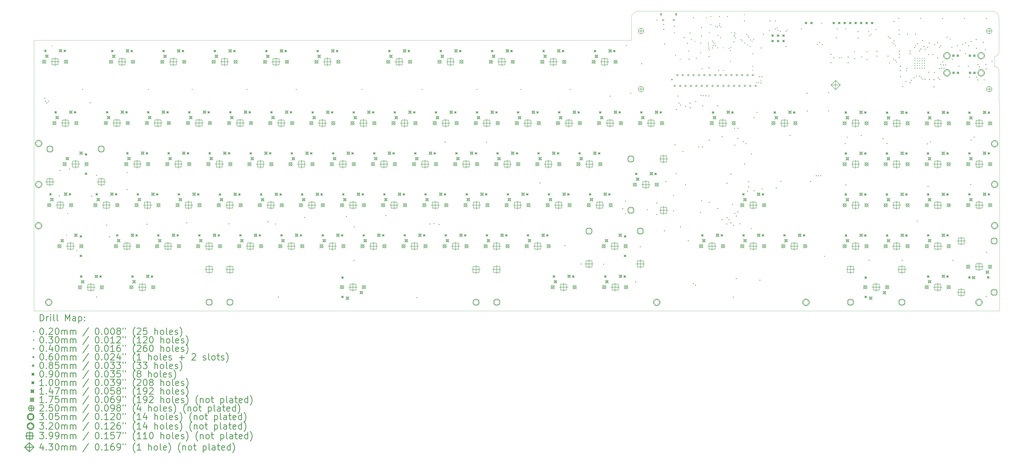
<source format=gbr>
%FSLAX45Y45*%
G04 Gerber Fmt 4.5, Leading zero omitted, Abs format (unit mm)*
G04 Created by KiCad (PCBNEW (5.1.6-0)) date 2022-03-16 08:28:01*
%MOMM*%
%LPD*%
G01*
G04 APERTURE LIST*
%TA.AperFunction,Profile*%
%ADD10C,0.050000*%
%TD*%
%ADD11C,0.200000*%
%ADD12C,0.300000*%
G04 APERTURE END LIST*
D10*
X47100000Y-24840000D02*
G75*
G02*
X47320000Y-25060000I0J-220000D01*
G01*
X47320000Y-24160000D02*
G75*
G02*
X47100000Y-24380000I-220000J0D01*
G01*
X47320000Y-25060000D02*
X47322000Y-26416000D01*
X47100000Y-24380000D02*
X47100000Y-24840000D01*
X46995000Y-22270000D02*
G75*
G02*
X47320000Y-22595000I0J-325000D01*
G01*
X30270000Y-22595000D02*
G75*
G02*
X30595000Y-22270000I325000J0D01*
G01*
X30270000Y-23622000D02*
X2570000Y-23622000D01*
X30270000Y-22595000D02*
X30270000Y-23622000D01*
X46995000Y-22270000D02*
X30595000Y-22270000D01*
X47320000Y-24160000D02*
X47320000Y-22595000D01*
X47350000Y-26416000D02*
X47322000Y-26416000D01*
X47350000Y-36195000D02*
X47350000Y-26416000D01*
X2570000Y-36195000D02*
X47350000Y-36195000D01*
X2570000Y-36068000D02*
X2570000Y-36195000D01*
X2570000Y-23622000D02*
X2570000Y-36068000D01*
D11*
X43411250Y-24455000D02*
X43431250Y-24475000D01*
X43431250Y-24455000D02*
X43411250Y-24475000D01*
X43411250Y-24567500D02*
X43431250Y-24587500D01*
X43431250Y-24567500D02*
X43411250Y-24587500D01*
X43411250Y-24680000D02*
X43431250Y-24700000D01*
X43431250Y-24680000D02*
X43411250Y-24700000D01*
X43411250Y-24792500D02*
X43431250Y-24812500D01*
X43431250Y-24792500D02*
X43411250Y-24812500D01*
X43411250Y-24905000D02*
X43431250Y-24925000D01*
X43431250Y-24905000D02*
X43411250Y-24925000D01*
X43523750Y-24455000D02*
X43543750Y-24475000D01*
X43543750Y-24455000D02*
X43523750Y-24475000D01*
X43523750Y-24567500D02*
X43543750Y-24587500D01*
X43543750Y-24567500D02*
X43523750Y-24587500D01*
X43523750Y-24680000D02*
X43543750Y-24700000D01*
X43543750Y-24680000D02*
X43523750Y-24700000D01*
X43523750Y-24792500D02*
X43543750Y-24812500D01*
X43543750Y-24792500D02*
X43523750Y-24812500D01*
X43523750Y-24905000D02*
X43543750Y-24925000D01*
X43543750Y-24905000D02*
X43523750Y-24925000D01*
X43636250Y-24455000D02*
X43656250Y-24475000D01*
X43656250Y-24455000D02*
X43636250Y-24475000D01*
X43636250Y-24567500D02*
X43656250Y-24587500D01*
X43656250Y-24567500D02*
X43636250Y-24587500D01*
X43636250Y-24680000D02*
X43656250Y-24700000D01*
X43656250Y-24680000D02*
X43636250Y-24700000D01*
X43636250Y-24792500D02*
X43656250Y-24812500D01*
X43656250Y-24792500D02*
X43636250Y-24812500D01*
X43636250Y-24905000D02*
X43656250Y-24925000D01*
X43656250Y-24905000D02*
X43636250Y-24925000D01*
X43748750Y-24455000D02*
X43768750Y-24475000D01*
X43768750Y-24455000D02*
X43748750Y-24475000D01*
X43748750Y-24567500D02*
X43768750Y-24587500D01*
X43768750Y-24567500D02*
X43748750Y-24587500D01*
X43748750Y-24680000D02*
X43768750Y-24700000D01*
X43768750Y-24680000D02*
X43748750Y-24700000D01*
X43748750Y-24792500D02*
X43768750Y-24812500D01*
X43768750Y-24792500D02*
X43748750Y-24812500D01*
X43748750Y-24905000D02*
X43768750Y-24925000D01*
X43768750Y-24905000D02*
X43748750Y-24925000D01*
X43861250Y-24455000D02*
X43881250Y-24475000D01*
X43881250Y-24455000D02*
X43861250Y-24475000D01*
X43861250Y-24567500D02*
X43881250Y-24587500D01*
X43881250Y-24567500D02*
X43861250Y-24587500D01*
X43861250Y-24680000D02*
X43881250Y-24700000D01*
X43881250Y-24680000D02*
X43861250Y-24700000D01*
X43861250Y-24792500D02*
X43881250Y-24812500D01*
X43881250Y-24792500D02*
X43861250Y-24812500D01*
X43861250Y-24905000D02*
X43881250Y-24925000D01*
X43881250Y-24905000D02*
X43861250Y-24925000D01*
X3410000Y-23895000D02*
G75*
G03*
X3410000Y-23895000I-15000J0D01*
G01*
X4090000Y-32675000D02*
G75*
G03*
X4090000Y-32675000I-15000J0D01*
G01*
X4140000Y-31670000D02*
G75*
G03*
X4140000Y-31670000I-15000J0D01*
G01*
X4570000Y-33395000D02*
G75*
G03*
X4570000Y-33395000I-15000J0D01*
G01*
X4841000Y-25908000D02*
G75*
G03*
X4841000Y-25908000I-15000J0D01*
G01*
X7889000Y-25908000D02*
G75*
G03*
X7889000Y-25908000I-15000J0D01*
G01*
X9921000Y-25908000D02*
G75*
G03*
X9921000Y-25908000I-15000J0D01*
G01*
X12461000Y-25908000D02*
G75*
G03*
X12461000Y-25908000I-15000J0D01*
G01*
X14747000Y-25908000D02*
G75*
G03*
X14747000Y-25908000I-15000J0D01*
G01*
X17795000Y-25908000D02*
G75*
G03*
X17795000Y-25908000I-15000J0D01*
G01*
X20589000Y-25908000D02*
G75*
G03*
X20589000Y-25908000I-15000J0D01*
G01*
X23129000Y-25908000D02*
G75*
G03*
X23129000Y-25908000I-15000J0D01*
G01*
X25161000Y-25908000D02*
G75*
G03*
X25161000Y-25908000I-15000J0D01*
G01*
X27447000Y-25908000D02*
G75*
G03*
X27447000Y-25908000I-15000J0D01*
G01*
X30055000Y-23865000D02*
G75*
G03*
X30055000Y-23865000I-15000J0D01*
G01*
X32280000Y-23275000D02*
G75*
G03*
X32280000Y-23275000I-15000J0D01*
G01*
X32340000Y-24325000D02*
G75*
G03*
X32340000Y-24325000I-15000J0D01*
G01*
X32555000Y-24505000D02*
G75*
G03*
X32555000Y-24505000I-15000J0D01*
G01*
X32945000Y-24125000D02*
G75*
G03*
X32945000Y-24125000I-15000J0D01*
G01*
X32965000Y-24505000D02*
G75*
G03*
X32965000Y-24505000I-15000J0D01*
G01*
X33005000Y-23285000D02*
G75*
G03*
X33005000Y-23285000I-15000J0D01*
G01*
X33067499Y-23595000D02*
G75*
G03*
X33067499Y-23595000I-15000J0D01*
G01*
X33165000Y-22575000D02*
G75*
G03*
X33165000Y-22575000I-15000J0D01*
G01*
X33230000Y-23675000D02*
G75*
G03*
X33230000Y-23675000I-15000J0D01*
G01*
X33298800Y-24458970D02*
G75*
G03*
X33298800Y-24458970I-15000J0D01*
G01*
X33505000Y-23750000D02*
G75*
G03*
X33505000Y-23750000I-15000J0D01*
G01*
X33505000Y-24205000D02*
G75*
G03*
X33505000Y-24205000I-15000J0D01*
G01*
X33540000Y-23030000D02*
G75*
G03*
X33540000Y-23030000I-15000J0D01*
G01*
X33540000Y-23430000D02*
G75*
G03*
X33540000Y-23430000I-15000J0D01*
G01*
X33570000Y-24950000D02*
G75*
G03*
X33570000Y-24950000I-15000J0D01*
G01*
X33765000Y-22575000D02*
G75*
G03*
X33765000Y-22575000I-15000J0D01*
G01*
X33865000Y-23745000D02*
G75*
G03*
X33865000Y-23745000I-15000J0D01*
G01*
X33865000Y-23825000D02*
G75*
G03*
X33865000Y-23825000I-15000J0D01*
G01*
X33865000Y-23910000D02*
G75*
G03*
X33865000Y-23910000I-15000J0D01*
G01*
X33880000Y-23990000D02*
G75*
G03*
X33880000Y-23990000I-15000J0D01*
G01*
X33900000Y-23275000D02*
G75*
G03*
X33900000Y-23275000I-15000J0D01*
G01*
X33909840Y-24070000D02*
G75*
G03*
X33909840Y-24070000I-15000J0D01*
G01*
X33970000Y-22525000D02*
G75*
G03*
X33970000Y-22525000I-15000J0D01*
G01*
X33975000Y-22890000D02*
G75*
G03*
X33975000Y-22890000I-15000J0D01*
G01*
X34045000Y-23660000D02*
G75*
G03*
X34045000Y-23660000I-15000J0D01*
G01*
X34105000Y-23735000D02*
G75*
G03*
X34105000Y-23735000I-15000J0D01*
G01*
X34165000Y-23795000D02*
G75*
G03*
X34165000Y-23795000I-15000J0D01*
G01*
X34183892Y-22976678D02*
G75*
G03*
X34183892Y-22976678I-15000J0D01*
G01*
X34190000Y-23885000D02*
G75*
G03*
X34190000Y-23885000I-15000J0D01*
G01*
X34268390Y-23004607D02*
G75*
G03*
X34268390Y-23004607I-15000J0D01*
G01*
X34289840Y-23975160D02*
G75*
G03*
X34289840Y-23975160I-15000J0D01*
G01*
X34305000Y-23400000D02*
G75*
G03*
X34305000Y-23400000I-15000J0D01*
G01*
X34335000Y-25020000D02*
G75*
G03*
X34335000Y-25020000I-15000J0D01*
G01*
X34370000Y-22525000D02*
G75*
G03*
X34370000Y-22525000I-15000J0D01*
G01*
X34377040Y-22939603D02*
G75*
G03*
X34377040Y-22939603I-15000J0D01*
G01*
X34385000Y-22860000D02*
G75*
G03*
X34385000Y-22860000I-15000J0D01*
G01*
X34424180Y-23510440D02*
G75*
G03*
X34424180Y-23510440I-15000J0D01*
G01*
X34439351Y-23000001D02*
G75*
G03*
X34439351Y-23000001I-15000J0D01*
G01*
X34550000Y-25030000D02*
G75*
G03*
X34550000Y-25030000I-15000J0D01*
G01*
X34560000Y-23970000D02*
G75*
G03*
X34560000Y-23970000I-15000J0D01*
G01*
X34740000Y-22525000D02*
G75*
G03*
X34740000Y-22525000I-15000J0D01*
G01*
X34813000Y-24004630D02*
G75*
G03*
X34813000Y-24004630I-15000J0D01*
G01*
X34889200Y-24104600D02*
G75*
G03*
X34889200Y-24104600I-15000J0D01*
G01*
X34889200Y-24600004D02*
G75*
G03*
X34889200Y-24600004I-15000J0D01*
G01*
X34899292Y-23952200D02*
G75*
G03*
X34899292Y-23952200I-15000J0D01*
G01*
X34920000Y-23265000D02*
G75*
G03*
X34920000Y-23265000I-15000J0D01*
G01*
X35054100Y-23430430D02*
G75*
G03*
X35054100Y-23430430I-15000J0D01*
G01*
X35079412Y-23276722D02*
G75*
G03*
X35079412Y-23276722I-15000J0D01*
G01*
X35084770Y-23356542D02*
G75*
G03*
X35084770Y-23356542I-15000J0D01*
G01*
X35111300Y-23509170D02*
G75*
G03*
X35111300Y-23509170I-15000J0D01*
G01*
X35376680Y-23592990D02*
G75*
G03*
X35376680Y-23592990I-15000J0D01*
G01*
X35418590Y-23661570D02*
G75*
G03*
X35418590Y-23661570I-15000J0D01*
G01*
X35524200Y-22438360D02*
G75*
G03*
X35524200Y-22438360I-15000J0D01*
G01*
X35529280Y-22727920D02*
G75*
G03*
X35529280Y-22727920I-15000J0D01*
G01*
X35543050Y-23746660D02*
G75*
G03*
X35543050Y-23746660I-15000J0D01*
G01*
X35632964Y-23350000D02*
G75*
G03*
X35632964Y-23350000I-15000J0D01*
G01*
X35673860Y-23831750D02*
G75*
G03*
X35673860Y-23831750I-15000J0D01*
G01*
X35692964Y-23417360D02*
G75*
G03*
X35692964Y-23417360I-15000J0D01*
G01*
X35732965Y-23497058D02*
G75*
G03*
X35732965Y-23497058I-15000J0D01*
G01*
X35798320Y-23910490D02*
G75*
G03*
X35798320Y-23910490I-15000J0D01*
G01*
X35815000Y-23610000D02*
G75*
G03*
X35815000Y-23610000I-15000J0D01*
G01*
X35890000Y-23675000D02*
G75*
G03*
X35890000Y-23675000I-15000J0D01*
G01*
X35917900Y-24257000D02*
G75*
G03*
X35917900Y-24257000I-15000J0D01*
G01*
X35920000Y-25025000D02*
G75*
G03*
X35920000Y-25025000I-15000J0D01*
G01*
X35923800Y-24828450D02*
G75*
G03*
X35923800Y-24828450I-15000J0D01*
G01*
X35964327Y-23575673D02*
G75*
G03*
X35964327Y-23575673I-15000J0D01*
G01*
X36105000Y-25595000D02*
G75*
G03*
X36105000Y-25595000I-15000J0D01*
G01*
X36185000Y-25595000D02*
G75*
G03*
X36185000Y-25595000I-15000J0D01*
G01*
X36215001Y-25316181D02*
G75*
G03*
X36215001Y-25316181I-15000J0D01*
G01*
X36290000Y-25605000D02*
G75*
G03*
X36290000Y-25605000I-15000J0D01*
G01*
X36300000Y-25509105D02*
G75*
G03*
X36300000Y-25509105I-15000J0D01*
G01*
X36340805Y-25317416D02*
G75*
G03*
X36340805Y-25317416I-15000J0D01*
G01*
X36690000Y-23165000D02*
G75*
G03*
X36690000Y-23165000I-15000J0D01*
G01*
X36960000Y-23101200D02*
G75*
G03*
X36960000Y-23101200I-15000J0D01*
G01*
X37045000Y-23045000D02*
G75*
G03*
X37045000Y-23045000I-15000J0D01*
G01*
X37085000Y-23165000D02*
G75*
G03*
X37085000Y-23165000I-15000J0D01*
G01*
X37195000Y-23205000D02*
G75*
G03*
X37195000Y-23205000I-15000J0D01*
G01*
X37455000Y-23205000D02*
G75*
G03*
X37455000Y-23205000I-15000J0D01*
G01*
X37511569Y-23145000D02*
G75*
G03*
X37511569Y-23145000I-15000J0D01*
G01*
X38175960Y-23093680D02*
G75*
G03*
X38175960Y-23093680I-15000J0D01*
G01*
X39115760Y-22834600D02*
G75*
G03*
X39115760Y-22834600I-15000J0D01*
G01*
X39242760Y-33660080D02*
G75*
G03*
X39242760Y-33660080I-15000J0D01*
G01*
X39675000Y-24440003D02*
G75*
G03*
X39675000Y-24440003I-15000J0D01*
G01*
X39832040Y-23093680D02*
G75*
G03*
X39832040Y-23093680I-15000J0D01*
G01*
X39925000Y-24440003D02*
G75*
G03*
X39925000Y-24440003I-15000J0D01*
G01*
X40025003Y-24440003D02*
G75*
G03*
X40025003Y-24440003I-15000J0D01*
G01*
X40228280Y-23093680D02*
G75*
G03*
X40228280Y-23093680I-15000J0D01*
G01*
X40642300Y-24155400D02*
G75*
G03*
X40642300Y-24155400I-15000J0D01*
G01*
X40642300Y-24479250D02*
G75*
G03*
X40642300Y-24479250I-15000J0D01*
G01*
X40972500Y-24396700D02*
G75*
G03*
X40972500Y-24396700I-15000J0D01*
G01*
X41213800Y-24155400D02*
G75*
G03*
X41213800Y-24155400I-15000J0D01*
G01*
X41213800Y-24520005D02*
G75*
G03*
X41213800Y-24520005I-15000J0D01*
G01*
X41290000Y-23220000D02*
G75*
G03*
X41290000Y-23220000I-15000J0D01*
G01*
X41317887Y-23415384D02*
G75*
G03*
X41317887Y-23415384I-15000J0D01*
G01*
X41400000Y-23350000D02*
G75*
G03*
X41400000Y-23350000I-15000J0D01*
G01*
X41620200Y-23114000D02*
G75*
G03*
X41620200Y-23114000I-15000J0D01*
G01*
X42380351Y-23747499D02*
G75*
G03*
X42380351Y-23747499I-15000J0D01*
G01*
X42445000Y-24500000D02*
G75*
G03*
X42445000Y-24500000I-15000J0D01*
G01*
X42469122Y-23792500D02*
G75*
G03*
X42469122Y-23792500I-15000J0D01*
G01*
X42520000Y-24560000D02*
G75*
G03*
X42520000Y-24560000I-15000J0D01*
G01*
X42525000Y-23877500D02*
G75*
G03*
X42525000Y-23877500I-15000J0D01*
G01*
X42585400Y-24638000D02*
G75*
G03*
X42585400Y-24638000I-15000J0D01*
G01*
X43042600Y-25042499D02*
G75*
G03*
X43042600Y-25042499I-15000J0D01*
G01*
X43545520Y-32024320D02*
G75*
G03*
X43545520Y-32024320I-15000J0D01*
G01*
X45480000Y-24825000D02*
G75*
G03*
X45480000Y-24825000I-15000J0D01*
G01*
X3067856Y-26294930D02*
X3067856Y-26334930D01*
X3047856Y-26314930D02*
X3087856Y-26314930D01*
X3093500Y-26428385D02*
X3093500Y-26468385D01*
X3073500Y-26448385D02*
X3113500Y-26448385D01*
X3166000Y-26512905D02*
X3166000Y-26552905D01*
X3146000Y-26532905D02*
X3186000Y-26532905D01*
X3238500Y-26431502D02*
X3238500Y-26471502D01*
X3218500Y-26451502D02*
X3258500Y-26451502D01*
X3740000Y-30830000D02*
X3740000Y-30870000D01*
X3720000Y-30850000D02*
X3760000Y-30850000D01*
X3770000Y-29650000D02*
X3770000Y-29690000D01*
X3750000Y-29670000D02*
X3790000Y-29670000D01*
X4215000Y-29585000D02*
X4215000Y-29625000D01*
X4195000Y-29605000D02*
X4235000Y-29605000D01*
X5167630Y-26503950D02*
X5167630Y-26543950D01*
X5147630Y-26523950D02*
X5187630Y-26523950D01*
X5245000Y-30845000D02*
X5245000Y-30885000D01*
X5225000Y-30865000D02*
X5265000Y-30865000D01*
X5461000Y-29875800D02*
X5461000Y-29915800D01*
X5441000Y-29895800D02*
X5481000Y-29895800D01*
X5473700Y-35527300D02*
X5473700Y-35567300D01*
X5453700Y-35547300D02*
X5493700Y-35547300D01*
X5943600Y-32187200D02*
X5943600Y-32227200D01*
X5923600Y-32207200D02*
X5963600Y-32207200D01*
X6075000Y-32735000D02*
X6075000Y-32775000D01*
X6055000Y-32755000D02*
X6095000Y-32755000D01*
X6883400Y-29748800D02*
X6883400Y-29788800D01*
X6863400Y-29768800D02*
X6903400Y-29768800D01*
X6883400Y-30536200D02*
X6883400Y-30576200D01*
X6863400Y-30556200D02*
X6903400Y-30556200D01*
X7810500Y-32149100D02*
X7810500Y-32189100D01*
X7790500Y-32169100D02*
X7830500Y-32169100D01*
X9652000Y-32083399D02*
X9652000Y-32123399D01*
X9632000Y-32103399D02*
X9672000Y-32103399D01*
X11607800Y-32128400D02*
X11607800Y-32168400D01*
X11587800Y-32148400D02*
X11627800Y-32148400D01*
X13423900Y-32034800D02*
X13423900Y-32074800D01*
X13403900Y-32054800D02*
X13443900Y-32054800D01*
X13766800Y-32136400D02*
X13766800Y-32176400D01*
X13746800Y-32156400D02*
X13786800Y-32156400D01*
X13900000Y-35530000D02*
X13900000Y-35570000D01*
X13880000Y-35550000D02*
X13920000Y-35550000D01*
X15125700Y-31835300D02*
X15125700Y-31875300D01*
X15105700Y-31855300D02*
X15145700Y-31855300D01*
X17056100Y-31790299D02*
X17056100Y-31830299D01*
X17036100Y-31810299D02*
X17076100Y-31810299D01*
X17411700Y-33825500D02*
X17411700Y-33865500D01*
X17391700Y-33845500D02*
X17431700Y-33845500D01*
X17417900Y-32269600D02*
X17417900Y-32309600D01*
X17397900Y-32289600D02*
X17437900Y-32289600D01*
X18884900Y-31745298D02*
X18884900Y-31785298D01*
X18864900Y-31765298D02*
X18904900Y-31765298D01*
X20325000Y-35555000D02*
X20325000Y-35595000D01*
X20305000Y-35575000D02*
X20345000Y-35575000D01*
X20929600Y-32136400D02*
X20929600Y-32176400D01*
X20909600Y-32156400D02*
X20949600Y-32156400D01*
X21115890Y-32115210D02*
X21115890Y-32155210D01*
X21095890Y-32135210D02*
X21135890Y-32135210D01*
X21361400Y-32161800D02*
X21361400Y-32201800D01*
X21341400Y-32181800D02*
X21381400Y-32181800D01*
X21635320Y-28331880D02*
X21635320Y-28371880D01*
X21615320Y-28351880D02*
X21655320Y-28351880D01*
X23545800Y-28339100D02*
X23545800Y-28379100D01*
X23525800Y-28359100D02*
X23565800Y-28359100D01*
X26040080Y-30229600D02*
X26040080Y-30269600D01*
X26020080Y-30249600D02*
X26060080Y-30249600D01*
X27190000Y-33135000D02*
X27190000Y-33175000D01*
X27170000Y-33155000D02*
X27210000Y-33155000D01*
X27945080Y-33995680D02*
X27945080Y-34035680D01*
X27925080Y-34015680D02*
X27965080Y-34015680D01*
X28985000Y-34010000D02*
X28985000Y-34050000D01*
X28965000Y-34030000D02*
X29005000Y-34030000D01*
X29286200Y-26196500D02*
X29286200Y-26236500D01*
X29266200Y-26216500D02*
X29306200Y-26216500D01*
X29875000Y-31430000D02*
X29875000Y-31470000D01*
X29855000Y-31450000D02*
X29895000Y-31450000D01*
X29997400Y-31069600D02*
X29997400Y-31109600D01*
X29977400Y-31089600D02*
X30017400Y-31089600D01*
X29997400Y-31655296D02*
X29997400Y-31695296D01*
X29977400Y-31675296D02*
X30017400Y-31675296D01*
X30245000Y-26060000D02*
X30245000Y-26100000D01*
X30225000Y-26080000D02*
X30265000Y-26080000D01*
X30467300Y-34828800D02*
X30467300Y-34868800D01*
X30447300Y-34848800D02*
X30487300Y-34848800D01*
X30685000Y-33195000D02*
X30685000Y-33235000D01*
X30665000Y-33215000D02*
X30705000Y-33215000D01*
X30745000Y-24690000D02*
X30745000Y-24730000D01*
X30725000Y-24710000D02*
X30765000Y-24710000D01*
X31015000Y-31470000D02*
X31015000Y-31510000D01*
X30995000Y-31490000D02*
X31035000Y-31490000D01*
X31445200Y-31691900D02*
X31445200Y-31731900D01*
X31425200Y-31711900D02*
X31465200Y-31711900D01*
X31455000Y-22665000D02*
X31455000Y-22705000D01*
X31435000Y-22685000D02*
X31475000Y-22685000D01*
X31457900Y-31158500D02*
X31457900Y-31198500D01*
X31437900Y-31178500D02*
X31477900Y-31178500D01*
X31770000Y-22865000D02*
X31770000Y-22905000D01*
X31750000Y-22885000D02*
X31790000Y-22885000D01*
X31770000Y-23100000D02*
X31770000Y-23140000D01*
X31750000Y-23120000D02*
X31790000Y-23120000D01*
X31805000Y-32455000D02*
X31805000Y-32495000D01*
X31785000Y-32475000D02*
X31825000Y-32475000D01*
X31820000Y-23780000D02*
X31820000Y-23820000D01*
X31800000Y-23800000D02*
X31840000Y-23800000D01*
X31870000Y-30170000D02*
X31870000Y-30210000D01*
X31850000Y-30190000D02*
X31890000Y-30190000D01*
X32230000Y-30810000D02*
X32230000Y-30850000D01*
X32210000Y-30830000D02*
X32250000Y-30830000D01*
X32230000Y-31520000D02*
X32230000Y-31560000D01*
X32210000Y-31540000D02*
X32250000Y-31540000D01*
X32265000Y-22950000D02*
X32265000Y-22990000D01*
X32245000Y-22970000D02*
X32285000Y-22970000D01*
X32289600Y-28462400D02*
X32289600Y-28502400D01*
X32269600Y-28482400D02*
X32309600Y-28482400D01*
X32351760Y-29801760D02*
X32351760Y-29841760D01*
X32331760Y-29821760D02*
X32371760Y-29821760D01*
X32357500Y-26820000D02*
X32357500Y-26860000D01*
X32337500Y-26840000D02*
X32377500Y-26840000D01*
X32433430Y-26194240D02*
X32433430Y-26234240D01*
X32413430Y-26214240D02*
X32453430Y-26214240D01*
X32478980Y-26521504D02*
X32478980Y-26561504D01*
X32458980Y-26541504D02*
X32498980Y-26541504D01*
X32549600Y-32269600D02*
X32549600Y-32309600D01*
X32529600Y-32289600D02*
X32569600Y-32289600D01*
X32555960Y-26605960D02*
X32555960Y-26645960D01*
X32535960Y-26625960D02*
X32575960Y-26625960D01*
X32660000Y-28770000D02*
X32660000Y-28810000D01*
X32640000Y-28790000D02*
X32680000Y-28790000D01*
X32725000Y-23475000D02*
X32725000Y-23515000D01*
X32705000Y-23495000D02*
X32745000Y-23495000D01*
X32780000Y-26680000D02*
X32780000Y-26720000D01*
X32760000Y-26700000D02*
X32800000Y-26700000D01*
X32780000Y-30310000D02*
X32780000Y-30350000D01*
X32760000Y-30330000D02*
X32800000Y-30330000D01*
X32870000Y-23745000D02*
X32870000Y-23785000D01*
X32850000Y-23765000D02*
X32890000Y-23765000D01*
X32913640Y-32913640D02*
X32913640Y-32953640D01*
X32893640Y-32933640D02*
X32933640Y-32933640D01*
X32998496Y-26521504D02*
X32998496Y-26561504D01*
X32978496Y-26541504D02*
X33018496Y-26541504D01*
X33000000Y-26740000D02*
X33000000Y-26780000D01*
X32980000Y-26760000D02*
X33020000Y-26760000D01*
X33155000Y-34905000D02*
X33155000Y-34945000D01*
X33135000Y-34925000D02*
X33175000Y-34925000D01*
X33237500Y-34977500D02*
X33237500Y-35017500D01*
X33217500Y-34997500D02*
X33257500Y-34997500D01*
X33259004Y-26449004D02*
X33259004Y-26489004D01*
X33239004Y-26469004D02*
X33279004Y-26469004D01*
X33401000Y-28555000D02*
X33401000Y-28595000D01*
X33381000Y-28575000D02*
X33421000Y-28575000D01*
X33475000Y-31600000D02*
X33475000Y-31640000D01*
X33455000Y-31620000D02*
X33495000Y-31620000D01*
X33507200Y-26165301D02*
X33507200Y-26205301D01*
X33487200Y-26185301D02*
X33527200Y-26185301D01*
X33536300Y-31060600D02*
X33536300Y-31100600D01*
X33516300Y-31080600D02*
X33556300Y-31080600D01*
X33578800Y-26650000D02*
X33578800Y-26690000D01*
X33558800Y-26670000D02*
X33598800Y-26670000D01*
X33578800Y-28555000D02*
X33578800Y-28595000D01*
X33558800Y-28575000D02*
X33598800Y-28575000D01*
X33607072Y-26170358D02*
X33607072Y-26210358D01*
X33587072Y-26190358D02*
X33627072Y-26190358D01*
X33730000Y-26180000D02*
X33730000Y-26220000D01*
X33710000Y-26200000D02*
X33750000Y-26200000D01*
X33870000Y-26190000D02*
X33870000Y-26230000D01*
X33850000Y-26210000D02*
X33890000Y-26210000D01*
X33874243Y-24880757D02*
X33874243Y-24920757D01*
X33854243Y-24900757D02*
X33894243Y-24900757D01*
X33875000Y-24360000D02*
X33875000Y-24400000D01*
X33855000Y-24380000D02*
X33895000Y-24380000D01*
X33883400Y-28244900D02*
X33883400Y-28284900D01*
X33863400Y-28264900D02*
X33903400Y-28264900D01*
X33883600Y-31133100D02*
X33883600Y-31173100D01*
X33863600Y-31153100D02*
X33903600Y-31153100D01*
X34034498Y-23954497D02*
X34034498Y-23994497D01*
X34014498Y-23974497D02*
X34054498Y-23974497D01*
X34061032Y-23858082D02*
X34061032Y-23898082D01*
X34041032Y-23878082D02*
X34081032Y-23878082D01*
X34280000Y-26650000D02*
X34280000Y-26690000D01*
X34260000Y-26670000D02*
X34300000Y-26670000D01*
X34280000Y-31415000D02*
X34280000Y-31455000D01*
X34260000Y-31435000D02*
X34300000Y-31435000D01*
X34480500Y-28085100D02*
X34480500Y-28125100D01*
X34460500Y-28105100D02*
X34500500Y-28105100D01*
X34480500Y-31933200D02*
X34480500Y-31973200D01*
X34460500Y-31953200D02*
X34500500Y-31953200D01*
X34696400Y-32136400D02*
X34696400Y-32176400D01*
X34676400Y-32156400D02*
X34716400Y-32156400D01*
X34709100Y-30244100D02*
X34709100Y-30284100D01*
X34689100Y-30264100D02*
X34729100Y-30264100D01*
X34709100Y-31844300D02*
X34709100Y-31884300D01*
X34689100Y-31864300D02*
X34729100Y-31864300D01*
X34798000Y-31933200D02*
X34798000Y-31973200D01*
X34778000Y-31953200D02*
X34818000Y-31953200D01*
X34886900Y-29825000D02*
X34886900Y-29865000D01*
X34866900Y-29845000D02*
X34906900Y-29845000D01*
X34886900Y-32085600D02*
X34886900Y-32125600D01*
X34866900Y-32105600D02*
X34906900Y-32105600D01*
X34959400Y-31231000D02*
X34959400Y-31271000D01*
X34939400Y-31251000D02*
X34979400Y-31251000D01*
X35000000Y-35530000D02*
X35000000Y-35570000D01*
X34980000Y-35550000D02*
X35020000Y-35550000D01*
X35013900Y-32197100D02*
X35013900Y-32237100D01*
X34993900Y-32217100D02*
X35033900Y-32217100D01*
X35026600Y-23665500D02*
X35026600Y-23705500D01*
X35006600Y-23685500D02*
X35046600Y-23685500D01*
X35052000Y-27691400D02*
X35052000Y-27731400D01*
X35032000Y-27711400D02*
X35072000Y-27711400D01*
X35070300Y-28471700D02*
X35070300Y-28511700D01*
X35050300Y-28491700D02*
X35090300Y-28491700D01*
X35070300Y-31641100D02*
X35070300Y-31681100D01*
X35050300Y-31661100D02*
X35090300Y-31661100D01*
X35140900Y-34676400D02*
X35140900Y-34716400D01*
X35120900Y-34696400D02*
X35160900Y-34696400D01*
X35142800Y-31770000D02*
X35142800Y-31810000D01*
X35122800Y-31790000D02*
X35162800Y-31790000D01*
X35215300Y-27691400D02*
X35215300Y-27731400D01*
X35195300Y-27711400D02*
X35235300Y-27711400D01*
X35215300Y-28159500D02*
X35215300Y-28199500D01*
X35195300Y-28179500D02*
X35235300Y-28179500D01*
X35215300Y-31577600D02*
X35215300Y-31617600D01*
X35195300Y-31597600D02*
X35235300Y-31597600D01*
X35306000Y-32123700D02*
X35306000Y-32163700D01*
X35286000Y-32143700D02*
X35326000Y-32143700D01*
X35458400Y-28317400D02*
X35458400Y-28357400D01*
X35438400Y-28337400D02*
X35478400Y-28337400D01*
X35525000Y-29355000D02*
X35525000Y-29395000D01*
X35505000Y-29375000D02*
X35545000Y-29375000D01*
X35585400Y-28402600D02*
X35585400Y-28442600D01*
X35565400Y-28422600D02*
X35605400Y-28422600D01*
X35661600Y-30612400D02*
X35661600Y-30652400D01*
X35641600Y-30632400D02*
X35681600Y-30632400D01*
X35711130Y-30416710D02*
X35711130Y-30456710D01*
X35691130Y-30436710D02*
X35731130Y-30436710D01*
X35712400Y-30171600D02*
X35712400Y-30211600D01*
X35692400Y-30191600D02*
X35732400Y-30191600D01*
X35839400Y-28885200D02*
X35839400Y-28925200D01*
X35819400Y-28905200D02*
X35859400Y-28905200D01*
X35839400Y-32342100D02*
X35839400Y-32382100D01*
X35819400Y-32362100D02*
X35859400Y-32362100D01*
X35966400Y-27196100D02*
X35966400Y-27236100D01*
X35946400Y-27216100D02*
X35986400Y-27216100D01*
X35966400Y-30587000D02*
X35966400Y-30627000D01*
X35946400Y-30607000D02*
X35986400Y-30607000D01*
X36093400Y-26954800D02*
X36093400Y-26994800D01*
X36073400Y-26974800D02*
X36113400Y-26974800D01*
X36233100Y-34748680D02*
X36233100Y-34788680D01*
X36213100Y-34768680D02*
X36253100Y-34768680D01*
X36296600Y-23957600D02*
X36296600Y-23997600D01*
X36276600Y-23977600D02*
X36316600Y-23977600D01*
X36339780Y-30505830D02*
X36339780Y-30545830D01*
X36319780Y-30525830D02*
X36359780Y-30525830D01*
X36398200Y-23322600D02*
X36398200Y-23362600D01*
X36378200Y-23342600D02*
X36418200Y-23342600D01*
X36700000Y-22705000D02*
X36700000Y-22745000D01*
X36680000Y-22725000D02*
X36720000Y-22725000D01*
X36950000Y-22705000D02*
X36950000Y-22745000D01*
X36930000Y-22725000D02*
X36970000Y-22725000D01*
X36990440Y-30464660D02*
X36990440Y-30504660D01*
X36970440Y-30484660D02*
X37010440Y-30484660D01*
X37205000Y-30155000D02*
X37205000Y-30195000D01*
X37185000Y-30175000D02*
X37225000Y-30175000D01*
X37450000Y-23885000D02*
X37450000Y-23925000D01*
X37430000Y-23905000D02*
X37470000Y-23905000D01*
X37630100Y-28027400D02*
X37630100Y-28067400D01*
X37610100Y-28047400D02*
X37650100Y-28047400D01*
X38420000Y-26060000D02*
X38420000Y-26100000D01*
X38400000Y-26080000D02*
X38440000Y-26080000D01*
X38430000Y-26890000D02*
X38430000Y-26930000D01*
X38410000Y-26910000D02*
X38450000Y-26910000D01*
X38585000Y-30160000D02*
X38585000Y-30200000D01*
X38565000Y-30180000D02*
X38605000Y-30180000D01*
X38849300Y-29893580D02*
X38849300Y-29933580D01*
X38829300Y-29913580D02*
X38869300Y-29913580D01*
X38900000Y-23790000D02*
X38900000Y-23830000D01*
X38880000Y-23810000D02*
X38920000Y-23810000D01*
X38952170Y-29894850D02*
X38952170Y-29934850D01*
X38932170Y-29914850D02*
X38972170Y-29914850D01*
X38995000Y-23710000D02*
X38995000Y-23750000D01*
X38975000Y-23730000D02*
X39015000Y-23730000D01*
X39052170Y-29894850D02*
X39052170Y-29934850D01*
X39032170Y-29914850D02*
X39072170Y-29914850D01*
X39130000Y-23795000D02*
X39130000Y-23835000D01*
X39110000Y-23815000D02*
X39150000Y-23815000D01*
X39420000Y-26880000D02*
X39420000Y-26920000D01*
X39400000Y-26900000D02*
X39440000Y-26900000D01*
X39425000Y-26035000D02*
X39425000Y-26075000D01*
X39405000Y-26055000D02*
X39445000Y-26055000D01*
X39525000Y-24255000D02*
X39525000Y-24295000D01*
X39505000Y-24275000D02*
X39545000Y-24275000D01*
X39525000Y-24643400D02*
X39525000Y-24683400D01*
X39505000Y-24663400D02*
X39545000Y-24663400D01*
X39776400Y-23487700D02*
X39776400Y-23527700D01*
X39756400Y-23507700D02*
X39796400Y-23507700D01*
X40195500Y-28402600D02*
X40195500Y-28442600D01*
X40175500Y-28422600D02*
X40215500Y-28422600D01*
X40220900Y-30319660D02*
X40220900Y-30359660D01*
X40200900Y-30339660D02*
X40240900Y-30339660D01*
X40284400Y-28099900D02*
X40284400Y-28139900D01*
X40264400Y-28119900D02*
X40304400Y-28119900D01*
X40325000Y-24380000D02*
X40325000Y-24420000D01*
X40305000Y-24400000D02*
X40345000Y-24400000D01*
X40325000Y-24643400D02*
X40325000Y-24683400D01*
X40305000Y-24663400D02*
X40345000Y-24663400D01*
X40788000Y-23200000D02*
X40788000Y-23240000D01*
X40768000Y-23220000D02*
X40808000Y-23220000D01*
X40792400Y-23500400D02*
X40792400Y-23540400D01*
X40772400Y-23520400D02*
X40812400Y-23520400D01*
X40932100Y-28021600D02*
X40932100Y-28061600D01*
X40912100Y-28041600D02*
X40952100Y-28041600D01*
X41301440Y-33816380D02*
X41301440Y-33856380D01*
X41281440Y-33836380D02*
X41321440Y-33836380D01*
X41656000Y-24110000D02*
X41656000Y-24150000D01*
X41636000Y-24130000D02*
X41676000Y-24130000D01*
X41656000Y-24338600D02*
X41656000Y-24378600D01*
X41636000Y-24358600D02*
X41676000Y-24358600D01*
X41948100Y-28172400D02*
X41948100Y-28212400D01*
X41928100Y-28192400D02*
X41968100Y-28192400D01*
X42125900Y-28389900D02*
X42125900Y-28429900D01*
X42105900Y-28409900D02*
X42145900Y-28409900D01*
X42176700Y-24338600D02*
X42176700Y-24378600D01*
X42156700Y-24358600D02*
X42196700Y-24358600D01*
X42189400Y-23428798D02*
X42189400Y-23468798D01*
X42169400Y-23448798D02*
X42209400Y-23448798D01*
X42250000Y-24655000D02*
X42250000Y-24695000D01*
X42230000Y-24675000D02*
X42270000Y-24675000D01*
X42264582Y-23501298D02*
X42264582Y-23541298D01*
X42244582Y-23521298D02*
X42284582Y-23521298D01*
X42450000Y-22730000D02*
X42450000Y-22770000D01*
X42430000Y-22750000D02*
X42470000Y-22750000D01*
X42450000Y-23630000D02*
X42450000Y-23670000D01*
X42430000Y-23650000D02*
X42470000Y-23650000D01*
X42672000Y-22586000D02*
X42672000Y-22626000D01*
X42652000Y-22606000D02*
X42692000Y-22606000D01*
X42690000Y-23130000D02*
X42690000Y-23170000D01*
X42670000Y-23150000D02*
X42710000Y-23150000D01*
X42695000Y-23325000D02*
X42695000Y-23365000D01*
X42675000Y-23345000D02*
X42715000Y-23345000D01*
X42700000Y-24110000D02*
X42700000Y-24150000D01*
X42680000Y-24130000D02*
X42720000Y-24130000D01*
X42700000Y-24250000D02*
X42700000Y-24290000D01*
X42680000Y-24270000D02*
X42720000Y-24270000D01*
X42700000Y-24390000D02*
X42700000Y-24430000D01*
X42680000Y-24410000D02*
X42720000Y-24410000D01*
X42755000Y-24805000D02*
X42755000Y-24845000D01*
X42735000Y-24825000D02*
X42775000Y-24825000D01*
X42755000Y-25012499D02*
X42755000Y-25052499D01*
X42735000Y-25032499D02*
X42775000Y-25032499D01*
X42755000Y-25295000D02*
X42755000Y-25335000D01*
X42735000Y-25315000D02*
X42775000Y-25315000D01*
X42832440Y-33820165D02*
X42832440Y-33860165D01*
X42812440Y-33840165D02*
X42852440Y-33840165D01*
X42860000Y-25745000D02*
X42860000Y-25785000D01*
X42840000Y-25765000D02*
X42880000Y-25765000D01*
X43005000Y-25515000D02*
X43005000Y-25555000D01*
X42985000Y-25535000D02*
X43025000Y-25535000D01*
X43055000Y-24915000D02*
X43055000Y-24955000D01*
X43035000Y-24935000D02*
X43075000Y-24935000D01*
X43080000Y-23320000D02*
X43080000Y-23360000D01*
X43060000Y-23340000D02*
X43100000Y-23340000D01*
X43194700Y-25574700D02*
X43194700Y-25614700D01*
X43174700Y-25594700D02*
X43214700Y-25594700D01*
X43200000Y-24100000D02*
X43200000Y-24140000D01*
X43180000Y-24120000D02*
X43220000Y-24120000D01*
X43200000Y-24230000D02*
X43200000Y-24270000D01*
X43180000Y-24250000D02*
X43220000Y-24250000D01*
X43255000Y-25460000D02*
X43255000Y-25500000D01*
X43235000Y-25480000D02*
X43275000Y-25480000D01*
X43385000Y-25345000D02*
X43385000Y-25385000D01*
X43365000Y-25365000D02*
X43405000Y-25365000D01*
X43407558Y-23932442D02*
X43407558Y-23972442D01*
X43387558Y-23952442D02*
X43427558Y-23952442D01*
X43445000Y-23320000D02*
X43445000Y-23360000D01*
X43425000Y-23340000D02*
X43465000Y-23340000D01*
X43451247Y-23841246D02*
X43451247Y-23881246D01*
X43431247Y-23861246D02*
X43471247Y-23861246D01*
X43495000Y-25265000D02*
X43495000Y-25305000D01*
X43475000Y-25285000D02*
X43515000Y-25285000D01*
X43549820Y-23755180D02*
X43549820Y-23795180D01*
X43529820Y-23775180D02*
X43569820Y-23775180D01*
X43643750Y-25265000D02*
X43643750Y-25305000D01*
X43623750Y-25285000D02*
X43663750Y-25285000D01*
X43645000Y-24090000D02*
X43645000Y-24130000D01*
X43625000Y-24110000D02*
X43665000Y-24110000D01*
X43688000Y-22586000D02*
X43688000Y-22626000D01*
X43668000Y-22606000D02*
X43708000Y-22606000D01*
X43698750Y-24005674D02*
X43698750Y-24045674D01*
X43678750Y-24025674D02*
X43718750Y-24025674D01*
X43720000Y-25340000D02*
X43720000Y-25380000D01*
X43700000Y-25360000D02*
X43740000Y-25360000D01*
X43770000Y-23610000D02*
X43770000Y-23650000D01*
X43750000Y-23630000D02*
X43790000Y-23630000D01*
X43790711Y-25410711D02*
X43790711Y-25450711D01*
X43770711Y-25430711D02*
X43810711Y-25430711D01*
X43843750Y-23890000D02*
X43843750Y-23930000D01*
X43823750Y-23910000D02*
X43863750Y-23910000D01*
X43891639Y-25410005D02*
X43891639Y-25450005D01*
X43871639Y-25430005D02*
X43911639Y-25430005D01*
X43893750Y-24019002D02*
X43893750Y-24059002D01*
X43873750Y-24039002D02*
X43913750Y-24039002D01*
X44005500Y-28415300D02*
X44005500Y-28455300D01*
X43985500Y-28435300D02*
X44025500Y-28435300D01*
X44011265Y-23923735D02*
X44011265Y-23963735D01*
X43991265Y-23943735D02*
X44031265Y-23943735D01*
X44030900Y-30392160D02*
X44030900Y-30432160D01*
X44010900Y-30412160D02*
X44050900Y-30412160D01*
X44055000Y-24265000D02*
X44055000Y-24305000D01*
X44035000Y-24285000D02*
X44075000Y-24285000D01*
X44065000Y-25090000D02*
X44065000Y-25130000D01*
X44045000Y-25110000D02*
X44085000Y-25110000D01*
X44090000Y-23725000D02*
X44090000Y-23765000D01*
X44070000Y-23745000D02*
X44110000Y-23745000D01*
X44100000Y-25425000D02*
X44100000Y-25465000D01*
X44080000Y-25445000D02*
X44120000Y-25445000D01*
X44145200Y-28313700D02*
X44145200Y-28353700D01*
X44125200Y-28333700D02*
X44165200Y-28333700D01*
X44250000Y-24265000D02*
X44250000Y-24305000D01*
X44230000Y-24285000D02*
X44270000Y-24285000D01*
X44305000Y-25430000D02*
X44305000Y-25470000D01*
X44285000Y-25450000D02*
X44325000Y-25450000D01*
X44305000Y-25765000D02*
X44305000Y-25805000D01*
X44285000Y-25785000D02*
X44325000Y-25785000D01*
X44330000Y-25095000D02*
X44330000Y-25135000D01*
X44310000Y-25115000D02*
X44350000Y-25115000D01*
X44340000Y-23805000D02*
X44340000Y-23845000D01*
X44320000Y-23825000D02*
X44360000Y-23825000D01*
X44473500Y-23711500D02*
X44473500Y-23751500D01*
X44453500Y-23731500D02*
X44493500Y-23731500D01*
X44480616Y-24418851D02*
X44480616Y-24458851D01*
X44460616Y-24438851D02*
X44500616Y-24438851D01*
X44505000Y-25345000D02*
X44505000Y-25385000D01*
X44485000Y-25365000D02*
X44525000Y-25365000D01*
X44553116Y-23921628D02*
X44553116Y-23961628D01*
X44533116Y-23941628D02*
X44573116Y-23941628D01*
X44571354Y-24920136D02*
X44571354Y-24960136D01*
X44551354Y-24940136D02*
X44591354Y-24940136D01*
X44575711Y-25417500D02*
X44575711Y-25457500D01*
X44555711Y-25437500D02*
X44595711Y-25437500D01*
X44620000Y-24727500D02*
X44620000Y-24767500D01*
X44600000Y-24747500D02*
X44640000Y-24747500D01*
X44629000Y-23856500D02*
X44629000Y-23896500D01*
X44609000Y-23876500D02*
X44649000Y-23876500D01*
X44668850Y-24897900D02*
X44668850Y-24937900D01*
X44648850Y-24917900D02*
X44688850Y-24917900D01*
X44704000Y-22586000D02*
X44704000Y-22626000D01*
X44684000Y-22606000D02*
X44724000Y-22606000D01*
X44715891Y-24604200D02*
X44715891Y-24644200D01*
X44695891Y-24624200D02*
X44735891Y-24624200D01*
X44743300Y-24749200D02*
X44743300Y-24789200D01*
X44723300Y-24769200D02*
X44763300Y-24769200D01*
X44768850Y-24897900D02*
X44768850Y-24937900D01*
X44748850Y-24917900D02*
X44788850Y-24917900D01*
X44850000Y-24750000D02*
X44850000Y-24790000D01*
X44830000Y-24770000D02*
X44870000Y-24770000D01*
X44915000Y-23460000D02*
X44915000Y-23500000D01*
X44895000Y-23480000D02*
X44935000Y-23480000D01*
X45060800Y-23544500D02*
X45060800Y-23584500D01*
X45040800Y-23564500D02*
X45080800Y-23564500D01*
X45137000Y-23929000D02*
X45137000Y-23969000D01*
X45117000Y-23949000D02*
X45157000Y-23949000D01*
X45155000Y-24483282D02*
X45155000Y-24523282D01*
X45135000Y-24503282D02*
X45175000Y-24503282D01*
X45186600Y-33825500D02*
X45186600Y-33865500D01*
X45166600Y-33845500D02*
X45206600Y-33845500D01*
X45391000Y-23856500D02*
X45391000Y-23896500D01*
X45371000Y-23876500D02*
X45411000Y-23876500D01*
X45518000Y-24074000D02*
X45518000Y-24114000D01*
X45498000Y-24094000D02*
X45538000Y-24094000D01*
X45645000Y-23784000D02*
X45645000Y-23824000D01*
X45625000Y-23804000D02*
X45665000Y-23804000D01*
X45720000Y-22586000D02*
X45720000Y-22626000D01*
X45700000Y-22606000D02*
X45740000Y-22606000D01*
X45772000Y-23720500D02*
X45772000Y-23760500D01*
X45752000Y-23740500D02*
X45792000Y-23740500D01*
X45772000Y-24228500D02*
X45772000Y-24268500D01*
X45752000Y-24248500D02*
X45792000Y-24248500D01*
X45899000Y-24800000D02*
X45899000Y-24840000D01*
X45879000Y-24820000D02*
X45919000Y-24820000D01*
X45915000Y-23855000D02*
X45915000Y-23895000D01*
X45895000Y-23875000D02*
X45935000Y-23875000D01*
X45953108Y-25317000D02*
X45953108Y-25357000D01*
X45933108Y-25337000D02*
X45973108Y-25337000D01*
X46012100Y-30307600D02*
X46012100Y-30347600D01*
X45992100Y-30327600D02*
X46032100Y-30327600D01*
X46024800Y-28237500D02*
X46024800Y-28277500D01*
X46004800Y-28257500D02*
X46044800Y-28257500D01*
X46026000Y-23657000D02*
X46026000Y-23697000D01*
X46006000Y-23677000D02*
X46046000Y-23677000D01*
X46166600Y-28099900D02*
X46166600Y-28139900D01*
X46146600Y-28119900D02*
X46186600Y-28119900D01*
X46265000Y-23565000D02*
X46265000Y-23605000D01*
X46245000Y-23585000D02*
X46285000Y-23585000D01*
X46280000Y-23974500D02*
X46280000Y-24014500D01*
X46260000Y-23994500D02*
X46300000Y-23994500D01*
X46280000Y-25308000D02*
X46280000Y-25348000D01*
X46260000Y-25328000D02*
X46300000Y-25328000D01*
X46335000Y-25445000D02*
X46335000Y-25485000D01*
X46315000Y-25465000D02*
X46355000Y-25465000D01*
X46343500Y-24736500D02*
X46343500Y-24776500D01*
X46323500Y-24756500D02*
X46363500Y-24756500D01*
X46416000Y-24839000D02*
X46416000Y-24879000D01*
X46396000Y-24859000D02*
X46436000Y-24859000D01*
X46590000Y-23695000D02*
X46590000Y-23735000D01*
X46570000Y-23715000D02*
X46610000Y-23715000D01*
X46635000Y-25440000D02*
X46635000Y-25480000D01*
X46615000Y-25460000D02*
X46655000Y-25460000D01*
X46690000Y-24040000D02*
X46690000Y-24080000D01*
X46670000Y-24060000D02*
X46710000Y-24060000D01*
X46715000Y-24725000D02*
X46715000Y-24765000D01*
X46695000Y-24745000D02*
X46735000Y-24745000D01*
X46725000Y-24930000D02*
X46725000Y-24970000D01*
X46705000Y-24950000D02*
X46745000Y-24950000D01*
X46725000Y-35505000D02*
X46725000Y-35545000D01*
X46705000Y-35525000D02*
X46745000Y-35525000D01*
X46736000Y-22586000D02*
X46736000Y-22626000D01*
X46716000Y-22606000D02*
X46756000Y-22606000D01*
X46750000Y-33455000D02*
X46750000Y-33495000D01*
X46730000Y-33475000D02*
X46770000Y-33475000D01*
X47000000Y-24580000D02*
X47000000Y-24620000D01*
X46980000Y-24600000D02*
X47020000Y-24600000D01*
X32171213Y-25471213D02*
X32171213Y-25428787D01*
X32128787Y-25428787D01*
X32128787Y-25471213D01*
X32171213Y-25471213D01*
X31666213Y-22436213D02*
X31666213Y-22393787D01*
X31623787Y-22393787D01*
X31623787Y-22436213D01*
X31666213Y-22436213D01*
X31665000Y-22450000D02*
X31665000Y-22380000D01*
X31625000Y-22450000D02*
X31625000Y-22380000D01*
X31665000Y-22380000D02*
G75*
G03*
X31625000Y-22380000I-20000J0D01*
G01*
X31625000Y-22450000D02*
G75*
G03*
X31665000Y-22450000I20000J0D01*
G01*
X32366213Y-22436213D02*
X32366213Y-22393787D01*
X32323787Y-22393787D01*
X32323787Y-22436213D01*
X32366213Y-22436213D01*
X32325000Y-22380000D02*
X32325000Y-22450000D01*
X32365000Y-22380000D02*
X32365000Y-22450000D01*
X32325000Y-22450000D02*
G75*
G03*
X32365000Y-22450000I20000J0D01*
G01*
X32365000Y-22380000D02*
G75*
G03*
X32325000Y-22380000I-20000J0D01*
G01*
X31745000Y-22727500D02*
X31787500Y-22685000D01*
X31745000Y-22642500D01*
X31702500Y-22685000D01*
X31745000Y-22727500D01*
X32245000Y-22727500D02*
X32287500Y-22685000D01*
X32245000Y-22642500D01*
X32202500Y-22685000D01*
X32245000Y-22727500D01*
X32285000Y-25782500D02*
X32327500Y-25740000D01*
X32285000Y-25697500D01*
X32242500Y-25740000D01*
X32285000Y-25782500D01*
X32410000Y-25282500D02*
X32452500Y-25240000D01*
X32410000Y-25197500D01*
X32367500Y-25240000D01*
X32410000Y-25282500D01*
X32535000Y-25782500D02*
X32577500Y-25740000D01*
X32535000Y-25697500D01*
X32492500Y-25740000D01*
X32535000Y-25782500D01*
X32660000Y-25282500D02*
X32702500Y-25240000D01*
X32660000Y-25197500D01*
X32617500Y-25240000D01*
X32660000Y-25282500D01*
X32785000Y-25782500D02*
X32827500Y-25740000D01*
X32785000Y-25697500D01*
X32742500Y-25740000D01*
X32785000Y-25782500D01*
X32910000Y-25282500D02*
X32952500Y-25240000D01*
X32910000Y-25197500D01*
X32867500Y-25240000D01*
X32910000Y-25282500D01*
X33035000Y-25782500D02*
X33077500Y-25740000D01*
X33035000Y-25697500D01*
X32992500Y-25740000D01*
X33035000Y-25782500D01*
X33160000Y-25282500D02*
X33202500Y-25240000D01*
X33160000Y-25197500D01*
X33117500Y-25240000D01*
X33160000Y-25282500D01*
X33285000Y-25782500D02*
X33327500Y-25740000D01*
X33285000Y-25697500D01*
X33242500Y-25740000D01*
X33285000Y-25782500D01*
X33410000Y-25282500D02*
X33452500Y-25240000D01*
X33410000Y-25197500D01*
X33367500Y-25240000D01*
X33410000Y-25282500D01*
X33535000Y-25782500D02*
X33577500Y-25740000D01*
X33535000Y-25697500D01*
X33492500Y-25740000D01*
X33535000Y-25782500D01*
X33660000Y-25282500D02*
X33702500Y-25240000D01*
X33660000Y-25197500D01*
X33617500Y-25240000D01*
X33660000Y-25282500D01*
X33785000Y-25782500D02*
X33827500Y-25740000D01*
X33785000Y-25697500D01*
X33742500Y-25740000D01*
X33785000Y-25782500D01*
X33910000Y-25282500D02*
X33952500Y-25240000D01*
X33910000Y-25197500D01*
X33867500Y-25240000D01*
X33910000Y-25282500D01*
X34035000Y-25782500D02*
X34077500Y-25740000D01*
X34035000Y-25697500D01*
X33992500Y-25740000D01*
X34035000Y-25782500D01*
X34160000Y-25282500D02*
X34202500Y-25240000D01*
X34160000Y-25197500D01*
X34117500Y-25240000D01*
X34160000Y-25282500D01*
X34285000Y-25782500D02*
X34327500Y-25740000D01*
X34285000Y-25697500D01*
X34242500Y-25740000D01*
X34285000Y-25782500D01*
X34410000Y-25282500D02*
X34452500Y-25240000D01*
X34410000Y-25197500D01*
X34367500Y-25240000D01*
X34410000Y-25282500D01*
X34535000Y-25782500D02*
X34577500Y-25740000D01*
X34535000Y-25697500D01*
X34492500Y-25740000D01*
X34535000Y-25782500D01*
X34660000Y-25282500D02*
X34702500Y-25240000D01*
X34660000Y-25197500D01*
X34617500Y-25240000D01*
X34660000Y-25282500D01*
X34785000Y-25782500D02*
X34827500Y-25740000D01*
X34785000Y-25697500D01*
X34742500Y-25740000D01*
X34785000Y-25782500D01*
X34910000Y-25282500D02*
X34952500Y-25240000D01*
X34910000Y-25197500D01*
X34867500Y-25240000D01*
X34910000Y-25282500D01*
X35035000Y-25782500D02*
X35077500Y-25740000D01*
X35035000Y-25697500D01*
X34992500Y-25740000D01*
X35035000Y-25782500D01*
X35160000Y-25282500D02*
X35202500Y-25240000D01*
X35160000Y-25197500D01*
X35117500Y-25240000D01*
X35160000Y-25282500D01*
X35285000Y-25782500D02*
X35327500Y-25740000D01*
X35285000Y-25697500D01*
X35242500Y-25740000D01*
X35285000Y-25782500D01*
X35410000Y-25282500D02*
X35452500Y-25240000D01*
X35410000Y-25197500D01*
X35367500Y-25240000D01*
X35410000Y-25282500D01*
X35535000Y-25782500D02*
X35577500Y-25740000D01*
X35535000Y-25697500D01*
X35492500Y-25740000D01*
X35535000Y-25782500D01*
X35660000Y-25282500D02*
X35702500Y-25240000D01*
X35660000Y-25197500D01*
X35617500Y-25240000D01*
X35660000Y-25282500D01*
X35785000Y-25782500D02*
X35827500Y-25740000D01*
X35785000Y-25697500D01*
X35742500Y-25740000D01*
X35785000Y-25782500D01*
X35910000Y-25282500D02*
X35952500Y-25240000D01*
X35910000Y-25197500D01*
X35867500Y-25240000D01*
X35910000Y-25282500D01*
X36035000Y-25782500D02*
X36077500Y-25740000D01*
X36035000Y-25697500D01*
X35992500Y-25740000D01*
X36035000Y-25782500D01*
X45163400Y-24292400D02*
X45253400Y-24382400D01*
X45253400Y-24292400D02*
X45163400Y-24382400D01*
X45253400Y-24337400D02*
G75*
G03*
X45253400Y-24337400I-45000J0D01*
G01*
X45368400Y-24292400D02*
X45458400Y-24382400D01*
X45458400Y-24292400D02*
X45368400Y-24382400D01*
X45458400Y-24337400D02*
G75*
G03*
X45458400Y-24337400I-45000J0D01*
G01*
X45928400Y-24292400D02*
X46018400Y-24382400D01*
X46018400Y-24292400D02*
X45928400Y-24382400D01*
X46018400Y-24337400D02*
G75*
G03*
X46018400Y-24337400I-45000J0D01*
G01*
X46133400Y-24292400D02*
X46223400Y-24382400D01*
X46223400Y-24292400D02*
X46133400Y-24382400D01*
X46223400Y-24337400D02*
G75*
G03*
X46223400Y-24337400I-45000J0D01*
G01*
X45168200Y-25092500D02*
X45258200Y-25182500D01*
X45258200Y-25092500D02*
X45168200Y-25182500D01*
X45258200Y-25137500D02*
G75*
G03*
X45258200Y-25137500I-45000J0D01*
G01*
X45373200Y-25092500D02*
X45463200Y-25182500D01*
X45463200Y-25092500D02*
X45373200Y-25182500D01*
X45463200Y-25137500D02*
G75*
G03*
X45463200Y-25137500I-45000J0D01*
G01*
X45933200Y-25092500D02*
X46023200Y-25182500D01*
X46023200Y-25092500D02*
X45933200Y-25182500D01*
X46023200Y-25137500D02*
G75*
G03*
X46023200Y-25137500I-45000J0D01*
G01*
X46138200Y-25092500D02*
X46228200Y-25182500D01*
X46228200Y-25092500D02*
X46138200Y-25182500D01*
X46228200Y-25137500D02*
G75*
G03*
X46228200Y-25137500I-45000J0D01*
G01*
X19251040Y-26922640D02*
X19351040Y-27022640D01*
X19351040Y-26922640D02*
X19251040Y-27022640D01*
X19301040Y-26922640D02*
X19301040Y-27022640D01*
X19251040Y-26972640D02*
X19351040Y-26972640D01*
X20151040Y-26922640D02*
X20251040Y-27022640D01*
X20251040Y-26922640D02*
X20151040Y-27022640D01*
X20201040Y-26922640D02*
X20201040Y-27022640D01*
X20151040Y-26972640D02*
X20251040Y-26972640D01*
X26630160Y-34544800D02*
X26730160Y-34644800D01*
X26730160Y-34544800D02*
X26630160Y-34644800D01*
X26680160Y-34544800D02*
X26680160Y-34644800D01*
X26630160Y-34594800D02*
X26730160Y-34594800D01*
X27530160Y-34544800D02*
X27630160Y-34644800D01*
X27630160Y-34544800D02*
X27530160Y-34644800D01*
X27580160Y-34544800D02*
X27580160Y-34644800D01*
X27530160Y-34594800D02*
X27630160Y-34594800D01*
X13053440Y-30734800D02*
X13153440Y-30834800D01*
X13153440Y-30734800D02*
X13053440Y-30834800D01*
X13103440Y-30734800D02*
X13103440Y-30834800D01*
X13053440Y-30784800D02*
X13153440Y-30784800D01*
X13953440Y-30734800D02*
X14053440Y-30834800D01*
X14053440Y-30734800D02*
X13953440Y-30834800D01*
X14003440Y-30734800D02*
X14003440Y-30834800D01*
X13953440Y-30784800D02*
X14053440Y-30784800D01*
X25428320Y-32637640D02*
X25528320Y-32737640D01*
X25528320Y-32637640D02*
X25428320Y-32737640D01*
X25478320Y-32637640D02*
X25478320Y-32737640D01*
X25428320Y-32687640D02*
X25528320Y-32687640D01*
X26328320Y-32637640D02*
X26428320Y-32737640D01*
X26428320Y-32637640D02*
X26328320Y-32737640D01*
X26378320Y-32637640D02*
X26378320Y-32737640D01*
X26328320Y-32687640D02*
X26428320Y-32687640D01*
X5426240Y-30729720D02*
X5526240Y-30829720D01*
X5526240Y-30729720D02*
X5426240Y-30829720D01*
X5476240Y-30729720D02*
X5476240Y-30829720D01*
X5426240Y-30779720D02*
X5526240Y-30779720D01*
X6326240Y-30729720D02*
X6426240Y-30829720D01*
X6426240Y-30729720D02*
X6326240Y-30829720D01*
X6376240Y-30729720D02*
X6376240Y-30829720D01*
X6326240Y-30779720D02*
X6426240Y-30779720D01*
X22111080Y-28827640D02*
X22211080Y-28927640D01*
X22211080Y-28827640D02*
X22111080Y-28927640D01*
X22161080Y-28827640D02*
X22161080Y-28927640D01*
X22111080Y-28877640D02*
X22211080Y-28877640D01*
X23011080Y-28827640D02*
X23111080Y-28927640D01*
X23111080Y-28827640D02*
X23011080Y-28927640D01*
X23061080Y-28827640D02*
X23061080Y-28927640D01*
X23011080Y-28877640D02*
X23111080Y-28877640D01*
X7089520Y-34547720D02*
X7189520Y-34647720D01*
X7189520Y-34547720D02*
X7089520Y-34647720D01*
X7139520Y-34547720D02*
X7139520Y-34647720D01*
X7089520Y-34597720D02*
X7189520Y-34597720D01*
X7989520Y-34547720D02*
X8089520Y-34647720D01*
X8089520Y-34547720D02*
X7989520Y-34647720D01*
X8039520Y-34547720D02*
X8039520Y-34647720D01*
X7989520Y-34597720D02*
X8089520Y-34597720D01*
X38320000Y-22770000D02*
X38420000Y-22870000D01*
X38420000Y-22770000D02*
X38320000Y-22870000D01*
X38370000Y-22770000D02*
X38370000Y-22870000D01*
X38320000Y-22820000D02*
X38420000Y-22820000D01*
X38574000Y-22770000D02*
X38674000Y-22870000D01*
X38674000Y-22770000D02*
X38574000Y-22870000D01*
X38624000Y-22770000D02*
X38624000Y-22870000D01*
X38574000Y-22820000D02*
X38674000Y-22820000D01*
X40170480Y-26927720D02*
X40270480Y-27027720D01*
X40270480Y-26927720D02*
X40170480Y-27027720D01*
X40220480Y-26927720D02*
X40220480Y-27027720D01*
X40170480Y-26977720D02*
X40270480Y-26977720D01*
X41070480Y-26927720D02*
X41170480Y-27027720D01*
X41170480Y-26927720D02*
X41070480Y-27027720D01*
X41120480Y-26927720D02*
X41120480Y-27027720D01*
X41070480Y-26977720D02*
X41170480Y-26977720D01*
X26151800Y-24074920D02*
X26251800Y-24174920D01*
X26251800Y-24074920D02*
X26151800Y-24174920D01*
X26201800Y-24074920D02*
X26201800Y-24174920D01*
X26151800Y-24124920D02*
X26251800Y-24124920D01*
X27051800Y-24074920D02*
X27151800Y-24174920D01*
X27151800Y-24074920D02*
X27051800Y-24174920D01*
X27101800Y-24074920D02*
X27101800Y-24174920D01*
X27051800Y-24124920D02*
X27151800Y-24124920D01*
X17346040Y-26922640D02*
X17446040Y-27022640D01*
X17446040Y-26922640D02*
X17346040Y-27022640D01*
X17396040Y-26922640D02*
X17396040Y-27022640D01*
X17346040Y-26972640D02*
X17446040Y-26972640D01*
X18246040Y-26922640D02*
X18346040Y-27022640D01*
X18346040Y-26922640D02*
X18246040Y-27022640D01*
X18296040Y-26922640D02*
X18296040Y-27022640D01*
X18246040Y-26972640D02*
X18346040Y-26972640D01*
X25921080Y-28827640D02*
X26021080Y-28927640D01*
X26021080Y-28827640D02*
X25921080Y-28927640D01*
X25971080Y-28827640D02*
X25971080Y-28927640D01*
X25921080Y-28877640D02*
X26021080Y-28877640D01*
X26821080Y-28827640D02*
X26921080Y-28927640D01*
X26921080Y-28827640D02*
X26821080Y-28927640D01*
X26871080Y-28827640D02*
X26871080Y-28927640D01*
X26821080Y-28877640D02*
X26921080Y-28877640D01*
X5910960Y-26917560D02*
X6010960Y-27017560D01*
X6010960Y-26917560D02*
X5910960Y-27017560D01*
X5960960Y-26917560D02*
X5960960Y-27017560D01*
X5910960Y-26967560D02*
X6010960Y-26967560D01*
X6810960Y-26917560D02*
X6910960Y-27017560D01*
X6910960Y-26917560D02*
X6810960Y-27017560D01*
X6860960Y-26917560D02*
X6860960Y-27017560D01*
X6810960Y-26967560D02*
X6910960Y-26967560D01*
X8527160Y-24072760D02*
X8627160Y-24172760D01*
X8627160Y-24072760D02*
X8527160Y-24172760D01*
X8577160Y-24072760D02*
X8577160Y-24172760D01*
X8527160Y-24122760D02*
X8627160Y-24122760D01*
X9427160Y-24072760D02*
X9527160Y-24172760D01*
X9527160Y-24072760D02*
X9427160Y-24172760D01*
X9477160Y-24072760D02*
X9477160Y-24172760D01*
X9427160Y-24122760D02*
X9527160Y-24122760D01*
X45900720Y-28827640D02*
X46000720Y-28927640D01*
X46000720Y-28827640D02*
X45900720Y-28927640D01*
X45950720Y-28827640D02*
X45950720Y-28927640D01*
X45900720Y-28877640D02*
X46000720Y-28877640D01*
X46800720Y-28827640D02*
X46900720Y-28927640D01*
X46900720Y-28827640D02*
X46800720Y-28927640D01*
X46850720Y-28827640D02*
X46850720Y-28927640D01*
X46800720Y-28877640D02*
X46900720Y-28877640D01*
X15908400Y-32637640D02*
X16008400Y-32737640D01*
X16008400Y-32637640D02*
X15908400Y-32737640D01*
X15958400Y-32637640D02*
X15958400Y-32737640D01*
X15908400Y-32687640D02*
X16008400Y-32687640D01*
X16808400Y-32637640D02*
X16908400Y-32737640D01*
X16908400Y-32637640D02*
X16808400Y-32737640D01*
X16858400Y-32637640D02*
X16858400Y-32737640D01*
X16808400Y-32687640D02*
X16908400Y-32687640D01*
X12093320Y-32637640D02*
X12193320Y-32737640D01*
X12193320Y-32637640D02*
X12093320Y-32737640D01*
X12143320Y-32637640D02*
X12143320Y-32737640D01*
X12093320Y-32687640D02*
X12193320Y-32687640D01*
X12993320Y-32637640D02*
X13093320Y-32737640D01*
X13093320Y-32637640D02*
X12993320Y-32737640D01*
X13043320Y-32637640D02*
X13043320Y-32737640D01*
X12993320Y-32687640D02*
X13093320Y-32687640D01*
X28303600Y-30732640D02*
X28403600Y-30832640D01*
X28403600Y-30732640D02*
X28303600Y-30832640D01*
X28353600Y-30732640D02*
X28353600Y-30832640D01*
X28303600Y-30782640D02*
X28403600Y-30782640D01*
X29203600Y-30732640D02*
X29303600Y-30832640D01*
X29303600Y-30732640D02*
X29203600Y-30832640D01*
X29253600Y-30732640D02*
X29253600Y-30832640D01*
X29203600Y-30782640D02*
X29303600Y-30782640D01*
X17811280Y-32637640D02*
X17911280Y-32737640D01*
X17911280Y-32637640D02*
X17811280Y-32737640D01*
X17861280Y-32637640D02*
X17861280Y-32737640D01*
X17811280Y-32687640D02*
X17911280Y-32687640D01*
X18711280Y-32637640D02*
X18811280Y-32737640D01*
X18811280Y-32637640D02*
X18711280Y-32737640D01*
X18761280Y-32637640D02*
X18761280Y-32737640D01*
X18711280Y-32687640D02*
X18811280Y-32687640D01*
X45898180Y-34592680D02*
X45998180Y-34692680D01*
X45998180Y-34592680D02*
X45898180Y-34692680D01*
X45948180Y-34592680D02*
X45948180Y-34692680D01*
X45898180Y-34642680D02*
X45998180Y-34642680D01*
X46773180Y-34592680D02*
X46873180Y-34692680D01*
X46873180Y-34592680D02*
X46773180Y-34692680D01*
X46823180Y-34592680D02*
X46823180Y-34692680D01*
X46773180Y-34642680D02*
X46873180Y-34642680D01*
X14956320Y-30734800D02*
X15056320Y-30834800D01*
X15056320Y-30734800D02*
X14956320Y-30834800D01*
X15006320Y-30734800D02*
X15006320Y-30834800D01*
X14956320Y-30784800D02*
X15056320Y-30784800D01*
X15856320Y-30734800D02*
X15956320Y-30834800D01*
X15956320Y-30734800D02*
X15856320Y-30834800D01*
X15906320Y-30734800D02*
X15906320Y-30834800D01*
X15856320Y-30784800D02*
X15956320Y-30784800D01*
X14475840Y-28827640D02*
X14575840Y-28927640D01*
X14575840Y-28827640D02*
X14475840Y-28927640D01*
X14525840Y-28827640D02*
X14525840Y-28927640D01*
X14475840Y-28877640D02*
X14575840Y-28877640D01*
X15375840Y-28827640D02*
X15475840Y-28927640D01*
X15475840Y-28827640D02*
X15375840Y-28927640D01*
X15425840Y-28827640D02*
X15425840Y-28927640D01*
X15375840Y-28877640D02*
X15475840Y-28877640D01*
X24493600Y-30732640D02*
X24593600Y-30832640D01*
X24593600Y-30732640D02*
X24493600Y-30832640D01*
X24543600Y-30732640D02*
X24543600Y-30832640D01*
X24493600Y-30782640D02*
X24593600Y-30782640D01*
X25393600Y-30732640D02*
X25493600Y-30832640D01*
X25493600Y-30732640D02*
X25393600Y-30832640D01*
X25443600Y-30732640D02*
X25443600Y-30832640D01*
X25393600Y-30782640D02*
X25493600Y-30782640D01*
X42080560Y-26932800D02*
X42180560Y-27032800D01*
X42180560Y-26932800D02*
X42080560Y-27032800D01*
X42130560Y-26932800D02*
X42130560Y-27032800D01*
X42080560Y-26982800D02*
X42180560Y-26982800D01*
X42980560Y-26932800D02*
X43080560Y-27032800D01*
X43080560Y-26932800D02*
X42980560Y-27032800D01*
X43030560Y-26932800D02*
X43030560Y-27032800D01*
X42980560Y-26982800D02*
X43080560Y-26982800D01*
X6853720Y-28824720D02*
X6953720Y-28924720D01*
X6953720Y-28824720D02*
X6853720Y-28924720D01*
X6903720Y-28824720D02*
X6903720Y-28924720D01*
X6853720Y-28874720D02*
X6953720Y-28874720D01*
X7753720Y-28824720D02*
X7853720Y-28924720D01*
X7853720Y-28824720D02*
X7753720Y-28924720D01*
X7803720Y-28824720D02*
X7803720Y-28924720D01*
X7753720Y-28874720D02*
X7853720Y-28874720D01*
X6149720Y-24072760D02*
X6249720Y-24172760D01*
X6249720Y-24072760D02*
X6149720Y-24172760D01*
X6199720Y-24072760D02*
X6199720Y-24172760D01*
X6149720Y-24122760D02*
X6249720Y-24122760D01*
X7049720Y-24072760D02*
X7149720Y-24172760D01*
X7149720Y-24072760D02*
X7049720Y-24172760D01*
X7099720Y-24072760D02*
X7099720Y-24172760D01*
X7049720Y-24122760D02*
X7149720Y-24122760D01*
X23066120Y-26922640D02*
X23166120Y-27022640D01*
X23166120Y-26922640D02*
X23066120Y-27022640D01*
X23116120Y-26922640D02*
X23116120Y-27022640D01*
X23066120Y-26972640D02*
X23166120Y-26972640D01*
X23966120Y-26922640D02*
X24066120Y-27022640D01*
X24066120Y-26922640D02*
X23966120Y-27022640D01*
X24016120Y-26922640D02*
X24016120Y-27022640D01*
X23966120Y-26972640D02*
X24066120Y-26972640D01*
X40170480Y-30737720D02*
X40270480Y-30837720D01*
X40270480Y-30737720D02*
X40170480Y-30837720D01*
X40220480Y-30737720D02*
X40220480Y-30837720D01*
X40170480Y-30787720D02*
X40270480Y-30787720D01*
X41070480Y-30737720D02*
X41170480Y-30837720D01*
X41170480Y-30737720D02*
X41070480Y-30837720D01*
X41120480Y-30737720D02*
X41120480Y-30837720D01*
X41070480Y-30787720D02*
X41170480Y-30787720D01*
X12570840Y-28827640D02*
X12670840Y-28927640D01*
X12670840Y-28827640D02*
X12570840Y-28927640D01*
X12620840Y-28827640D02*
X12620840Y-28927640D01*
X12570840Y-28877640D02*
X12670840Y-28877640D01*
X13470840Y-28827640D02*
X13570840Y-28927640D01*
X13570840Y-28827640D02*
X13470840Y-28927640D01*
X13520840Y-28827640D02*
X13520840Y-28927640D01*
X13470840Y-28877640D02*
X13570840Y-28877640D01*
X30445240Y-29779760D02*
X30545240Y-29879760D01*
X30545240Y-29779760D02*
X30445240Y-29879760D01*
X30495240Y-29779760D02*
X30495240Y-29879760D01*
X30445240Y-29829760D02*
X30545240Y-29829760D01*
X31345240Y-29779760D02*
X31445240Y-29879760D01*
X31445240Y-29779760D02*
X31345240Y-29879760D01*
X31395240Y-29779760D02*
X31395240Y-29879760D01*
X31345240Y-29829760D02*
X31445240Y-29829760D01*
X41092425Y-34595180D02*
X41192425Y-34695180D01*
X41192425Y-34595180D02*
X41092425Y-34695180D01*
X41142425Y-34595180D02*
X41142425Y-34695180D01*
X41092425Y-34645180D02*
X41192425Y-34645180D01*
X41092425Y-35495180D02*
X41192425Y-35595180D01*
X41192425Y-35495180D02*
X41092425Y-35595180D01*
X41142425Y-35495180D02*
X41142425Y-35595180D01*
X41092425Y-35545180D02*
X41192425Y-35545180D01*
X24971120Y-26922640D02*
X25071120Y-27022640D01*
X25071120Y-26922640D02*
X24971120Y-27022640D01*
X25021120Y-26922640D02*
X25021120Y-27022640D01*
X24971120Y-26972640D02*
X25071120Y-26972640D01*
X25871120Y-26922640D02*
X25971120Y-27022640D01*
X25971120Y-26922640D02*
X25871120Y-27022640D01*
X25921120Y-26922640D02*
X25921120Y-27022640D01*
X25871120Y-26972640D02*
X25971120Y-26972640D01*
X3045840Y-24067680D02*
X3145840Y-24167680D01*
X3145840Y-24067680D02*
X3045840Y-24167680D01*
X3095840Y-24067680D02*
X3095840Y-24167680D01*
X3045840Y-24117680D02*
X3145840Y-24117680D01*
X3945840Y-24067680D02*
X4045840Y-24167680D01*
X4045840Y-24067680D02*
X3945840Y-24167680D01*
X3995840Y-24067680D02*
X3995840Y-24167680D01*
X3945840Y-24117680D02*
X4045840Y-24117680D01*
X39610000Y-22770000D02*
X39710000Y-22870000D01*
X39710000Y-22770000D02*
X39610000Y-22870000D01*
X39660000Y-22770000D02*
X39660000Y-22870000D01*
X39610000Y-22820000D02*
X39710000Y-22820000D01*
X39864000Y-22770000D02*
X39964000Y-22870000D01*
X39964000Y-22770000D02*
X39864000Y-22870000D01*
X39914000Y-22770000D02*
X39914000Y-22870000D01*
X39864000Y-22820000D02*
X39964000Y-22820000D01*
X40118000Y-22770000D02*
X40218000Y-22870000D01*
X40218000Y-22770000D02*
X40118000Y-22870000D01*
X40168000Y-22770000D02*
X40168000Y-22870000D01*
X40118000Y-22820000D02*
X40218000Y-22820000D01*
X40372000Y-22770000D02*
X40472000Y-22870000D01*
X40472000Y-22770000D02*
X40372000Y-22870000D01*
X40422000Y-22770000D02*
X40422000Y-22870000D01*
X40372000Y-22820000D02*
X40472000Y-22820000D01*
X40626000Y-22770000D02*
X40726000Y-22870000D01*
X40726000Y-22770000D02*
X40626000Y-22870000D01*
X40676000Y-22770000D02*
X40676000Y-22870000D01*
X40626000Y-22820000D02*
X40726000Y-22820000D01*
X40880000Y-22770000D02*
X40980000Y-22870000D01*
X40980000Y-22770000D02*
X40880000Y-22870000D01*
X40930000Y-22770000D02*
X40930000Y-22870000D01*
X40880000Y-22820000D02*
X40980000Y-22820000D01*
X41134000Y-22770000D02*
X41234000Y-22870000D01*
X41234000Y-22770000D02*
X41134000Y-22870000D01*
X41184000Y-22770000D02*
X41184000Y-22870000D01*
X41134000Y-22820000D02*
X41234000Y-22820000D01*
X41388000Y-22770000D02*
X41488000Y-22870000D01*
X41488000Y-22770000D02*
X41388000Y-22870000D01*
X41438000Y-22770000D02*
X41438000Y-22870000D01*
X41388000Y-22820000D02*
X41488000Y-22820000D01*
X29934560Y-32687640D02*
X30034560Y-32787640D01*
X30034560Y-32687640D02*
X29934560Y-32787640D01*
X29984560Y-32687640D02*
X29984560Y-32787640D01*
X29934560Y-32737640D02*
X30034560Y-32737640D01*
X29934560Y-33587640D02*
X30034560Y-33687640D01*
X30034560Y-33587640D02*
X29934560Y-33687640D01*
X29984560Y-33587640D02*
X29984560Y-33687640D01*
X29934560Y-33637640D02*
X30034560Y-33637640D01*
X45900720Y-26932800D02*
X46000720Y-27032800D01*
X46000720Y-26932800D02*
X45900720Y-27032800D01*
X45950720Y-26932800D02*
X45950720Y-27032800D01*
X45900720Y-26982800D02*
X46000720Y-26982800D01*
X46800720Y-26932800D02*
X46900720Y-27032800D01*
X46900720Y-26932800D02*
X46800720Y-27032800D01*
X46850720Y-26932800D02*
X46850720Y-27032800D01*
X46800720Y-26982800D02*
X46900720Y-26982800D01*
X42078440Y-32639800D02*
X42178440Y-32739800D01*
X42178440Y-32639800D02*
X42078440Y-32739800D01*
X42128440Y-32639800D02*
X42128440Y-32739800D01*
X42078440Y-32689800D02*
X42178440Y-32689800D01*
X42978440Y-32639800D02*
X43078440Y-32739800D01*
X43078440Y-32639800D02*
X42978440Y-32739800D01*
X43028440Y-32639800D02*
X43028440Y-32739800D01*
X42978440Y-32689800D02*
X43078440Y-32689800D01*
X43980480Y-28832720D02*
X44080480Y-28932720D01*
X44080480Y-28832720D02*
X43980480Y-28932720D01*
X44030480Y-28832720D02*
X44030480Y-28932720D01*
X43980480Y-28882720D02*
X44080480Y-28882720D01*
X44880480Y-28832720D02*
X44980480Y-28932720D01*
X44980480Y-28832720D02*
X44880480Y-28932720D01*
X44930480Y-28832720D02*
X44930480Y-28932720D01*
X44880480Y-28882720D02*
X44980480Y-28882720D01*
X40170480Y-28832720D02*
X40270480Y-28932720D01*
X40270480Y-28832720D02*
X40170480Y-28932720D01*
X40220480Y-28832720D02*
X40220480Y-28932720D01*
X40170480Y-28882720D02*
X40270480Y-28882720D01*
X41070480Y-28832720D02*
X41170480Y-28932720D01*
X41170480Y-28832720D02*
X41070480Y-28932720D01*
X41120480Y-28832720D02*
X41120480Y-28932720D01*
X41070480Y-28882720D02*
X41170480Y-28882720D01*
X28781120Y-26922640D02*
X28881120Y-27022640D01*
X28881120Y-26922640D02*
X28781120Y-27022640D01*
X28831120Y-26922640D02*
X28831120Y-27022640D01*
X28781120Y-26972640D02*
X28881120Y-26972640D01*
X29681120Y-26922640D02*
X29781120Y-27022640D01*
X29781120Y-26922640D02*
X29681120Y-27022640D01*
X29731120Y-26922640D02*
X29731120Y-27022640D01*
X29681120Y-26972640D02*
X29781120Y-26972640D01*
X23523320Y-32637640D02*
X23623320Y-32737640D01*
X23623320Y-32637640D02*
X23523320Y-32737640D01*
X23573320Y-32637640D02*
X23573320Y-32737640D01*
X23523320Y-32687640D02*
X23623320Y-32687640D01*
X24423320Y-32637640D02*
X24523320Y-32737640D01*
X24523320Y-32637640D02*
X24423320Y-32737640D01*
X24473320Y-32637640D02*
X24473320Y-32737640D01*
X24423320Y-32687640D02*
X24523320Y-32687640D01*
X11145480Y-30734800D02*
X11245480Y-30834800D01*
X11245480Y-30734800D02*
X11145480Y-30834800D01*
X11195480Y-30734800D02*
X11195480Y-30834800D01*
X11145480Y-30784800D02*
X11245480Y-30784800D01*
X12045480Y-30734800D02*
X12145480Y-30834800D01*
X12145480Y-30734800D02*
X12045480Y-30834800D01*
X12095480Y-30734800D02*
X12095480Y-30834800D01*
X12045480Y-30784800D02*
X12145480Y-30784800D01*
X23767160Y-24072760D02*
X23867160Y-24172760D01*
X23867160Y-24072760D02*
X23767160Y-24172760D01*
X23817160Y-24072760D02*
X23817160Y-24172760D01*
X23767160Y-24122760D02*
X23867160Y-24122760D01*
X24667160Y-24072760D02*
X24767160Y-24172760D01*
X24767160Y-24072760D02*
X24667160Y-24172760D01*
X24717160Y-24072760D02*
X24717160Y-24172760D01*
X24667160Y-24122760D02*
X24767160Y-24122760D01*
X3282480Y-30729720D02*
X3382480Y-30829720D01*
X3382480Y-30729720D02*
X3282480Y-30829720D01*
X3332480Y-30729720D02*
X3332480Y-30829720D01*
X3282480Y-30779720D02*
X3382480Y-30779720D01*
X4182480Y-30729720D02*
X4282480Y-30829720D01*
X4282480Y-30729720D02*
X4182480Y-30829720D01*
X4232480Y-30729720D02*
X4232480Y-30829720D01*
X4182480Y-30779720D02*
X4282480Y-30779720D01*
X10665840Y-28825100D02*
X10765840Y-28925100D01*
X10765840Y-28825100D02*
X10665840Y-28925100D01*
X10715840Y-28825100D02*
X10715840Y-28925100D01*
X10665840Y-28875100D02*
X10765840Y-28875100D01*
X11565840Y-28825100D02*
X11665840Y-28925100D01*
X11665840Y-28825100D02*
X11565840Y-28925100D01*
X11615840Y-28825100D02*
X11615840Y-28925100D01*
X11565840Y-28875100D02*
X11665840Y-28875100D01*
X36770000Y-23356000D02*
X36870000Y-23456000D01*
X36870000Y-23356000D02*
X36770000Y-23456000D01*
X36820000Y-23356000D02*
X36820000Y-23456000D01*
X36770000Y-23406000D02*
X36870000Y-23406000D01*
X36770000Y-23610000D02*
X36870000Y-23710000D01*
X36870000Y-23610000D02*
X36770000Y-23710000D01*
X36820000Y-23610000D02*
X36820000Y-23710000D01*
X36770000Y-23660000D02*
X36870000Y-23660000D01*
X37024000Y-23356000D02*
X37124000Y-23456000D01*
X37124000Y-23356000D02*
X37024000Y-23456000D01*
X37074000Y-23356000D02*
X37074000Y-23456000D01*
X37024000Y-23406000D02*
X37124000Y-23406000D01*
X37024000Y-23610000D02*
X37124000Y-23710000D01*
X37124000Y-23610000D02*
X37024000Y-23710000D01*
X37074000Y-23610000D02*
X37074000Y-23710000D01*
X37024000Y-23660000D02*
X37124000Y-23660000D01*
X37278000Y-23356000D02*
X37378000Y-23456000D01*
X37378000Y-23356000D02*
X37278000Y-23456000D01*
X37328000Y-23356000D02*
X37328000Y-23456000D01*
X37278000Y-23406000D02*
X37378000Y-23406000D01*
X37278000Y-23610000D02*
X37378000Y-23710000D01*
X37378000Y-23610000D02*
X37278000Y-23710000D01*
X37328000Y-23610000D02*
X37328000Y-23710000D01*
X37278000Y-23660000D02*
X37378000Y-23660000D01*
X19713320Y-32637640D02*
X19813320Y-32737640D01*
X19813320Y-32637640D02*
X19713320Y-32737640D01*
X19763320Y-32637640D02*
X19763320Y-32737640D01*
X19713320Y-32687640D02*
X19813320Y-32687640D01*
X20613320Y-32637640D02*
X20713320Y-32737640D01*
X20713320Y-32637640D02*
X20613320Y-32737640D01*
X20663320Y-32637640D02*
X20663320Y-32737640D01*
X20613320Y-32687640D02*
X20713320Y-32687640D01*
X43990640Y-26932800D02*
X44090640Y-27032800D01*
X44090640Y-26932800D02*
X43990640Y-27032800D01*
X44040640Y-26932800D02*
X44040640Y-27032800D01*
X43990640Y-26982800D02*
X44090640Y-26982800D01*
X44890640Y-26932800D02*
X44990640Y-27032800D01*
X44990640Y-26932800D02*
X44890640Y-27032800D01*
X44940640Y-26932800D02*
X44940640Y-27032800D01*
X44890640Y-26982800D02*
X44990640Y-26982800D01*
X16863440Y-30732640D02*
X16963440Y-30832640D01*
X16963440Y-30732640D02*
X16863440Y-30832640D01*
X16913440Y-30732640D02*
X16913440Y-30832640D01*
X16863440Y-30782640D02*
X16963440Y-30782640D01*
X17763440Y-30732640D02*
X17863440Y-30832640D01*
X17863440Y-30732640D02*
X17763440Y-30832640D01*
X17813440Y-30732640D02*
X17813440Y-30832640D01*
X17763440Y-30782640D02*
X17863440Y-30782640D01*
X43985560Y-32637640D02*
X44085560Y-32737640D01*
X44085560Y-32637640D02*
X43985560Y-32737640D01*
X44035560Y-32637640D02*
X44035560Y-32737640D01*
X43985560Y-32687640D02*
X44085560Y-32687640D01*
X44885560Y-32637640D02*
X44985560Y-32737640D01*
X44985560Y-32637640D02*
X44885560Y-32737640D01*
X44935560Y-32637640D02*
X44935560Y-32737640D01*
X44885560Y-32687640D02*
X44985560Y-32687640D01*
X16391000Y-28827640D02*
X16491000Y-28927640D01*
X16491000Y-28827640D02*
X16391000Y-28927640D01*
X16441000Y-28827640D02*
X16441000Y-28927640D01*
X16391000Y-28877640D02*
X16491000Y-28877640D01*
X17291000Y-28827640D02*
X17391000Y-28927640D01*
X17391000Y-28827640D02*
X17291000Y-28927640D01*
X17341000Y-28827640D02*
X17341000Y-28927640D01*
X17291000Y-28877640D02*
X17391000Y-28877640D01*
X26398600Y-30732640D02*
X26498600Y-30832640D01*
X26498600Y-30732640D02*
X26398600Y-30832640D01*
X26448600Y-30732640D02*
X26448600Y-30832640D01*
X26398600Y-30782640D02*
X26498600Y-30782640D01*
X27298600Y-30732640D02*
X27398600Y-30832640D01*
X27398600Y-30732640D02*
X27298600Y-30832640D01*
X27348600Y-30732640D02*
X27348600Y-30832640D01*
X27298600Y-30782640D02*
X27398600Y-30782640D01*
X22588600Y-30732640D02*
X22688600Y-30832640D01*
X22688600Y-30732640D02*
X22588600Y-30832640D01*
X22638600Y-30732640D02*
X22638600Y-30832640D01*
X22588600Y-30782640D02*
X22688600Y-30782640D01*
X23488600Y-30732640D02*
X23588600Y-30832640D01*
X23588600Y-30732640D02*
X23488600Y-30832640D01*
X23538600Y-30732640D02*
X23538600Y-30832640D01*
X23488600Y-30782640D02*
X23588600Y-30782640D01*
X24016080Y-28827640D02*
X24116080Y-28927640D01*
X24116080Y-28827640D02*
X24016080Y-28927640D01*
X24066080Y-28827640D02*
X24066080Y-28927640D01*
X24016080Y-28877640D02*
X24116080Y-28877640D01*
X24916080Y-28827640D02*
X25016080Y-28927640D01*
X25016080Y-28827640D02*
X24916080Y-28927640D01*
X24966080Y-28827640D02*
X24966080Y-28927640D01*
X24916080Y-28877640D02*
X25016080Y-28877640D01*
X9720960Y-26917560D02*
X9820960Y-27017560D01*
X9820960Y-26917560D02*
X9720960Y-27017560D01*
X9770960Y-26917560D02*
X9770960Y-27017560D01*
X9720960Y-26967560D02*
X9820960Y-26967560D01*
X10620960Y-26917560D02*
X10720960Y-27017560D01*
X10720960Y-26917560D02*
X10620960Y-27017560D01*
X10670960Y-26917560D02*
X10670960Y-27017560D01*
X10620960Y-26967560D02*
X10720960Y-26967560D01*
X4709120Y-34549880D02*
X4809120Y-34649880D01*
X4809120Y-34549880D02*
X4709120Y-34649880D01*
X4759120Y-34549880D02*
X4759120Y-34649880D01*
X4709120Y-34599880D02*
X4809120Y-34599880D01*
X5609120Y-34549880D02*
X5709120Y-34649880D01*
X5709120Y-34549880D02*
X5609120Y-34649880D01*
X5659120Y-34549880D02*
X5659120Y-34649880D01*
X5609120Y-34599880D02*
X5709120Y-34599880D01*
X18768440Y-30732640D02*
X18868440Y-30832640D01*
X18868440Y-30732640D02*
X18768440Y-30832640D01*
X18818440Y-30732640D02*
X18818440Y-30832640D01*
X18768440Y-30782640D02*
X18868440Y-30782640D01*
X19668440Y-30732640D02*
X19768440Y-30832640D01*
X19768440Y-30732640D02*
X19668440Y-30832640D01*
X19718440Y-30732640D02*
X19718440Y-30832640D01*
X19668440Y-30782640D02*
X19768440Y-30782640D01*
X9238360Y-30732640D02*
X9338360Y-30832640D01*
X9338360Y-30732640D02*
X9238360Y-30832640D01*
X9288360Y-30732640D02*
X9288360Y-30832640D01*
X9238360Y-30782640D02*
X9338360Y-30782640D01*
X10138360Y-30732640D02*
X10238360Y-30832640D01*
X10238360Y-30732640D02*
X10138360Y-30832640D01*
X10188360Y-30732640D02*
X10188360Y-30832640D01*
X10138360Y-30782640D02*
X10238360Y-30782640D01*
X43985560Y-30737720D02*
X44085560Y-30837720D01*
X44085560Y-30737720D02*
X43985560Y-30837720D01*
X44035560Y-30737720D02*
X44035560Y-30837720D01*
X43985560Y-30787720D02*
X44085560Y-30787720D01*
X44885560Y-30737720D02*
X44985560Y-30837720D01*
X44985560Y-30737720D02*
X44885560Y-30837720D01*
X44935560Y-30737720D02*
X44935560Y-30837720D01*
X44885560Y-30787720D02*
X44985560Y-30787720D01*
X15441040Y-26922640D02*
X15541040Y-27022640D01*
X15541040Y-26922640D02*
X15441040Y-27022640D01*
X15491040Y-26922640D02*
X15491040Y-27022640D01*
X15441040Y-26972640D02*
X15541040Y-26972640D01*
X16341040Y-26922640D02*
X16441040Y-27022640D01*
X16441040Y-26922640D02*
X16341040Y-27022640D01*
X16391040Y-26922640D02*
X16391040Y-27022640D01*
X16341040Y-26972640D02*
X16441040Y-26972640D01*
X37325680Y-32637640D02*
X37425680Y-32737640D01*
X37425680Y-32637640D02*
X37325680Y-32737640D01*
X37375680Y-32637640D02*
X37375680Y-32737640D01*
X37325680Y-32687640D02*
X37425680Y-32687640D01*
X38225680Y-32637640D02*
X38325680Y-32737640D01*
X38325680Y-32637640D02*
X38225680Y-32737640D01*
X38275680Y-32637640D02*
X38275680Y-32737640D01*
X38225680Y-32687640D02*
X38325680Y-32687640D01*
X8760840Y-28825100D02*
X8860840Y-28925100D01*
X8860840Y-28825100D02*
X8760840Y-28925100D01*
X8810840Y-28825100D02*
X8810840Y-28925100D01*
X8760840Y-28875100D02*
X8860840Y-28875100D01*
X9660840Y-28825100D02*
X9760840Y-28925100D01*
X9760840Y-28825100D02*
X9660840Y-28925100D01*
X9710840Y-28825100D02*
X9710840Y-28925100D01*
X9660840Y-28875100D02*
X9760840Y-28875100D01*
X11625960Y-26917560D02*
X11725960Y-27017560D01*
X11725960Y-26917560D02*
X11625960Y-27017560D01*
X11675960Y-26917560D02*
X11675960Y-27017560D01*
X11625960Y-26967560D02*
X11725960Y-26967560D01*
X12525960Y-26917560D02*
X12625960Y-27017560D01*
X12625960Y-26917560D02*
X12525960Y-27017560D01*
X12575960Y-26917560D02*
X12575960Y-27017560D01*
X12525960Y-26967560D02*
X12625960Y-26967560D01*
X4692040Y-32687640D02*
X4792040Y-32787640D01*
X4792040Y-32687640D02*
X4692040Y-32787640D01*
X4742040Y-32687640D02*
X4742040Y-32787640D01*
X4692040Y-32737640D02*
X4792040Y-32737640D01*
X4692040Y-33587640D02*
X4792040Y-33687640D01*
X4792040Y-33587640D02*
X4692040Y-33687640D01*
X4742040Y-33587640D02*
X4742040Y-33687640D01*
X4692040Y-33637640D02*
X4792040Y-33637640D01*
X21161120Y-26922640D02*
X21261120Y-27022640D01*
X21261120Y-26922640D02*
X21161120Y-27022640D01*
X21211120Y-26922640D02*
X21211120Y-27022640D01*
X21161120Y-26972640D02*
X21261120Y-26972640D01*
X22061120Y-26922640D02*
X22161120Y-27022640D01*
X22161120Y-26922640D02*
X22061120Y-27022640D01*
X22111120Y-26922640D02*
X22111120Y-27022640D01*
X22061120Y-26972640D02*
X22161120Y-26972640D01*
X35423640Y-32637640D02*
X35523640Y-32737640D01*
X35523640Y-32637640D02*
X35423640Y-32737640D01*
X35473640Y-32637640D02*
X35473640Y-32737640D01*
X35423640Y-32687640D02*
X35523640Y-32687640D01*
X36323640Y-32637640D02*
X36423640Y-32737640D01*
X36423640Y-32637640D02*
X36323640Y-32737640D01*
X36373640Y-32637640D02*
X36373640Y-32737640D01*
X36323640Y-32687640D02*
X36423640Y-32687640D01*
X42075480Y-28832720D02*
X42175480Y-28932720D01*
X42175480Y-28832720D02*
X42075480Y-28932720D01*
X42125480Y-28832720D02*
X42125480Y-28932720D01*
X42075480Y-28882720D02*
X42175480Y-28882720D01*
X42975480Y-28832720D02*
X43075480Y-28932720D01*
X43075480Y-28832720D02*
X42975480Y-28932720D01*
X43025480Y-28832720D02*
X43025480Y-28932720D01*
X42975480Y-28882720D02*
X43075480Y-28882720D01*
X15674720Y-24072760D02*
X15774720Y-24172760D01*
X15774720Y-24072760D02*
X15674720Y-24172760D01*
X15724720Y-24072760D02*
X15724720Y-24172760D01*
X15674720Y-24122760D02*
X15774720Y-24122760D01*
X16574720Y-24072760D02*
X16674720Y-24172760D01*
X16674720Y-24072760D02*
X16574720Y-24172760D01*
X16624720Y-24072760D02*
X16624720Y-24172760D01*
X16574720Y-24122760D02*
X16674720Y-24122760D01*
X4932705Y-28875100D02*
X5032705Y-28975100D01*
X5032705Y-28875100D02*
X4932705Y-28975100D01*
X4982705Y-28875100D02*
X4982705Y-28975100D01*
X4932705Y-28925100D02*
X5032705Y-28925100D01*
X4932705Y-29775100D02*
X5032705Y-29875100D01*
X5032705Y-29775100D02*
X4932705Y-29875100D01*
X4982705Y-29775100D02*
X4982705Y-29875100D01*
X4932705Y-29825100D02*
X5032705Y-29825100D01*
X35420680Y-30732640D02*
X35520680Y-30832640D01*
X35520680Y-30732640D02*
X35420680Y-30832640D01*
X35470680Y-30732640D02*
X35470680Y-30832640D01*
X35420680Y-30782640D02*
X35520680Y-30782640D01*
X36320680Y-30732640D02*
X36420680Y-30832640D01*
X36420680Y-30732640D02*
X36320680Y-30832640D01*
X36370680Y-30732640D02*
X36370680Y-30832640D01*
X36320680Y-30782640D02*
X36420680Y-30782640D01*
X36871440Y-26924800D02*
X36971440Y-27024800D01*
X36971440Y-26924800D02*
X36871440Y-27024800D01*
X36921440Y-26924800D02*
X36921440Y-27024800D01*
X36871440Y-26974800D02*
X36971440Y-26974800D01*
X37771440Y-26924800D02*
X37871440Y-27024800D01*
X37871440Y-26924800D02*
X37771440Y-27024800D01*
X37821440Y-26924800D02*
X37821440Y-27024800D01*
X37771440Y-26974800D02*
X37871440Y-26974800D01*
X7815960Y-26917560D02*
X7915960Y-27017560D01*
X7915960Y-26917560D02*
X7815960Y-27017560D01*
X7865960Y-26917560D02*
X7865960Y-27017560D01*
X7815960Y-26967560D02*
X7915960Y-26967560D01*
X8715960Y-26917560D02*
X8815960Y-27017560D01*
X8815960Y-26917560D02*
X8715960Y-27017560D01*
X8765960Y-26917560D02*
X8765960Y-27017560D01*
X8715960Y-26967560D02*
X8815960Y-26967560D01*
X3523360Y-26920100D02*
X3623360Y-27020100D01*
X3623360Y-26920100D02*
X3523360Y-27020100D01*
X3573360Y-26920100D02*
X3573360Y-27020100D01*
X3523360Y-26970100D02*
X3623360Y-26970100D01*
X4423360Y-26920100D02*
X4523360Y-27020100D01*
X4523360Y-26920100D02*
X4423360Y-27020100D01*
X4473360Y-26920100D02*
X4473360Y-27020100D01*
X4423360Y-26970100D02*
X4523360Y-26970100D01*
X40173440Y-32639800D02*
X40273440Y-32739800D01*
X40273440Y-32639800D02*
X40173440Y-32739800D01*
X40223440Y-32639800D02*
X40223440Y-32739800D01*
X40173440Y-32689800D02*
X40273440Y-32689800D01*
X41073440Y-32639800D02*
X41173440Y-32739800D01*
X41173440Y-32639800D02*
X41073440Y-32739800D01*
X41123440Y-32639800D02*
X41123440Y-32739800D01*
X41073440Y-32689800D02*
X41173440Y-32689800D01*
X21384640Y-24072760D02*
X21484640Y-24172760D01*
X21484640Y-24072760D02*
X21384640Y-24172760D01*
X21434640Y-24072760D02*
X21434640Y-24172760D01*
X21384640Y-24122760D02*
X21484640Y-24122760D01*
X22284640Y-24072760D02*
X22384640Y-24172760D01*
X22384640Y-24072760D02*
X22284640Y-24172760D01*
X22334640Y-24072760D02*
X22334640Y-24172760D01*
X22284640Y-24122760D02*
X22384640Y-24122760D01*
X10188320Y-32637640D02*
X10288320Y-32737640D01*
X10288320Y-32637640D02*
X10188320Y-32737640D01*
X10238320Y-32637640D02*
X10238320Y-32737640D01*
X10188320Y-32687640D02*
X10288320Y-32687640D01*
X11088320Y-32637640D02*
X11188320Y-32737640D01*
X11188320Y-32637640D02*
X11088320Y-32737640D01*
X11138320Y-32637640D02*
X11138320Y-32737640D01*
X11088320Y-32687640D02*
X11188320Y-32687640D01*
X42075480Y-30737720D02*
X42175480Y-30837720D01*
X42175480Y-30737720D02*
X42075480Y-30837720D01*
X42125480Y-30737720D02*
X42125480Y-30837720D01*
X42075480Y-30787720D02*
X42175480Y-30787720D01*
X42975480Y-30737720D02*
X43075480Y-30837720D01*
X43075480Y-30737720D02*
X42975480Y-30837720D01*
X43025480Y-30737720D02*
X43025480Y-30837720D01*
X42975480Y-30787720D02*
X43075480Y-30787720D01*
X18296000Y-28827640D02*
X18396000Y-28927640D01*
X18396000Y-28827640D02*
X18296000Y-28927640D01*
X18346000Y-28827640D02*
X18346000Y-28927640D01*
X18296000Y-28877640D02*
X18396000Y-28877640D01*
X19196000Y-28827640D02*
X19296000Y-28927640D01*
X19296000Y-28827640D02*
X19196000Y-28927640D01*
X19246000Y-28827640D02*
X19246000Y-28927640D01*
X19196000Y-28877640D02*
X19296000Y-28877640D01*
X27826080Y-28827640D02*
X27926080Y-28927640D01*
X27926080Y-28827640D02*
X27826080Y-28927640D01*
X27876080Y-28827640D02*
X27876080Y-28927640D01*
X27826080Y-28877640D02*
X27926080Y-28877640D01*
X28726080Y-28827640D02*
X28826080Y-28927640D01*
X28826080Y-28827640D02*
X28726080Y-28927640D01*
X28776080Y-28827640D02*
X28776080Y-28927640D01*
X28726080Y-28877640D02*
X28826080Y-28877640D01*
X21618320Y-32637640D02*
X21718320Y-32737640D01*
X21718320Y-32637640D02*
X21618320Y-32737640D01*
X21668320Y-32637640D02*
X21668320Y-32737640D01*
X21618320Y-32687640D02*
X21718320Y-32687640D01*
X22518320Y-32637640D02*
X22618320Y-32737640D01*
X22618320Y-32637640D02*
X22518320Y-32737640D01*
X22568320Y-32637640D02*
X22568320Y-32737640D01*
X22518320Y-32687640D02*
X22618320Y-32687640D01*
X19002120Y-24072760D02*
X19102120Y-24172760D01*
X19102120Y-24072760D02*
X19002120Y-24172760D01*
X19052120Y-24072760D02*
X19052120Y-24172760D01*
X19002120Y-24122760D02*
X19102120Y-24122760D01*
X19902120Y-24072760D02*
X20002120Y-24172760D01*
X20002120Y-24072760D02*
X19902120Y-24172760D01*
X19952120Y-24072760D02*
X19952120Y-24172760D01*
X19902120Y-24122760D02*
X20002120Y-24122760D01*
X20201000Y-28827640D02*
X20301000Y-28927640D01*
X20301000Y-28827640D02*
X20201000Y-28927640D01*
X20251000Y-28827640D02*
X20251000Y-28927640D01*
X20201000Y-28877640D02*
X20301000Y-28877640D01*
X21101000Y-28827640D02*
X21201000Y-28927640D01*
X21201000Y-28827640D02*
X21101000Y-28927640D01*
X21151000Y-28827640D02*
X21151000Y-28927640D01*
X21101000Y-28877640D02*
X21201000Y-28877640D01*
X13998320Y-32637640D02*
X14098320Y-32737640D01*
X14098320Y-32637640D02*
X13998320Y-32737640D01*
X14048320Y-32637640D02*
X14048320Y-32737640D01*
X13998320Y-32687640D02*
X14098320Y-32687640D01*
X14898320Y-32637640D02*
X14998320Y-32737640D01*
X14998320Y-32637640D02*
X14898320Y-32737640D01*
X14948320Y-32637640D02*
X14948320Y-32737640D01*
X14898320Y-32687640D02*
X14998320Y-32687640D01*
X26876120Y-26922640D02*
X26976120Y-27022640D01*
X26976120Y-26922640D02*
X26876120Y-27022640D01*
X26926120Y-26922640D02*
X26926120Y-27022640D01*
X26876120Y-26972640D02*
X26976120Y-26972640D01*
X27776120Y-26922640D02*
X27876120Y-27022640D01*
X27876120Y-26922640D02*
X27776120Y-27022640D01*
X27826120Y-26922640D02*
X27826120Y-27022640D01*
X27776120Y-26972640D02*
X27876120Y-26972640D01*
X6378320Y-32637640D02*
X6478320Y-32737640D01*
X6478320Y-32637640D02*
X6378320Y-32737640D01*
X6428320Y-32637640D02*
X6428320Y-32737640D01*
X6378320Y-32687640D02*
X6478320Y-32687640D01*
X7278320Y-32637640D02*
X7378320Y-32737640D01*
X7378320Y-32637640D02*
X7278320Y-32737640D01*
X7328320Y-32637640D02*
X7328320Y-32737640D01*
X7278320Y-32687640D02*
X7378320Y-32687640D01*
X8283320Y-32637640D02*
X8383320Y-32737640D01*
X8383320Y-32637640D02*
X8283320Y-32737640D01*
X8333320Y-32637640D02*
X8333320Y-32737640D01*
X8283320Y-32687640D02*
X8383320Y-32687640D01*
X9183320Y-32637640D02*
X9283320Y-32737640D01*
X9283320Y-32637640D02*
X9183320Y-32737640D01*
X9233320Y-32637640D02*
X9233320Y-32737640D01*
X9183320Y-32687640D02*
X9283320Y-32687640D01*
X20678520Y-30732640D02*
X20778520Y-30832640D01*
X20778520Y-30732640D02*
X20678520Y-30832640D01*
X20728520Y-30732640D02*
X20728520Y-30832640D01*
X20678520Y-30782640D02*
X20778520Y-30782640D01*
X21578520Y-30732640D02*
X21678520Y-30832640D01*
X21678520Y-30732640D02*
X21578520Y-30832640D01*
X21628520Y-30732640D02*
X21628520Y-30832640D01*
X21578520Y-30782640D02*
X21678520Y-30782640D01*
X43983440Y-34544800D02*
X44083440Y-34644800D01*
X44083440Y-34544800D02*
X43983440Y-34644800D01*
X44033440Y-34544800D02*
X44033440Y-34644800D01*
X43983440Y-34594800D02*
X44083440Y-34594800D01*
X44883440Y-34544800D02*
X44983440Y-34644800D01*
X44983440Y-34544800D02*
X44883440Y-34644800D01*
X44933440Y-34544800D02*
X44933440Y-34644800D01*
X44883440Y-34594800D02*
X44983440Y-34594800D01*
X7333360Y-30732640D02*
X7433360Y-30832640D01*
X7433360Y-30732640D02*
X7333360Y-30832640D01*
X7383360Y-30732640D02*
X7383360Y-30832640D01*
X7333360Y-30782640D02*
X7433360Y-30782640D01*
X8233360Y-30732640D02*
X8333360Y-30832640D01*
X8333360Y-30732640D02*
X8233360Y-30832640D01*
X8283360Y-30732640D02*
X8283360Y-30832640D01*
X8233360Y-30782640D02*
X8333360Y-30782640D01*
X13292200Y-24072760D02*
X13392200Y-24172760D01*
X13392200Y-24072760D02*
X13292200Y-24172760D01*
X13342200Y-24072760D02*
X13342200Y-24172760D01*
X13292200Y-24122760D02*
X13392200Y-24122760D01*
X14192200Y-24072760D02*
X14292200Y-24172760D01*
X14292200Y-24072760D02*
X14192200Y-24172760D01*
X14242200Y-24072760D02*
X14242200Y-24172760D01*
X14192200Y-24122760D02*
X14292200Y-24122760D01*
X28532200Y-24072760D02*
X28632200Y-24172760D01*
X28632200Y-24072760D02*
X28532200Y-24172760D01*
X28582200Y-24072760D02*
X28582200Y-24172760D01*
X28532200Y-24122760D02*
X28632200Y-24122760D01*
X29432200Y-24072760D02*
X29532200Y-24172760D01*
X29532200Y-24072760D02*
X29432200Y-24172760D01*
X29482200Y-24072760D02*
X29482200Y-24172760D01*
X29432200Y-24122760D02*
X29532200Y-24122760D01*
X33515680Y-32637640D02*
X33615680Y-32737640D01*
X33615680Y-32637640D02*
X33515680Y-32737640D01*
X33565680Y-32637640D02*
X33565680Y-32737640D01*
X33515680Y-32687640D02*
X33615680Y-32687640D01*
X34415680Y-32637640D02*
X34515680Y-32737640D01*
X34515680Y-32637640D02*
X34415680Y-32737640D01*
X34465680Y-32637640D02*
X34465680Y-32737640D01*
X34415680Y-32687640D02*
X34515680Y-32687640D01*
X34011400Y-26924800D02*
X34111400Y-27024800D01*
X34111400Y-26924800D02*
X34011400Y-27024800D01*
X34061400Y-26924800D02*
X34061400Y-27024800D01*
X34011400Y-26974800D02*
X34111400Y-26974800D01*
X34911400Y-26924800D02*
X35011400Y-27024800D01*
X35011400Y-26924800D02*
X34911400Y-27024800D01*
X34961400Y-26924800D02*
X34961400Y-27024800D01*
X34911400Y-26974800D02*
X35011400Y-26974800D01*
X10909680Y-24072760D02*
X11009680Y-24172760D01*
X11009680Y-24072760D02*
X10909680Y-24172760D01*
X10959680Y-24072760D02*
X10959680Y-24172760D01*
X10909680Y-24122760D02*
X11009680Y-24122760D01*
X11809680Y-24072760D02*
X11909680Y-24172760D01*
X11909680Y-24072760D02*
X11809680Y-24172760D01*
X11859680Y-24072760D02*
X11859680Y-24172760D01*
X11809680Y-24122760D02*
X11909680Y-24122760D01*
X45900720Y-30732640D02*
X46000720Y-30832640D01*
X46000720Y-30732640D02*
X45900720Y-30832640D01*
X45950720Y-30732640D02*
X45950720Y-30832640D01*
X45900720Y-30782640D02*
X46000720Y-30782640D01*
X46800720Y-30732640D02*
X46900720Y-30832640D01*
X46900720Y-30732640D02*
X46800720Y-30832640D01*
X46850720Y-30732640D02*
X46850720Y-30832640D01*
X46800720Y-30782640D02*
X46900720Y-30782640D01*
X16825900Y-34595180D02*
X16925900Y-34695180D01*
X16925900Y-34595180D02*
X16825900Y-34695180D01*
X16875900Y-34595180D02*
X16875900Y-34695180D01*
X16825900Y-34645180D02*
X16925900Y-34645180D01*
X16825900Y-35495180D02*
X16925900Y-35595180D01*
X16925900Y-35495180D02*
X16825900Y-35595180D01*
X16875900Y-35495180D02*
X16875900Y-35595180D01*
X16825900Y-35545180D02*
X16925900Y-35545180D01*
X13533920Y-26919720D02*
X13633920Y-27019720D01*
X13633920Y-26919720D02*
X13533920Y-27019720D01*
X13583920Y-26919720D02*
X13583920Y-27019720D01*
X13533920Y-26969720D02*
X13633920Y-26969720D01*
X14433920Y-26919720D02*
X14533920Y-27019720D01*
X14533920Y-26919720D02*
X14433920Y-27019720D01*
X14483920Y-26919720D02*
X14483920Y-27019720D01*
X14433920Y-26969720D02*
X14533920Y-26969720D01*
X30686120Y-26922640D02*
X30786120Y-27022640D01*
X30786120Y-26922640D02*
X30686120Y-27022640D01*
X30736120Y-26922640D02*
X30736120Y-27022640D01*
X30686120Y-26972640D02*
X30786120Y-26972640D01*
X31586120Y-26922640D02*
X31686120Y-27022640D01*
X31686120Y-26922640D02*
X31586120Y-27022640D01*
X31636120Y-26922640D02*
X31636120Y-27022640D01*
X31586120Y-26972640D02*
X31686120Y-26972640D01*
X29017760Y-34544800D02*
X29117760Y-34644800D01*
X29117760Y-34544800D02*
X29017760Y-34644800D01*
X29067760Y-34544800D02*
X29067760Y-34644800D01*
X29017760Y-34594800D02*
X29117760Y-34594800D01*
X29917760Y-34544800D02*
X30017760Y-34644800D01*
X30017760Y-34544800D02*
X29917760Y-34644800D01*
X29967760Y-34544800D02*
X29967760Y-34644800D01*
X29917760Y-34594800D02*
X30017760Y-34594800D01*
X3568860Y-27142600D02*
X3715860Y-27289600D01*
X3715860Y-27142600D02*
X3568860Y-27289600D01*
X3694333Y-27268073D02*
X3694333Y-27164127D01*
X3590387Y-27164127D01*
X3590387Y-27268073D01*
X3694333Y-27268073D01*
X4203860Y-26888600D02*
X4350860Y-27035600D01*
X4350860Y-26888600D02*
X4203860Y-27035600D01*
X4329333Y-27014073D02*
X4329333Y-26910127D01*
X4225387Y-26910127D01*
X4225387Y-27014073D01*
X4329333Y-27014073D01*
X40218940Y-32862300D02*
X40365940Y-33009300D01*
X40365940Y-32862300D02*
X40218940Y-33009300D01*
X40344413Y-32987773D02*
X40344413Y-32883827D01*
X40240467Y-32883827D01*
X40240467Y-32987773D01*
X40344413Y-32987773D01*
X40853940Y-32608300D02*
X41000940Y-32755300D01*
X41000940Y-32608300D02*
X40853940Y-32755300D01*
X40979413Y-32733773D02*
X40979413Y-32629827D01*
X40875467Y-32629827D01*
X40875467Y-32733773D01*
X40979413Y-32733773D01*
X21430140Y-24295260D02*
X21577140Y-24442260D01*
X21577140Y-24295260D02*
X21430140Y-24442260D01*
X21555613Y-24420733D02*
X21555613Y-24316787D01*
X21451667Y-24316787D01*
X21451667Y-24420733D01*
X21555613Y-24420733D01*
X22065140Y-24041260D02*
X22212140Y-24188260D01*
X22212140Y-24041260D02*
X22065140Y-24188260D01*
X22190613Y-24166733D02*
X22190613Y-24062787D01*
X22086667Y-24062787D01*
X22086667Y-24166733D01*
X22190613Y-24166733D01*
X10233820Y-32860140D02*
X10380820Y-33007140D01*
X10380820Y-32860140D02*
X10233820Y-33007140D01*
X10359293Y-32985613D02*
X10359293Y-32881667D01*
X10255347Y-32881667D01*
X10255347Y-32985613D01*
X10359293Y-32985613D01*
X10868820Y-32606140D02*
X11015820Y-32753140D01*
X11015820Y-32606140D02*
X10868820Y-32753140D01*
X10994293Y-32731613D02*
X10994293Y-32627667D01*
X10890347Y-32627667D01*
X10890347Y-32731613D01*
X10994293Y-32731613D01*
X42120980Y-30960220D02*
X42267980Y-31107220D01*
X42267980Y-30960220D02*
X42120980Y-31107220D01*
X42246453Y-31085693D02*
X42246453Y-30981747D01*
X42142507Y-30981747D01*
X42142507Y-31085693D01*
X42246453Y-31085693D01*
X42755980Y-30706220D02*
X42902980Y-30853220D01*
X42902980Y-30706220D02*
X42755980Y-30853220D01*
X42881453Y-30831693D02*
X42881453Y-30727747D01*
X42777507Y-30727747D01*
X42777507Y-30831693D01*
X42881453Y-30831693D01*
X18341500Y-29050140D02*
X18488500Y-29197140D01*
X18488500Y-29050140D02*
X18341500Y-29197140D01*
X18466973Y-29175613D02*
X18466973Y-29071667D01*
X18363027Y-29071667D01*
X18363027Y-29175613D01*
X18466973Y-29175613D01*
X18976500Y-28796140D02*
X19123500Y-28943140D01*
X19123500Y-28796140D02*
X18976500Y-28943140D01*
X19101973Y-28921613D02*
X19101973Y-28817667D01*
X18998027Y-28817667D01*
X18998027Y-28921613D01*
X19101973Y-28921613D01*
X27871580Y-29050140D02*
X28018580Y-29197140D01*
X28018580Y-29050140D02*
X27871580Y-29197140D01*
X27997053Y-29175613D02*
X27997053Y-29071667D01*
X27893107Y-29071667D01*
X27893107Y-29175613D01*
X27997053Y-29175613D01*
X28506580Y-28796140D02*
X28653580Y-28943140D01*
X28653580Y-28796140D02*
X28506580Y-28943140D01*
X28632053Y-28921613D02*
X28632053Y-28817667D01*
X28528107Y-28817667D01*
X28528107Y-28921613D01*
X28632053Y-28921613D01*
X21663820Y-32860140D02*
X21810820Y-33007140D01*
X21810820Y-32860140D02*
X21663820Y-33007140D01*
X21789293Y-32985613D02*
X21789293Y-32881667D01*
X21685347Y-32881667D01*
X21685347Y-32985613D01*
X21789293Y-32985613D01*
X22298820Y-32606140D02*
X22445820Y-32753140D01*
X22445820Y-32606140D02*
X22298820Y-32753140D01*
X22424293Y-32731613D02*
X22424293Y-32627667D01*
X22320347Y-32627667D01*
X22320347Y-32731613D01*
X22424293Y-32731613D01*
X19047620Y-24295260D02*
X19194620Y-24442260D01*
X19194620Y-24295260D02*
X19047620Y-24442260D01*
X19173093Y-24420733D02*
X19173093Y-24316787D01*
X19069147Y-24316787D01*
X19069147Y-24420733D01*
X19173093Y-24420733D01*
X19682620Y-24041260D02*
X19829620Y-24188260D01*
X19829620Y-24041260D02*
X19682620Y-24188260D01*
X19808093Y-24166733D02*
X19808093Y-24062787D01*
X19704147Y-24062787D01*
X19704147Y-24166733D01*
X19808093Y-24166733D01*
X20246500Y-29050140D02*
X20393500Y-29197140D01*
X20393500Y-29050140D02*
X20246500Y-29197140D01*
X20371973Y-29175613D02*
X20371973Y-29071667D01*
X20268027Y-29071667D01*
X20268027Y-29175613D01*
X20371973Y-29175613D01*
X20881500Y-28796140D02*
X21028500Y-28943140D01*
X21028500Y-28796140D02*
X20881500Y-28943140D01*
X21006973Y-28921613D02*
X21006973Y-28817667D01*
X20903027Y-28817667D01*
X20903027Y-28921613D01*
X21006973Y-28921613D01*
X14043820Y-32860140D02*
X14190820Y-33007140D01*
X14190820Y-32860140D02*
X14043820Y-33007140D01*
X14169293Y-32985613D02*
X14169293Y-32881667D01*
X14065347Y-32881667D01*
X14065347Y-32985613D01*
X14169293Y-32985613D01*
X14678820Y-32606140D02*
X14825820Y-32753140D01*
X14825820Y-32606140D02*
X14678820Y-32753140D01*
X14804293Y-32731613D02*
X14804293Y-32627667D01*
X14700347Y-32627667D01*
X14700347Y-32731613D01*
X14804293Y-32731613D01*
X26921620Y-27145140D02*
X27068620Y-27292140D01*
X27068620Y-27145140D02*
X26921620Y-27292140D01*
X27047093Y-27270613D02*
X27047093Y-27166667D01*
X26943147Y-27166667D01*
X26943147Y-27270613D01*
X27047093Y-27270613D01*
X27556620Y-26891140D02*
X27703620Y-27038140D01*
X27703620Y-26891140D02*
X27556620Y-27038140D01*
X27682093Y-27016613D02*
X27682093Y-26912667D01*
X27578147Y-26912667D01*
X27578147Y-27016613D01*
X27682093Y-27016613D01*
X6423820Y-32860140D02*
X6570820Y-33007140D01*
X6570820Y-32860140D02*
X6423820Y-33007140D01*
X6549293Y-32985613D02*
X6549293Y-32881667D01*
X6445347Y-32881667D01*
X6445347Y-32985613D01*
X6549293Y-32985613D01*
X7058820Y-32606140D02*
X7205820Y-32753140D01*
X7205820Y-32606140D02*
X7058820Y-32753140D01*
X7184293Y-32731613D02*
X7184293Y-32627667D01*
X7080347Y-32627667D01*
X7080347Y-32731613D01*
X7184293Y-32731613D01*
X8328820Y-32860140D02*
X8475820Y-33007140D01*
X8475820Y-32860140D02*
X8328820Y-33007140D01*
X8454293Y-32985613D02*
X8454293Y-32881667D01*
X8350347Y-32881667D01*
X8350347Y-32985613D01*
X8454293Y-32985613D01*
X8963820Y-32606140D02*
X9110820Y-32753140D01*
X9110820Y-32606140D02*
X8963820Y-32753140D01*
X9089293Y-32731613D02*
X9089293Y-32627667D01*
X8985347Y-32627667D01*
X8985347Y-32731613D01*
X9089293Y-32731613D01*
X20724020Y-30955140D02*
X20871020Y-31102140D01*
X20871020Y-30955140D02*
X20724020Y-31102140D01*
X20849493Y-31080613D02*
X20849493Y-30976667D01*
X20745547Y-30976667D01*
X20745547Y-31080613D01*
X20849493Y-31080613D01*
X21359020Y-30701140D02*
X21506020Y-30848140D01*
X21506020Y-30701140D02*
X21359020Y-30848140D01*
X21484493Y-30826613D02*
X21484493Y-30722667D01*
X21380547Y-30722667D01*
X21380547Y-30826613D01*
X21484493Y-30826613D01*
X44028940Y-34767300D02*
X44175940Y-34914300D01*
X44175940Y-34767300D02*
X44028940Y-34914300D01*
X44154413Y-34892773D02*
X44154413Y-34788827D01*
X44050467Y-34788827D01*
X44050467Y-34892773D01*
X44154413Y-34892773D01*
X44663940Y-34513300D02*
X44810940Y-34660300D01*
X44810940Y-34513300D02*
X44663940Y-34660300D01*
X44789413Y-34638773D02*
X44789413Y-34534827D01*
X44685467Y-34534827D01*
X44685467Y-34638773D01*
X44789413Y-34638773D01*
X7378860Y-30955140D02*
X7525860Y-31102140D01*
X7525860Y-30955140D02*
X7378860Y-31102140D01*
X7504333Y-31080613D02*
X7504333Y-30976667D01*
X7400387Y-30976667D01*
X7400387Y-31080613D01*
X7504333Y-31080613D01*
X8013860Y-30701140D02*
X8160860Y-30848140D01*
X8160860Y-30701140D02*
X8013860Y-30848140D01*
X8139333Y-30826613D02*
X8139333Y-30722667D01*
X8035387Y-30722667D01*
X8035387Y-30826613D01*
X8139333Y-30826613D01*
X13337700Y-24295260D02*
X13484700Y-24442260D01*
X13484700Y-24295260D02*
X13337700Y-24442260D01*
X13463173Y-24420733D02*
X13463173Y-24316787D01*
X13359227Y-24316787D01*
X13359227Y-24420733D01*
X13463173Y-24420733D01*
X13972700Y-24041260D02*
X14119700Y-24188260D01*
X14119700Y-24041260D02*
X13972700Y-24188260D01*
X14098173Y-24166733D02*
X14098173Y-24062787D01*
X13994227Y-24062787D01*
X13994227Y-24166733D01*
X14098173Y-24166733D01*
X28577700Y-24295260D02*
X28724700Y-24442260D01*
X28724700Y-24295260D02*
X28577700Y-24442260D01*
X28703173Y-24420733D02*
X28703173Y-24316787D01*
X28599227Y-24316787D01*
X28599227Y-24420733D01*
X28703173Y-24420733D01*
X29212700Y-24041260D02*
X29359700Y-24188260D01*
X29359700Y-24041260D02*
X29212700Y-24188260D01*
X29338173Y-24166733D02*
X29338173Y-24062787D01*
X29234227Y-24062787D01*
X29234227Y-24166733D01*
X29338173Y-24166733D01*
X33561180Y-32860140D02*
X33708180Y-33007140D01*
X33708180Y-32860140D02*
X33561180Y-33007140D01*
X33686653Y-32985613D02*
X33686653Y-32881667D01*
X33582707Y-32881667D01*
X33582707Y-32985613D01*
X33686653Y-32985613D01*
X34196180Y-32606140D02*
X34343180Y-32753140D01*
X34343180Y-32606140D02*
X34196180Y-32753140D01*
X34321653Y-32731613D02*
X34321653Y-32627667D01*
X34217707Y-32627667D01*
X34217707Y-32731613D01*
X34321653Y-32731613D01*
X34056900Y-27147300D02*
X34203900Y-27294300D01*
X34203900Y-27147300D02*
X34056900Y-27294300D01*
X34182373Y-27272773D02*
X34182373Y-27168827D01*
X34078427Y-27168827D01*
X34078427Y-27272773D01*
X34182373Y-27272773D01*
X34691900Y-26893300D02*
X34838900Y-27040300D01*
X34838900Y-26893300D02*
X34691900Y-27040300D01*
X34817373Y-27018773D02*
X34817373Y-26914827D01*
X34713427Y-26914827D01*
X34713427Y-27018773D01*
X34817373Y-27018773D01*
X10955180Y-24295260D02*
X11102180Y-24442260D01*
X11102180Y-24295260D02*
X10955180Y-24442260D01*
X11080653Y-24420733D02*
X11080653Y-24316787D01*
X10976707Y-24316787D01*
X10976707Y-24420733D01*
X11080653Y-24420733D01*
X11590180Y-24041260D02*
X11737180Y-24188260D01*
X11737180Y-24041260D02*
X11590180Y-24188260D01*
X11715653Y-24166733D02*
X11715653Y-24062787D01*
X11611707Y-24062787D01*
X11611707Y-24166733D01*
X11715653Y-24166733D01*
X45946220Y-30955140D02*
X46093220Y-31102140D01*
X46093220Y-30955140D02*
X45946220Y-31102140D01*
X46071693Y-31080613D02*
X46071693Y-30976667D01*
X45967747Y-30976667D01*
X45967747Y-31080613D01*
X46071693Y-31080613D01*
X46581220Y-30701140D02*
X46728220Y-30848140D01*
X46728220Y-30701140D02*
X46581220Y-30848140D01*
X46706693Y-30826613D02*
X46706693Y-30722667D01*
X46602747Y-30722667D01*
X46602747Y-30826613D01*
X46706693Y-30826613D01*
X17033400Y-35529680D02*
X17180400Y-35676680D01*
X17180400Y-35529680D02*
X17033400Y-35676680D01*
X17158873Y-35655153D02*
X17158873Y-35551207D01*
X17054927Y-35551207D01*
X17054927Y-35655153D01*
X17158873Y-35655153D01*
X17673400Y-35270680D02*
X17820400Y-35417680D01*
X17820400Y-35270680D02*
X17673400Y-35417680D01*
X17798873Y-35396153D02*
X17798873Y-35292207D01*
X17694927Y-35292207D01*
X17694927Y-35396153D01*
X17798873Y-35396153D01*
X13579420Y-27142220D02*
X13726420Y-27289220D01*
X13726420Y-27142220D02*
X13579420Y-27289220D01*
X13704893Y-27267693D02*
X13704893Y-27163747D01*
X13600947Y-27163747D01*
X13600947Y-27267693D01*
X13704893Y-27267693D01*
X14214420Y-26888220D02*
X14361420Y-27035220D01*
X14361420Y-26888220D02*
X14214420Y-27035220D01*
X14339893Y-27013693D02*
X14339893Y-26909747D01*
X14235947Y-26909747D01*
X14235947Y-27013693D01*
X14339893Y-27013693D01*
X30731620Y-27145140D02*
X30878620Y-27292140D01*
X30878620Y-27145140D02*
X30731620Y-27292140D01*
X30857093Y-27270613D02*
X30857093Y-27166667D01*
X30753147Y-27166667D01*
X30753147Y-27270613D01*
X30857093Y-27270613D01*
X31366620Y-26891140D02*
X31513620Y-27038140D01*
X31513620Y-26891140D02*
X31366620Y-27038140D01*
X31492093Y-27016613D02*
X31492093Y-26912667D01*
X31388147Y-26912667D01*
X31388147Y-27016613D01*
X31492093Y-27016613D01*
X29063260Y-34767300D02*
X29210260Y-34914300D01*
X29210260Y-34767300D02*
X29063260Y-34914300D01*
X29188733Y-34892773D02*
X29188733Y-34788827D01*
X29084787Y-34788827D01*
X29084787Y-34892773D01*
X29188733Y-34892773D01*
X29698260Y-34513300D02*
X29845260Y-34660300D01*
X29845260Y-34513300D02*
X29698260Y-34660300D01*
X29823733Y-34638773D02*
X29823733Y-34534827D01*
X29719787Y-34534827D01*
X29719787Y-34638773D01*
X29823733Y-34638773D01*
X19296540Y-27145140D02*
X19443540Y-27292140D01*
X19443540Y-27145140D02*
X19296540Y-27292140D01*
X19422013Y-27270613D02*
X19422013Y-27166667D01*
X19318067Y-27166667D01*
X19318067Y-27270613D01*
X19422013Y-27270613D01*
X19931540Y-26891140D02*
X20078540Y-27038140D01*
X20078540Y-26891140D02*
X19931540Y-27038140D01*
X20057013Y-27016613D02*
X20057013Y-26912667D01*
X19953067Y-26912667D01*
X19953067Y-27016613D01*
X20057013Y-27016613D01*
X26675660Y-34767300D02*
X26822660Y-34914300D01*
X26822660Y-34767300D02*
X26675660Y-34914300D01*
X26801133Y-34892773D02*
X26801133Y-34788827D01*
X26697187Y-34788827D01*
X26697187Y-34892773D01*
X26801133Y-34892773D01*
X27310660Y-34513300D02*
X27457660Y-34660300D01*
X27457660Y-34513300D02*
X27310660Y-34660300D01*
X27436133Y-34638773D02*
X27436133Y-34534827D01*
X27332187Y-34534827D01*
X27332187Y-34638773D01*
X27436133Y-34638773D01*
X13098940Y-30957300D02*
X13245940Y-31104300D01*
X13245940Y-30957300D02*
X13098940Y-31104300D01*
X13224413Y-31082773D02*
X13224413Y-30978827D01*
X13120467Y-30978827D01*
X13120467Y-31082773D01*
X13224413Y-31082773D01*
X13733940Y-30703300D02*
X13880940Y-30850300D01*
X13880940Y-30703300D02*
X13733940Y-30850300D01*
X13859413Y-30828773D02*
X13859413Y-30724827D01*
X13755467Y-30724827D01*
X13755467Y-30828773D01*
X13859413Y-30828773D01*
X25473820Y-32860140D02*
X25620820Y-33007140D01*
X25620820Y-32860140D02*
X25473820Y-33007140D01*
X25599293Y-32985613D02*
X25599293Y-32881667D01*
X25495347Y-32881667D01*
X25495347Y-32985613D01*
X25599293Y-32985613D01*
X26108820Y-32606140D02*
X26255820Y-32753140D01*
X26255820Y-32606140D02*
X26108820Y-32753140D01*
X26234293Y-32731613D02*
X26234293Y-32627667D01*
X26130347Y-32627667D01*
X26130347Y-32731613D01*
X26234293Y-32731613D01*
X5471740Y-30952220D02*
X5618740Y-31099220D01*
X5618740Y-30952220D02*
X5471740Y-31099220D01*
X5597213Y-31077693D02*
X5597213Y-30973747D01*
X5493267Y-30973747D01*
X5493267Y-31077693D01*
X5597213Y-31077693D01*
X6106740Y-30698220D02*
X6253740Y-30845220D01*
X6253740Y-30698220D02*
X6106740Y-30845220D01*
X6232213Y-30823693D02*
X6232213Y-30719747D01*
X6128267Y-30719747D01*
X6128267Y-30823693D01*
X6232213Y-30823693D01*
X22156580Y-29050140D02*
X22303580Y-29197140D01*
X22303580Y-29050140D02*
X22156580Y-29197140D01*
X22282053Y-29175613D02*
X22282053Y-29071667D01*
X22178107Y-29071667D01*
X22178107Y-29175613D01*
X22282053Y-29175613D01*
X22791580Y-28796140D02*
X22938580Y-28943140D01*
X22938580Y-28796140D02*
X22791580Y-28943140D01*
X22917053Y-28921613D02*
X22917053Y-28817667D01*
X22813107Y-28817667D01*
X22813107Y-28921613D01*
X22917053Y-28921613D01*
X7135020Y-34770220D02*
X7282020Y-34917220D01*
X7282020Y-34770220D02*
X7135020Y-34917220D01*
X7260493Y-34895693D02*
X7260493Y-34791747D01*
X7156547Y-34791747D01*
X7156547Y-34895693D01*
X7260493Y-34895693D01*
X7770020Y-34516220D02*
X7917020Y-34663220D01*
X7917020Y-34516220D02*
X7770020Y-34663220D01*
X7895493Y-34641693D02*
X7895493Y-34537747D01*
X7791547Y-34537747D01*
X7791547Y-34641693D01*
X7895493Y-34641693D01*
X40215980Y-27150220D02*
X40362980Y-27297220D01*
X40362980Y-27150220D02*
X40215980Y-27297220D01*
X40341453Y-27275693D02*
X40341453Y-27171747D01*
X40237507Y-27171747D01*
X40237507Y-27275693D01*
X40341453Y-27275693D01*
X40850980Y-26896220D02*
X40997980Y-27043220D01*
X40997980Y-26896220D02*
X40850980Y-27043220D01*
X40976453Y-27021693D02*
X40976453Y-26917747D01*
X40872507Y-26917747D01*
X40872507Y-27021693D01*
X40976453Y-27021693D01*
X26197300Y-24297420D02*
X26344300Y-24444420D01*
X26344300Y-24297420D02*
X26197300Y-24444420D01*
X26322773Y-24422893D02*
X26322773Y-24318947D01*
X26218827Y-24318947D01*
X26218827Y-24422893D01*
X26322773Y-24422893D01*
X26832300Y-24043420D02*
X26979300Y-24190420D01*
X26979300Y-24043420D02*
X26832300Y-24190420D01*
X26957773Y-24168893D02*
X26957773Y-24064947D01*
X26853827Y-24064947D01*
X26853827Y-24168893D01*
X26957773Y-24168893D01*
X17391540Y-27145140D02*
X17538540Y-27292140D01*
X17538540Y-27145140D02*
X17391540Y-27292140D01*
X17517013Y-27270613D02*
X17517013Y-27166667D01*
X17413067Y-27166667D01*
X17413067Y-27270613D01*
X17517013Y-27270613D01*
X18026540Y-26891140D02*
X18173540Y-27038140D01*
X18173540Y-26891140D02*
X18026540Y-27038140D01*
X18152013Y-27016613D02*
X18152013Y-26912667D01*
X18048067Y-26912667D01*
X18048067Y-27016613D01*
X18152013Y-27016613D01*
X25966580Y-29050140D02*
X26113580Y-29197140D01*
X26113580Y-29050140D02*
X25966580Y-29197140D01*
X26092053Y-29175613D02*
X26092053Y-29071667D01*
X25988107Y-29071667D01*
X25988107Y-29175613D01*
X26092053Y-29175613D01*
X26601580Y-28796140D02*
X26748580Y-28943140D01*
X26748580Y-28796140D02*
X26601580Y-28943140D01*
X26727053Y-28921613D02*
X26727053Y-28817667D01*
X26623107Y-28817667D01*
X26623107Y-28921613D01*
X26727053Y-28921613D01*
X5956460Y-27140060D02*
X6103460Y-27287060D01*
X6103460Y-27140060D02*
X5956460Y-27287060D01*
X6081933Y-27265533D02*
X6081933Y-27161587D01*
X5977987Y-27161587D01*
X5977987Y-27265533D01*
X6081933Y-27265533D01*
X6591460Y-26886060D02*
X6738460Y-27033060D01*
X6738460Y-26886060D02*
X6591460Y-27033060D01*
X6716933Y-27011533D02*
X6716933Y-26907587D01*
X6612987Y-26907587D01*
X6612987Y-27011533D01*
X6716933Y-27011533D01*
X8572660Y-24295260D02*
X8719660Y-24442260D01*
X8719660Y-24295260D02*
X8572660Y-24442260D01*
X8698133Y-24420733D02*
X8698133Y-24316787D01*
X8594187Y-24316787D01*
X8594187Y-24420733D01*
X8698133Y-24420733D01*
X9207660Y-24041260D02*
X9354660Y-24188260D01*
X9354660Y-24041260D02*
X9207660Y-24188260D01*
X9333133Y-24166733D02*
X9333133Y-24062787D01*
X9229187Y-24062787D01*
X9229187Y-24166733D01*
X9333133Y-24166733D01*
X45946220Y-29050140D02*
X46093220Y-29197140D01*
X46093220Y-29050140D02*
X45946220Y-29197140D01*
X46071693Y-29175613D02*
X46071693Y-29071667D01*
X45967747Y-29071667D01*
X45967747Y-29175613D01*
X46071693Y-29175613D01*
X46581220Y-28796140D02*
X46728220Y-28943140D01*
X46728220Y-28796140D02*
X46581220Y-28943140D01*
X46706693Y-28921613D02*
X46706693Y-28817667D01*
X46602747Y-28817667D01*
X46602747Y-28921613D01*
X46706693Y-28921613D01*
X15953900Y-32860140D02*
X16100900Y-33007140D01*
X16100900Y-32860140D02*
X15953900Y-33007140D01*
X16079373Y-32985613D02*
X16079373Y-32881667D01*
X15975427Y-32881667D01*
X15975427Y-32985613D01*
X16079373Y-32985613D01*
X16588900Y-32606140D02*
X16735900Y-32753140D01*
X16735900Y-32606140D02*
X16588900Y-32753140D01*
X16714373Y-32731613D02*
X16714373Y-32627667D01*
X16610427Y-32627667D01*
X16610427Y-32731613D01*
X16714373Y-32731613D01*
X12138820Y-32860140D02*
X12285820Y-33007140D01*
X12285820Y-32860140D02*
X12138820Y-33007140D01*
X12264293Y-32985613D02*
X12264293Y-32881667D01*
X12160347Y-32881667D01*
X12160347Y-32985613D01*
X12264293Y-32985613D01*
X12773820Y-32606140D02*
X12920820Y-32753140D01*
X12920820Y-32606140D02*
X12773820Y-32753140D01*
X12899293Y-32731613D02*
X12899293Y-32627667D01*
X12795347Y-32627667D01*
X12795347Y-32731613D01*
X12899293Y-32731613D01*
X28349100Y-30955140D02*
X28496100Y-31102140D01*
X28496100Y-30955140D02*
X28349100Y-31102140D01*
X28474573Y-31080613D02*
X28474573Y-30976667D01*
X28370627Y-30976667D01*
X28370627Y-31080613D01*
X28474573Y-31080613D01*
X28984100Y-30701140D02*
X29131100Y-30848140D01*
X29131100Y-30701140D02*
X28984100Y-30848140D01*
X29109573Y-30826613D02*
X29109573Y-30722667D01*
X29005627Y-30722667D01*
X29005627Y-30826613D01*
X29109573Y-30826613D01*
X17856780Y-32860140D02*
X18003780Y-33007140D01*
X18003780Y-32860140D02*
X17856780Y-33007140D01*
X17982253Y-32985613D02*
X17982253Y-32881667D01*
X17878307Y-32881667D01*
X17878307Y-32985613D01*
X17982253Y-32985613D01*
X18491780Y-32606140D02*
X18638780Y-32753140D01*
X18638780Y-32606140D02*
X18491780Y-32753140D01*
X18617253Y-32731613D02*
X18617253Y-32627667D01*
X18513307Y-32627667D01*
X18513307Y-32731613D01*
X18617253Y-32731613D01*
X46070680Y-34577180D02*
X46217680Y-34724180D01*
X46217680Y-34577180D02*
X46070680Y-34724180D01*
X46196153Y-34702653D02*
X46196153Y-34598707D01*
X46092207Y-34598707D01*
X46092207Y-34702653D01*
X46196153Y-34702653D01*
X46705680Y-34323180D02*
X46852680Y-34470180D01*
X46852680Y-34323180D02*
X46705680Y-34470180D01*
X46831153Y-34448653D02*
X46831153Y-34344707D01*
X46727207Y-34344707D01*
X46727207Y-34448653D01*
X46831153Y-34448653D01*
X15001820Y-30957300D02*
X15148820Y-31104300D01*
X15148820Y-30957300D02*
X15001820Y-31104300D01*
X15127293Y-31082773D02*
X15127293Y-30978827D01*
X15023347Y-30978827D01*
X15023347Y-31082773D01*
X15127293Y-31082773D01*
X15636820Y-30703300D02*
X15783820Y-30850300D01*
X15783820Y-30703300D02*
X15636820Y-30850300D01*
X15762293Y-30828773D02*
X15762293Y-30724827D01*
X15658347Y-30724827D01*
X15658347Y-30828773D01*
X15762293Y-30828773D01*
X14521340Y-29050140D02*
X14668340Y-29197140D01*
X14668340Y-29050140D02*
X14521340Y-29197140D01*
X14646813Y-29175613D02*
X14646813Y-29071667D01*
X14542867Y-29071667D01*
X14542867Y-29175613D01*
X14646813Y-29175613D01*
X15156340Y-28796140D02*
X15303340Y-28943140D01*
X15303340Y-28796140D02*
X15156340Y-28943140D01*
X15281813Y-28921613D02*
X15281813Y-28817667D01*
X15177867Y-28817667D01*
X15177867Y-28921613D01*
X15281813Y-28921613D01*
X24539100Y-30955140D02*
X24686100Y-31102140D01*
X24686100Y-30955140D02*
X24539100Y-31102140D01*
X24664573Y-31080613D02*
X24664573Y-30976667D01*
X24560627Y-30976667D01*
X24560627Y-31080613D01*
X24664573Y-31080613D01*
X25174100Y-30701140D02*
X25321100Y-30848140D01*
X25321100Y-30701140D02*
X25174100Y-30848140D01*
X25299573Y-30826613D02*
X25299573Y-30722667D01*
X25195627Y-30722667D01*
X25195627Y-30826613D01*
X25299573Y-30826613D01*
X42126060Y-27155300D02*
X42273060Y-27302300D01*
X42273060Y-27155300D02*
X42126060Y-27302300D01*
X42251533Y-27280773D02*
X42251533Y-27176827D01*
X42147587Y-27176827D01*
X42147587Y-27280773D01*
X42251533Y-27280773D01*
X42761060Y-26901300D02*
X42908060Y-27048300D01*
X42908060Y-26901300D02*
X42761060Y-27048300D01*
X42886533Y-27026773D02*
X42886533Y-26922827D01*
X42782587Y-26922827D01*
X42782587Y-27026773D01*
X42886533Y-27026773D01*
X6899220Y-29047220D02*
X7046220Y-29194220D01*
X7046220Y-29047220D02*
X6899220Y-29194220D01*
X7024693Y-29172693D02*
X7024693Y-29068747D01*
X6920747Y-29068747D01*
X6920747Y-29172693D01*
X7024693Y-29172693D01*
X7534220Y-28793220D02*
X7681220Y-28940220D01*
X7681220Y-28793220D02*
X7534220Y-28940220D01*
X7659693Y-28918693D02*
X7659693Y-28814747D01*
X7555747Y-28814747D01*
X7555747Y-28918693D01*
X7659693Y-28918693D01*
X6195220Y-24295260D02*
X6342220Y-24442260D01*
X6342220Y-24295260D02*
X6195220Y-24442260D01*
X6320693Y-24420733D02*
X6320693Y-24316787D01*
X6216747Y-24316787D01*
X6216747Y-24420733D01*
X6320693Y-24420733D01*
X6830220Y-24041260D02*
X6977220Y-24188260D01*
X6977220Y-24041260D02*
X6830220Y-24188260D01*
X6955693Y-24166733D02*
X6955693Y-24062787D01*
X6851747Y-24062787D01*
X6851747Y-24166733D01*
X6955693Y-24166733D01*
X23111620Y-27145140D02*
X23258620Y-27292140D01*
X23258620Y-27145140D02*
X23111620Y-27292140D01*
X23237093Y-27270613D02*
X23237093Y-27166667D01*
X23133147Y-27166667D01*
X23133147Y-27270613D01*
X23237093Y-27270613D01*
X23746620Y-26891140D02*
X23893620Y-27038140D01*
X23893620Y-26891140D02*
X23746620Y-27038140D01*
X23872093Y-27016613D02*
X23872093Y-26912667D01*
X23768147Y-26912667D01*
X23768147Y-27016613D01*
X23872093Y-27016613D01*
X40215980Y-30960220D02*
X40362980Y-31107220D01*
X40362980Y-30960220D02*
X40215980Y-31107220D01*
X40341453Y-31085693D02*
X40341453Y-30981747D01*
X40237507Y-30981747D01*
X40237507Y-31085693D01*
X40341453Y-31085693D01*
X40850980Y-30706220D02*
X40997980Y-30853220D01*
X40997980Y-30706220D02*
X40850980Y-30853220D01*
X40976453Y-30831693D02*
X40976453Y-30727747D01*
X40872507Y-30727747D01*
X40872507Y-30831693D01*
X40976453Y-30831693D01*
X12616340Y-29050140D02*
X12763340Y-29197140D01*
X12763340Y-29050140D02*
X12616340Y-29197140D01*
X12741813Y-29175613D02*
X12741813Y-29071667D01*
X12637867Y-29071667D01*
X12637867Y-29175613D01*
X12741813Y-29175613D01*
X13251340Y-28796140D02*
X13398340Y-28943140D01*
X13398340Y-28796140D02*
X13251340Y-28943140D01*
X13376813Y-28921613D02*
X13376813Y-28817667D01*
X13272867Y-28817667D01*
X13272867Y-28921613D01*
X13376813Y-28921613D01*
X30490740Y-30002260D02*
X30637740Y-30149260D01*
X30637740Y-30002260D02*
X30490740Y-30149260D01*
X30616213Y-30127733D02*
X30616213Y-30023787D01*
X30512267Y-30023787D01*
X30512267Y-30127733D01*
X30616213Y-30127733D01*
X31125740Y-29748260D02*
X31272740Y-29895260D01*
X31272740Y-29748260D02*
X31125740Y-29895260D01*
X31251213Y-29873733D02*
X31251213Y-29769787D01*
X31147267Y-29769787D01*
X31147267Y-29873733D01*
X31251213Y-29873733D01*
X41299925Y-35529680D02*
X41446925Y-35676680D01*
X41446925Y-35529680D02*
X41299925Y-35676680D01*
X41425398Y-35655153D02*
X41425398Y-35551207D01*
X41321452Y-35551207D01*
X41321452Y-35655153D01*
X41425398Y-35655153D01*
X41934925Y-35275680D02*
X42081925Y-35422680D01*
X42081925Y-35275680D02*
X41934925Y-35422680D01*
X42060398Y-35401153D02*
X42060398Y-35297207D01*
X41956452Y-35297207D01*
X41956452Y-35401153D01*
X42060398Y-35401153D01*
X25016620Y-27145140D02*
X25163620Y-27292140D01*
X25163620Y-27145140D02*
X25016620Y-27292140D01*
X25142093Y-27270613D02*
X25142093Y-27166667D01*
X25038147Y-27166667D01*
X25038147Y-27270613D01*
X25142093Y-27270613D01*
X25651620Y-26891140D02*
X25798620Y-27038140D01*
X25798620Y-26891140D02*
X25651620Y-27038140D01*
X25777093Y-27016613D02*
X25777093Y-26912667D01*
X25673147Y-26912667D01*
X25673147Y-27016613D01*
X25777093Y-27016613D01*
X3091340Y-24290180D02*
X3238340Y-24437180D01*
X3238340Y-24290180D02*
X3091340Y-24437180D01*
X3216813Y-24415653D02*
X3216813Y-24311707D01*
X3112867Y-24311707D01*
X3112867Y-24415653D01*
X3216813Y-24415653D01*
X3726340Y-24036180D02*
X3873340Y-24183180D01*
X3873340Y-24036180D02*
X3726340Y-24183180D01*
X3851813Y-24161653D02*
X3851813Y-24057707D01*
X3747867Y-24057707D01*
X3747867Y-24161653D01*
X3851813Y-24161653D01*
X29045060Y-32860140D02*
X29192060Y-33007140D01*
X29192060Y-32860140D02*
X29045060Y-33007140D01*
X29170533Y-32985613D02*
X29170533Y-32881667D01*
X29066587Y-32881667D01*
X29066587Y-32985613D01*
X29170533Y-32985613D01*
X29680060Y-32606140D02*
X29827060Y-32753140D01*
X29827060Y-32606140D02*
X29680060Y-32753140D01*
X29805533Y-32731613D02*
X29805533Y-32627667D01*
X29701587Y-32627667D01*
X29701587Y-32731613D01*
X29805533Y-32731613D01*
X45946220Y-27155300D02*
X46093220Y-27302300D01*
X46093220Y-27155300D02*
X45946220Y-27302300D01*
X46071693Y-27280773D02*
X46071693Y-27176827D01*
X45967747Y-27176827D01*
X45967747Y-27280773D01*
X46071693Y-27280773D01*
X46581220Y-26901300D02*
X46728220Y-27048300D01*
X46728220Y-26901300D02*
X46581220Y-27048300D01*
X46706693Y-27026773D02*
X46706693Y-26922827D01*
X46602747Y-26922827D01*
X46602747Y-27026773D01*
X46706693Y-27026773D01*
X42123940Y-32862300D02*
X42270940Y-33009300D01*
X42270940Y-32862300D02*
X42123940Y-33009300D01*
X42249413Y-32987773D02*
X42249413Y-32883827D01*
X42145467Y-32883827D01*
X42145467Y-32987773D01*
X42249413Y-32987773D01*
X42758940Y-32608300D02*
X42905940Y-32755300D01*
X42905940Y-32608300D02*
X42758940Y-32755300D01*
X42884413Y-32733773D02*
X42884413Y-32629827D01*
X42780467Y-32629827D01*
X42780467Y-32733773D01*
X42884413Y-32733773D01*
X44025980Y-29055220D02*
X44172980Y-29202220D01*
X44172980Y-29055220D02*
X44025980Y-29202220D01*
X44151453Y-29180693D02*
X44151453Y-29076747D01*
X44047507Y-29076747D01*
X44047507Y-29180693D01*
X44151453Y-29180693D01*
X44660980Y-28801220D02*
X44807980Y-28948220D01*
X44807980Y-28801220D02*
X44660980Y-28948220D01*
X44786453Y-28926693D02*
X44786453Y-28822747D01*
X44682507Y-28822747D01*
X44682507Y-28926693D01*
X44786453Y-28926693D01*
X40215980Y-29055220D02*
X40362980Y-29202220D01*
X40362980Y-29055220D02*
X40215980Y-29202220D01*
X40341453Y-29180693D02*
X40341453Y-29076747D01*
X40237507Y-29076747D01*
X40237507Y-29180693D01*
X40341453Y-29180693D01*
X40850980Y-28801220D02*
X40997980Y-28948220D01*
X40997980Y-28801220D02*
X40850980Y-28948220D01*
X40976453Y-28926693D02*
X40976453Y-28822747D01*
X40872507Y-28822747D01*
X40872507Y-28926693D01*
X40976453Y-28926693D01*
X28826620Y-27145140D02*
X28973620Y-27292140D01*
X28973620Y-27145140D02*
X28826620Y-27292140D01*
X28952093Y-27270613D02*
X28952093Y-27166667D01*
X28848147Y-27166667D01*
X28848147Y-27270613D01*
X28952093Y-27270613D01*
X29461620Y-26891140D02*
X29608620Y-27038140D01*
X29608620Y-26891140D02*
X29461620Y-27038140D01*
X29587093Y-27016613D02*
X29587093Y-26912667D01*
X29483147Y-26912667D01*
X29483147Y-27016613D01*
X29587093Y-27016613D01*
X23568820Y-32860140D02*
X23715820Y-33007140D01*
X23715820Y-32860140D02*
X23568820Y-33007140D01*
X23694293Y-32985613D02*
X23694293Y-32881667D01*
X23590347Y-32881667D01*
X23590347Y-32985613D01*
X23694293Y-32985613D01*
X24203820Y-32606140D02*
X24350820Y-32753140D01*
X24350820Y-32606140D02*
X24203820Y-32753140D01*
X24329293Y-32731613D02*
X24329293Y-32627667D01*
X24225347Y-32627667D01*
X24225347Y-32731613D01*
X24329293Y-32731613D01*
X11190980Y-30957300D02*
X11337980Y-31104300D01*
X11337980Y-30957300D02*
X11190980Y-31104300D01*
X11316453Y-31082773D02*
X11316453Y-30978827D01*
X11212507Y-30978827D01*
X11212507Y-31082773D01*
X11316453Y-31082773D01*
X11825980Y-30703300D02*
X11972980Y-30850300D01*
X11972980Y-30703300D02*
X11825980Y-30850300D01*
X11951453Y-30828773D02*
X11951453Y-30724827D01*
X11847507Y-30724827D01*
X11847507Y-30828773D01*
X11951453Y-30828773D01*
X23812660Y-24295260D02*
X23959660Y-24442260D01*
X23959660Y-24295260D02*
X23812660Y-24442260D01*
X23938133Y-24420733D02*
X23938133Y-24316787D01*
X23834187Y-24316787D01*
X23834187Y-24420733D01*
X23938133Y-24420733D01*
X24447660Y-24041260D02*
X24594660Y-24188260D01*
X24594660Y-24041260D02*
X24447660Y-24188260D01*
X24573133Y-24166733D02*
X24573133Y-24062787D01*
X24469187Y-24062787D01*
X24469187Y-24166733D01*
X24573133Y-24166733D01*
X3327980Y-30952220D02*
X3474980Y-31099220D01*
X3474980Y-30952220D02*
X3327980Y-31099220D01*
X3453453Y-31077693D02*
X3453453Y-30973747D01*
X3349507Y-30973747D01*
X3349507Y-31077693D01*
X3453453Y-31077693D01*
X3962980Y-30698220D02*
X4109980Y-30845220D01*
X4109980Y-30698220D02*
X3962980Y-30845220D01*
X4088453Y-30823693D02*
X4088453Y-30719747D01*
X3984507Y-30719747D01*
X3984507Y-30823693D01*
X4088453Y-30823693D01*
X10711340Y-29047600D02*
X10858340Y-29194600D01*
X10858340Y-29047600D02*
X10711340Y-29194600D01*
X10836813Y-29173073D02*
X10836813Y-29069127D01*
X10732867Y-29069127D01*
X10732867Y-29173073D01*
X10836813Y-29173073D01*
X11346340Y-28793600D02*
X11493340Y-28940600D01*
X11493340Y-28793600D02*
X11346340Y-28940600D01*
X11471813Y-28919073D02*
X11471813Y-28815127D01*
X11367867Y-28815127D01*
X11367867Y-28919073D01*
X11471813Y-28919073D01*
X19758820Y-32860140D02*
X19905820Y-33007140D01*
X19905820Y-32860140D02*
X19758820Y-33007140D01*
X19884293Y-32985613D02*
X19884293Y-32881667D01*
X19780347Y-32881667D01*
X19780347Y-32985613D01*
X19884293Y-32985613D01*
X20393820Y-32606140D02*
X20540820Y-32753140D01*
X20540820Y-32606140D02*
X20393820Y-32753140D01*
X20519293Y-32731613D02*
X20519293Y-32627667D01*
X20415347Y-32627667D01*
X20415347Y-32731613D01*
X20519293Y-32731613D01*
X44036140Y-27155300D02*
X44183140Y-27302300D01*
X44183140Y-27155300D02*
X44036140Y-27302300D01*
X44161613Y-27280773D02*
X44161613Y-27176827D01*
X44057667Y-27176827D01*
X44057667Y-27280773D01*
X44161613Y-27280773D01*
X44671140Y-26901300D02*
X44818140Y-27048300D01*
X44818140Y-26901300D02*
X44671140Y-27048300D01*
X44796613Y-27026773D02*
X44796613Y-26922827D01*
X44692667Y-26922827D01*
X44692667Y-27026773D01*
X44796613Y-27026773D01*
X16908940Y-30955140D02*
X17055940Y-31102140D01*
X17055940Y-30955140D02*
X16908940Y-31102140D01*
X17034413Y-31080613D02*
X17034413Y-30976667D01*
X16930467Y-30976667D01*
X16930467Y-31080613D01*
X17034413Y-31080613D01*
X17543940Y-30701140D02*
X17690940Y-30848140D01*
X17690940Y-30701140D02*
X17543940Y-30848140D01*
X17669413Y-30826613D02*
X17669413Y-30722667D01*
X17565467Y-30722667D01*
X17565467Y-30826613D01*
X17669413Y-30826613D01*
X44031060Y-32860140D02*
X44178060Y-33007140D01*
X44178060Y-32860140D02*
X44031060Y-33007140D01*
X44156533Y-32985613D02*
X44156533Y-32881667D01*
X44052587Y-32881667D01*
X44052587Y-32985613D01*
X44156533Y-32985613D01*
X44666060Y-32606140D02*
X44813060Y-32753140D01*
X44813060Y-32606140D02*
X44666060Y-32753140D01*
X44791533Y-32731613D02*
X44791533Y-32627667D01*
X44687587Y-32627667D01*
X44687587Y-32731613D01*
X44791533Y-32731613D01*
X16436500Y-29050140D02*
X16583500Y-29197140D01*
X16583500Y-29050140D02*
X16436500Y-29197140D01*
X16561973Y-29175613D02*
X16561973Y-29071667D01*
X16458027Y-29071667D01*
X16458027Y-29175613D01*
X16561973Y-29175613D01*
X17071500Y-28796140D02*
X17218500Y-28943140D01*
X17218500Y-28796140D02*
X17071500Y-28943140D01*
X17196973Y-28921613D02*
X17196973Y-28817667D01*
X17093027Y-28817667D01*
X17093027Y-28921613D01*
X17196973Y-28921613D01*
X26444100Y-30955140D02*
X26591100Y-31102140D01*
X26591100Y-30955140D02*
X26444100Y-31102140D01*
X26569573Y-31080613D02*
X26569573Y-30976667D01*
X26465627Y-30976667D01*
X26465627Y-31080613D01*
X26569573Y-31080613D01*
X27079100Y-30701140D02*
X27226100Y-30848140D01*
X27226100Y-30701140D02*
X27079100Y-30848140D01*
X27204573Y-30826613D02*
X27204573Y-30722667D01*
X27100627Y-30722667D01*
X27100627Y-30826613D01*
X27204573Y-30826613D01*
X22634100Y-30955140D02*
X22781100Y-31102140D01*
X22781100Y-30955140D02*
X22634100Y-31102140D01*
X22759573Y-31080613D02*
X22759573Y-30976667D01*
X22655627Y-30976667D01*
X22655627Y-31080613D01*
X22759573Y-31080613D01*
X23269100Y-30701140D02*
X23416100Y-30848140D01*
X23416100Y-30701140D02*
X23269100Y-30848140D01*
X23394573Y-30826613D02*
X23394573Y-30722667D01*
X23290627Y-30722667D01*
X23290627Y-30826613D01*
X23394573Y-30826613D01*
X24061580Y-29050140D02*
X24208580Y-29197140D01*
X24208580Y-29050140D02*
X24061580Y-29197140D01*
X24187053Y-29175613D02*
X24187053Y-29071667D01*
X24083107Y-29071667D01*
X24083107Y-29175613D01*
X24187053Y-29175613D01*
X24696580Y-28796140D02*
X24843580Y-28943140D01*
X24843580Y-28796140D02*
X24696580Y-28943140D01*
X24822053Y-28921613D02*
X24822053Y-28817667D01*
X24718107Y-28817667D01*
X24718107Y-28921613D01*
X24822053Y-28921613D01*
X9766460Y-27140060D02*
X9913460Y-27287060D01*
X9913460Y-27140060D02*
X9766460Y-27287060D01*
X9891933Y-27265533D02*
X9891933Y-27161587D01*
X9787987Y-27161587D01*
X9787987Y-27265533D01*
X9891933Y-27265533D01*
X10401460Y-26886060D02*
X10548460Y-27033060D01*
X10548460Y-26886060D02*
X10401460Y-27033060D01*
X10526933Y-27011533D02*
X10526933Y-26907587D01*
X10422987Y-26907587D01*
X10422987Y-27011533D01*
X10526933Y-27011533D01*
X4754620Y-34772380D02*
X4901620Y-34919380D01*
X4901620Y-34772380D02*
X4754620Y-34919380D01*
X4880093Y-34897853D02*
X4880093Y-34793907D01*
X4776147Y-34793907D01*
X4776147Y-34897853D01*
X4880093Y-34897853D01*
X5389620Y-34518380D02*
X5536620Y-34665380D01*
X5536620Y-34518380D02*
X5389620Y-34665380D01*
X5515093Y-34643853D02*
X5515093Y-34539907D01*
X5411147Y-34539907D01*
X5411147Y-34643853D01*
X5515093Y-34643853D01*
X18813940Y-30955140D02*
X18960940Y-31102140D01*
X18960940Y-30955140D02*
X18813940Y-31102140D01*
X18939413Y-31080613D02*
X18939413Y-30976667D01*
X18835467Y-30976667D01*
X18835467Y-31080613D01*
X18939413Y-31080613D01*
X19448940Y-30701140D02*
X19595940Y-30848140D01*
X19595940Y-30701140D02*
X19448940Y-30848140D01*
X19574413Y-30826613D02*
X19574413Y-30722667D01*
X19470467Y-30722667D01*
X19470467Y-30826613D01*
X19574413Y-30826613D01*
X9283860Y-30955140D02*
X9430860Y-31102140D01*
X9430860Y-30955140D02*
X9283860Y-31102140D01*
X9409333Y-31080613D02*
X9409333Y-30976667D01*
X9305387Y-30976667D01*
X9305387Y-31080613D01*
X9409333Y-31080613D01*
X9918860Y-30701140D02*
X10065860Y-30848140D01*
X10065860Y-30701140D02*
X9918860Y-30848140D01*
X10044333Y-30826613D02*
X10044333Y-30722667D01*
X9940387Y-30722667D01*
X9940387Y-30826613D01*
X10044333Y-30826613D01*
X44031060Y-30960220D02*
X44178060Y-31107220D01*
X44178060Y-30960220D02*
X44031060Y-31107220D01*
X44156533Y-31085693D02*
X44156533Y-30981747D01*
X44052587Y-30981747D01*
X44052587Y-31085693D01*
X44156533Y-31085693D01*
X44666060Y-30706220D02*
X44813060Y-30853220D01*
X44813060Y-30706220D02*
X44666060Y-30853220D01*
X44791533Y-30831693D02*
X44791533Y-30727747D01*
X44687587Y-30727747D01*
X44687587Y-30831693D01*
X44791533Y-30831693D01*
X15486540Y-27145140D02*
X15633540Y-27292140D01*
X15633540Y-27145140D02*
X15486540Y-27292140D01*
X15612013Y-27270613D02*
X15612013Y-27166667D01*
X15508067Y-27166667D01*
X15508067Y-27270613D01*
X15612013Y-27270613D01*
X16121540Y-26891140D02*
X16268540Y-27038140D01*
X16268540Y-26891140D02*
X16121540Y-27038140D01*
X16247013Y-27016613D02*
X16247013Y-26912667D01*
X16143067Y-26912667D01*
X16143067Y-27016613D01*
X16247013Y-27016613D01*
X37371180Y-32860140D02*
X37518180Y-33007140D01*
X37518180Y-32860140D02*
X37371180Y-33007140D01*
X37496653Y-32985613D02*
X37496653Y-32881667D01*
X37392707Y-32881667D01*
X37392707Y-32985613D01*
X37496653Y-32985613D01*
X38006180Y-32606140D02*
X38153180Y-32753140D01*
X38153180Y-32606140D02*
X38006180Y-32753140D01*
X38131653Y-32731613D02*
X38131653Y-32627667D01*
X38027707Y-32627667D01*
X38027707Y-32731613D01*
X38131653Y-32731613D01*
X8806340Y-29047600D02*
X8953340Y-29194600D01*
X8953340Y-29047600D02*
X8806340Y-29194600D01*
X8931813Y-29173073D02*
X8931813Y-29069127D01*
X8827867Y-29069127D01*
X8827867Y-29173073D01*
X8931813Y-29173073D01*
X9441340Y-28793600D02*
X9588340Y-28940600D01*
X9588340Y-28793600D02*
X9441340Y-28940600D01*
X9566813Y-28919073D02*
X9566813Y-28815127D01*
X9462867Y-28815127D01*
X9462867Y-28919073D01*
X9566813Y-28919073D01*
X11671460Y-27140060D02*
X11818460Y-27287060D01*
X11818460Y-27140060D02*
X11671460Y-27287060D01*
X11796933Y-27265533D02*
X11796933Y-27161587D01*
X11692987Y-27161587D01*
X11692987Y-27265533D01*
X11796933Y-27265533D01*
X12306460Y-26886060D02*
X12453460Y-27033060D01*
X12453460Y-26886060D02*
X12306460Y-27033060D01*
X12431933Y-27011533D02*
X12431933Y-26907587D01*
X12327987Y-26907587D01*
X12327987Y-27011533D01*
X12431933Y-27011533D01*
X3802540Y-32860140D02*
X3949540Y-33007140D01*
X3949540Y-32860140D02*
X3802540Y-33007140D01*
X3928013Y-32985613D02*
X3928013Y-32881667D01*
X3824067Y-32881667D01*
X3824067Y-32985613D01*
X3928013Y-32985613D01*
X4437540Y-32606140D02*
X4584540Y-32753140D01*
X4584540Y-32606140D02*
X4437540Y-32753140D01*
X4563013Y-32731613D02*
X4563013Y-32627667D01*
X4459067Y-32627667D01*
X4459067Y-32731613D01*
X4563013Y-32731613D01*
X21206620Y-27145140D02*
X21353620Y-27292140D01*
X21353620Y-27145140D02*
X21206620Y-27292140D01*
X21332093Y-27270613D02*
X21332093Y-27166667D01*
X21228147Y-27166667D01*
X21228147Y-27270613D01*
X21332093Y-27270613D01*
X21841620Y-26891140D02*
X21988620Y-27038140D01*
X21988620Y-26891140D02*
X21841620Y-27038140D01*
X21967093Y-27016613D02*
X21967093Y-26912667D01*
X21863147Y-26912667D01*
X21863147Y-27016613D01*
X21967093Y-27016613D01*
X35469140Y-32860140D02*
X35616140Y-33007140D01*
X35616140Y-32860140D02*
X35469140Y-33007140D01*
X35594613Y-32985613D02*
X35594613Y-32881667D01*
X35490667Y-32881667D01*
X35490667Y-32985613D01*
X35594613Y-32985613D01*
X36104140Y-32606140D02*
X36251140Y-32753140D01*
X36251140Y-32606140D02*
X36104140Y-32753140D01*
X36229613Y-32731613D02*
X36229613Y-32627667D01*
X36125667Y-32627667D01*
X36125667Y-32731613D01*
X36229613Y-32731613D01*
X42120980Y-29055220D02*
X42267980Y-29202220D01*
X42267980Y-29055220D02*
X42120980Y-29202220D01*
X42246453Y-29180693D02*
X42246453Y-29076747D01*
X42142507Y-29076747D01*
X42142507Y-29180693D01*
X42246453Y-29180693D01*
X42755980Y-28801220D02*
X42902980Y-28948220D01*
X42902980Y-28801220D02*
X42755980Y-28948220D01*
X42881453Y-28926693D02*
X42881453Y-28822747D01*
X42777507Y-28822747D01*
X42777507Y-28926693D01*
X42881453Y-28926693D01*
X15720220Y-24295260D02*
X15867220Y-24442260D01*
X15867220Y-24295260D02*
X15720220Y-24442260D01*
X15845693Y-24420733D02*
X15845693Y-24316787D01*
X15741747Y-24316787D01*
X15741747Y-24420733D01*
X15845693Y-24420733D01*
X16355220Y-24041260D02*
X16502220Y-24188260D01*
X16502220Y-24041260D02*
X16355220Y-24188260D01*
X16480693Y-24166733D02*
X16480693Y-24062787D01*
X16376747Y-24062787D01*
X16376747Y-24166733D01*
X16480693Y-24166733D01*
X4043205Y-29047600D02*
X4190205Y-29194600D01*
X4190205Y-29047600D02*
X4043205Y-29194600D01*
X4168678Y-29173073D02*
X4168678Y-29069127D01*
X4064732Y-29069127D01*
X4064732Y-29173073D01*
X4168678Y-29173073D01*
X4678205Y-28793600D02*
X4825205Y-28940600D01*
X4825205Y-28793600D02*
X4678205Y-28940600D01*
X4803678Y-28919073D02*
X4803678Y-28815127D01*
X4699732Y-28815127D01*
X4699732Y-28919073D01*
X4803678Y-28919073D01*
X35466180Y-30955140D02*
X35613180Y-31102140D01*
X35613180Y-30955140D02*
X35466180Y-31102140D01*
X35591653Y-31080613D02*
X35591653Y-30976667D01*
X35487707Y-30976667D01*
X35487707Y-31080613D01*
X35591653Y-31080613D01*
X36101180Y-30701140D02*
X36248180Y-30848140D01*
X36248180Y-30701140D02*
X36101180Y-30848140D01*
X36226653Y-30826613D02*
X36226653Y-30722667D01*
X36122707Y-30722667D01*
X36122707Y-30826613D01*
X36226653Y-30826613D01*
X36916940Y-27147300D02*
X37063940Y-27294300D01*
X37063940Y-27147300D02*
X36916940Y-27294300D01*
X37042413Y-27272773D02*
X37042413Y-27168827D01*
X36938467Y-27168827D01*
X36938467Y-27272773D01*
X37042413Y-27272773D01*
X37551940Y-26893300D02*
X37698940Y-27040300D01*
X37698940Y-26893300D02*
X37551940Y-27040300D01*
X37677413Y-27018773D02*
X37677413Y-26914827D01*
X37573467Y-26914827D01*
X37573467Y-27018773D01*
X37677413Y-27018773D01*
X7861460Y-27140060D02*
X8008460Y-27287060D01*
X8008460Y-27140060D02*
X7861460Y-27287060D01*
X7986933Y-27265533D02*
X7986933Y-27161587D01*
X7882987Y-27161587D01*
X7882987Y-27265533D01*
X7986933Y-27265533D01*
X8496460Y-26886060D02*
X8643460Y-27033060D01*
X8643460Y-26886060D02*
X8496460Y-27033060D01*
X8621933Y-27011533D02*
X8621933Y-26907587D01*
X8517987Y-26907587D01*
X8517987Y-27011533D01*
X8621933Y-27011533D01*
X17715780Y-33100140D02*
X17890780Y-33275140D01*
X17890780Y-33100140D02*
X17715780Y-33275140D01*
X17803280Y-33275140D02*
X17890780Y-33187640D01*
X17803280Y-33100140D01*
X17715780Y-33187640D01*
X17803280Y-33275140D01*
X18731780Y-33100140D02*
X18906780Y-33275140D01*
X18906780Y-33100140D02*
X18731780Y-33275140D01*
X18819280Y-33275140D02*
X18906780Y-33187640D01*
X18819280Y-33100140D01*
X18731780Y-33187640D01*
X18819280Y-33275140D01*
X45802680Y-34055180D02*
X45977680Y-34230180D01*
X45977680Y-34055180D02*
X45802680Y-34230180D01*
X45890180Y-34230180D02*
X45977680Y-34142680D01*
X45890180Y-34055180D01*
X45802680Y-34142680D01*
X45890180Y-34230180D01*
X46818680Y-34055180D02*
X46993680Y-34230180D01*
X46993680Y-34055180D02*
X46818680Y-34230180D01*
X46906180Y-34230180D02*
X46993680Y-34142680D01*
X46906180Y-34055180D01*
X46818680Y-34142680D01*
X46906180Y-34230180D01*
X14860820Y-31197300D02*
X15035820Y-31372300D01*
X15035820Y-31197300D02*
X14860820Y-31372300D01*
X14948320Y-31372300D02*
X15035820Y-31284800D01*
X14948320Y-31197300D01*
X14860820Y-31284800D01*
X14948320Y-31372300D01*
X15876820Y-31197300D02*
X16051820Y-31372300D01*
X16051820Y-31197300D02*
X15876820Y-31372300D01*
X15964320Y-31372300D02*
X16051820Y-31284800D01*
X15964320Y-31197300D01*
X15876820Y-31284800D01*
X15964320Y-31372300D01*
X14380340Y-29290140D02*
X14555340Y-29465140D01*
X14555340Y-29290140D02*
X14380340Y-29465140D01*
X14467840Y-29465140D02*
X14555340Y-29377640D01*
X14467840Y-29290140D01*
X14380340Y-29377640D01*
X14467840Y-29465140D01*
X15396340Y-29290140D02*
X15571340Y-29465140D01*
X15571340Y-29290140D02*
X15396340Y-29465140D01*
X15483840Y-29465140D02*
X15571340Y-29377640D01*
X15483840Y-29290140D01*
X15396340Y-29377640D01*
X15483840Y-29465140D01*
X24398100Y-31195140D02*
X24573100Y-31370140D01*
X24573100Y-31195140D02*
X24398100Y-31370140D01*
X24485600Y-31370140D02*
X24573100Y-31282640D01*
X24485600Y-31195140D01*
X24398100Y-31282640D01*
X24485600Y-31370140D01*
X25414100Y-31195140D02*
X25589100Y-31370140D01*
X25589100Y-31195140D02*
X25414100Y-31370140D01*
X25501600Y-31370140D02*
X25589100Y-31282640D01*
X25501600Y-31195140D01*
X25414100Y-31282640D01*
X25501600Y-31370140D01*
X41985060Y-27395300D02*
X42160060Y-27570300D01*
X42160060Y-27395300D02*
X41985060Y-27570300D01*
X42072560Y-27570300D02*
X42160060Y-27482800D01*
X42072560Y-27395300D01*
X41985060Y-27482800D01*
X42072560Y-27570300D01*
X43001060Y-27395300D02*
X43176060Y-27570300D01*
X43176060Y-27395300D02*
X43001060Y-27570300D01*
X43088560Y-27570300D02*
X43176060Y-27482800D01*
X43088560Y-27395300D01*
X43001060Y-27482800D01*
X43088560Y-27570300D01*
X6758220Y-29287220D02*
X6933220Y-29462220D01*
X6933220Y-29287220D02*
X6758220Y-29462220D01*
X6845720Y-29462220D02*
X6933220Y-29374720D01*
X6845720Y-29287220D01*
X6758220Y-29374720D01*
X6845720Y-29462220D01*
X7774220Y-29287220D02*
X7949220Y-29462220D01*
X7949220Y-29287220D02*
X7774220Y-29462220D01*
X7861720Y-29462220D02*
X7949220Y-29374720D01*
X7861720Y-29287220D01*
X7774220Y-29374720D01*
X7861720Y-29462220D01*
X6054220Y-24535260D02*
X6229220Y-24710260D01*
X6229220Y-24535260D02*
X6054220Y-24710260D01*
X6141720Y-24710260D02*
X6229220Y-24622760D01*
X6141720Y-24535260D01*
X6054220Y-24622760D01*
X6141720Y-24710260D01*
X7070220Y-24535260D02*
X7245220Y-24710260D01*
X7245220Y-24535260D02*
X7070220Y-24710260D01*
X7157720Y-24710260D02*
X7245220Y-24622760D01*
X7157720Y-24535260D01*
X7070220Y-24622760D01*
X7157720Y-24710260D01*
X22970620Y-27385140D02*
X23145620Y-27560140D01*
X23145620Y-27385140D02*
X22970620Y-27560140D01*
X23058120Y-27560140D02*
X23145620Y-27472640D01*
X23058120Y-27385140D01*
X22970620Y-27472640D01*
X23058120Y-27560140D01*
X23986620Y-27385140D02*
X24161620Y-27560140D01*
X24161620Y-27385140D02*
X23986620Y-27560140D01*
X24074120Y-27560140D02*
X24161620Y-27472640D01*
X24074120Y-27385140D01*
X23986620Y-27472640D01*
X24074120Y-27560140D01*
X40074980Y-31200220D02*
X40249980Y-31375220D01*
X40249980Y-31200220D02*
X40074980Y-31375220D01*
X40162480Y-31375220D02*
X40249980Y-31287720D01*
X40162480Y-31200220D01*
X40074980Y-31287720D01*
X40162480Y-31375220D01*
X41090980Y-31200220D02*
X41265980Y-31375220D01*
X41265980Y-31200220D02*
X41090980Y-31375220D01*
X41178480Y-31375220D02*
X41265980Y-31287720D01*
X41178480Y-31200220D01*
X41090980Y-31287720D01*
X41178480Y-31375220D01*
X12475340Y-29290140D02*
X12650340Y-29465140D01*
X12650340Y-29290140D02*
X12475340Y-29465140D01*
X12562840Y-29465140D02*
X12650340Y-29377640D01*
X12562840Y-29290140D01*
X12475340Y-29377640D01*
X12562840Y-29465140D01*
X13491340Y-29290140D02*
X13666340Y-29465140D01*
X13666340Y-29290140D02*
X13491340Y-29465140D01*
X13578840Y-29465140D02*
X13666340Y-29377640D01*
X13578840Y-29290140D01*
X13491340Y-29377640D01*
X13578840Y-29465140D01*
X30349740Y-30242260D02*
X30524740Y-30417260D01*
X30524740Y-30242260D02*
X30349740Y-30417260D01*
X30437240Y-30417260D02*
X30524740Y-30329760D01*
X30437240Y-30242260D01*
X30349740Y-30329760D01*
X30437240Y-30417260D01*
X31365740Y-30242260D02*
X31540740Y-30417260D01*
X31540740Y-30242260D02*
X31365740Y-30417260D01*
X31453240Y-30417260D02*
X31540740Y-30329760D01*
X31453240Y-30242260D01*
X31365740Y-30329760D01*
X31453240Y-30417260D01*
X41031925Y-35007680D02*
X41206925Y-35182680D01*
X41206925Y-35007680D02*
X41031925Y-35182680D01*
X41119425Y-35182680D02*
X41206925Y-35095180D01*
X41119425Y-35007680D01*
X41031925Y-35095180D01*
X41119425Y-35182680D01*
X42047925Y-35007680D02*
X42222925Y-35182680D01*
X42222925Y-35007680D02*
X42047925Y-35182680D01*
X42135425Y-35182680D02*
X42222925Y-35095180D01*
X42135425Y-35007680D01*
X42047925Y-35095180D01*
X42135425Y-35182680D01*
X24875620Y-27385140D02*
X25050620Y-27560140D01*
X25050620Y-27385140D02*
X24875620Y-27560140D01*
X24963120Y-27560140D02*
X25050620Y-27472640D01*
X24963120Y-27385140D01*
X24875620Y-27472640D01*
X24963120Y-27560140D01*
X25891620Y-27385140D02*
X26066620Y-27560140D01*
X26066620Y-27385140D02*
X25891620Y-27560140D01*
X25979120Y-27560140D02*
X26066620Y-27472640D01*
X25979120Y-27385140D01*
X25891620Y-27472640D01*
X25979120Y-27560140D01*
X2950340Y-24530180D02*
X3125340Y-24705180D01*
X3125340Y-24530180D02*
X2950340Y-24705180D01*
X3037840Y-24705180D02*
X3125340Y-24617680D01*
X3037840Y-24530180D01*
X2950340Y-24617680D01*
X3037840Y-24705180D01*
X3966340Y-24530180D02*
X4141340Y-24705180D01*
X4141340Y-24530180D02*
X3966340Y-24705180D01*
X4053840Y-24705180D02*
X4141340Y-24617680D01*
X4053840Y-24530180D01*
X3966340Y-24617680D01*
X4053840Y-24705180D01*
X28904060Y-33100140D02*
X29079060Y-33275140D01*
X29079060Y-33100140D02*
X28904060Y-33275140D01*
X28991560Y-33275140D02*
X29079060Y-33187640D01*
X28991560Y-33100140D01*
X28904060Y-33187640D01*
X28991560Y-33275140D01*
X29920060Y-33100140D02*
X30095060Y-33275140D01*
X30095060Y-33100140D02*
X29920060Y-33275140D01*
X30007560Y-33275140D02*
X30095060Y-33187640D01*
X30007560Y-33100140D01*
X29920060Y-33187640D01*
X30007560Y-33275140D01*
X45805220Y-27395300D02*
X45980220Y-27570300D01*
X45980220Y-27395300D02*
X45805220Y-27570300D01*
X45892720Y-27570300D02*
X45980220Y-27482800D01*
X45892720Y-27395300D01*
X45805220Y-27482800D01*
X45892720Y-27570300D01*
X46821220Y-27395300D02*
X46996220Y-27570300D01*
X46996220Y-27395300D02*
X46821220Y-27570300D01*
X46908720Y-27570300D02*
X46996220Y-27482800D01*
X46908720Y-27395300D01*
X46821220Y-27482800D01*
X46908720Y-27570300D01*
X41982940Y-33102300D02*
X42157940Y-33277300D01*
X42157940Y-33102300D02*
X41982940Y-33277300D01*
X42070440Y-33277300D02*
X42157940Y-33189800D01*
X42070440Y-33102300D01*
X41982940Y-33189800D01*
X42070440Y-33277300D01*
X42998940Y-33102300D02*
X43173940Y-33277300D01*
X43173940Y-33102300D02*
X42998940Y-33277300D01*
X43086440Y-33277300D02*
X43173940Y-33189800D01*
X43086440Y-33102300D01*
X42998940Y-33189800D01*
X43086440Y-33277300D01*
X43884980Y-29295220D02*
X44059980Y-29470220D01*
X44059980Y-29295220D02*
X43884980Y-29470220D01*
X43972480Y-29470220D02*
X44059980Y-29382720D01*
X43972480Y-29295220D01*
X43884980Y-29382720D01*
X43972480Y-29470220D01*
X44900980Y-29295220D02*
X45075980Y-29470220D01*
X45075980Y-29295220D02*
X44900980Y-29470220D01*
X44988480Y-29470220D02*
X45075980Y-29382720D01*
X44988480Y-29295220D01*
X44900980Y-29382720D01*
X44988480Y-29470220D01*
X40074980Y-29295220D02*
X40249980Y-29470220D01*
X40249980Y-29295220D02*
X40074980Y-29470220D01*
X40162480Y-29470220D02*
X40249980Y-29382720D01*
X40162480Y-29295220D01*
X40074980Y-29382720D01*
X40162480Y-29470220D01*
X41090980Y-29295220D02*
X41265980Y-29470220D01*
X41265980Y-29295220D02*
X41090980Y-29470220D01*
X41178480Y-29470220D02*
X41265980Y-29382720D01*
X41178480Y-29295220D01*
X41090980Y-29382720D01*
X41178480Y-29470220D01*
X28685620Y-27385140D02*
X28860620Y-27560140D01*
X28860620Y-27385140D02*
X28685620Y-27560140D01*
X28773120Y-27560140D02*
X28860620Y-27472640D01*
X28773120Y-27385140D01*
X28685620Y-27472640D01*
X28773120Y-27560140D01*
X29701620Y-27385140D02*
X29876620Y-27560140D01*
X29876620Y-27385140D02*
X29701620Y-27560140D01*
X29789120Y-27560140D02*
X29876620Y-27472640D01*
X29789120Y-27385140D01*
X29701620Y-27472640D01*
X29789120Y-27560140D01*
X23427820Y-33100140D02*
X23602820Y-33275140D01*
X23602820Y-33100140D02*
X23427820Y-33275140D01*
X23515320Y-33275140D02*
X23602820Y-33187640D01*
X23515320Y-33100140D01*
X23427820Y-33187640D01*
X23515320Y-33275140D01*
X24443820Y-33100140D02*
X24618820Y-33275140D01*
X24618820Y-33100140D02*
X24443820Y-33275140D01*
X24531320Y-33275140D02*
X24618820Y-33187640D01*
X24531320Y-33100140D01*
X24443820Y-33187640D01*
X24531320Y-33275140D01*
X11049980Y-31197300D02*
X11224980Y-31372300D01*
X11224980Y-31197300D02*
X11049980Y-31372300D01*
X11137480Y-31372300D02*
X11224980Y-31284800D01*
X11137480Y-31197300D01*
X11049980Y-31284800D01*
X11137480Y-31372300D01*
X12065980Y-31197300D02*
X12240980Y-31372300D01*
X12240980Y-31197300D02*
X12065980Y-31372300D01*
X12153480Y-31372300D02*
X12240980Y-31284800D01*
X12153480Y-31197300D01*
X12065980Y-31284800D01*
X12153480Y-31372300D01*
X23671660Y-24535260D02*
X23846660Y-24710260D01*
X23846660Y-24535260D02*
X23671660Y-24710260D01*
X23759160Y-24710260D02*
X23846660Y-24622760D01*
X23759160Y-24535260D01*
X23671660Y-24622760D01*
X23759160Y-24710260D01*
X24687660Y-24535260D02*
X24862660Y-24710260D01*
X24862660Y-24535260D02*
X24687660Y-24710260D01*
X24775160Y-24710260D02*
X24862660Y-24622760D01*
X24775160Y-24535260D01*
X24687660Y-24622760D01*
X24775160Y-24710260D01*
X3186980Y-31192220D02*
X3361980Y-31367220D01*
X3361980Y-31192220D02*
X3186980Y-31367220D01*
X3274480Y-31367220D02*
X3361980Y-31279720D01*
X3274480Y-31192220D01*
X3186980Y-31279720D01*
X3274480Y-31367220D01*
X4202980Y-31192220D02*
X4377980Y-31367220D01*
X4377980Y-31192220D02*
X4202980Y-31367220D01*
X4290480Y-31367220D02*
X4377980Y-31279720D01*
X4290480Y-31192220D01*
X4202980Y-31279720D01*
X4290480Y-31367220D01*
X10570340Y-29287600D02*
X10745340Y-29462600D01*
X10745340Y-29287600D02*
X10570340Y-29462600D01*
X10657840Y-29462600D02*
X10745340Y-29375100D01*
X10657840Y-29287600D01*
X10570340Y-29375100D01*
X10657840Y-29462600D01*
X11586340Y-29287600D02*
X11761340Y-29462600D01*
X11761340Y-29287600D02*
X11586340Y-29462600D01*
X11673840Y-29462600D02*
X11761340Y-29375100D01*
X11673840Y-29287600D01*
X11586340Y-29375100D01*
X11673840Y-29462600D01*
X19617820Y-33100140D02*
X19792820Y-33275140D01*
X19792820Y-33100140D02*
X19617820Y-33275140D01*
X19705320Y-33275140D02*
X19792820Y-33187640D01*
X19705320Y-33100140D01*
X19617820Y-33187640D01*
X19705320Y-33275140D01*
X20633820Y-33100140D02*
X20808820Y-33275140D01*
X20808820Y-33100140D02*
X20633820Y-33275140D01*
X20721320Y-33275140D02*
X20808820Y-33187640D01*
X20721320Y-33100140D01*
X20633820Y-33187640D01*
X20721320Y-33275140D01*
X43895140Y-27395300D02*
X44070140Y-27570300D01*
X44070140Y-27395300D02*
X43895140Y-27570300D01*
X43982640Y-27570300D02*
X44070140Y-27482800D01*
X43982640Y-27395300D01*
X43895140Y-27482800D01*
X43982640Y-27570300D01*
X44911140Y-27395300D02*
X45086140Y-27570300D01*
X45086140Y-27395300D02*
X44911140Y-27570300D01*
X44998640Y-27570300D02*
X45086140Y-27482800D01*
X44998640Y-27395300D01*
X44911140Y-27482800D01*
X44998640Y-27570300D01*
X16767940Y-31195140D02*
X16942940Y-31370140D01*
X16942940Y-31195140D02*
X16767940Y-31370140D01*
X16855440Y-31370140D02*
X16942940Y-31282640D01*
X16855440Y-31195140D01*
X16767940Y-31282640D01*
X16855440Y-31370140D01*
X17783940Y-31195140D02*
X17958940Y-31370140D01*
X17958940Y-31195140D02*
X17783940Y-31370140D01*
X17871440Y-31370140D02*
X17958940Y-31282640D01*
X17871440Y-31195140D01*
X17783940Y-31282640D01*
X17871440Y-31370140D01*
X43890060Y-33100140D02*
X44065060Y-33275140D01*
X44065060Y-33100140D02*
X43890060Y-33275140D01*
X43977560Y-33275140D02*
X44065060Y-33187640D01*
X43977560Y-33100140D01*
X43890060Y-33187640D01*
X43977560Y-33275140D01*
X44906060Y-33100140D02*
X45081060Y-33275140D01*
X45081060Y-33100140D02*
X44906060Y-33275140D01*
X44993560Y-33275140D02*
X45081060Y-33187640D01*
X44993560Y-33100140D01*
X44906060Y-33187640D01*
X44993560Y-33275140D01*
X16295500Y-29290140D02*
X16470500Y-29465140D01*
X16470500Y-29290140D02*
X16295500Y-29465140D01*
X16383000Y-29465140D02*
X16470500Y-29377640D01*
X16383000Y-29290140D01*
X16295500Y-29377640D01*
X16383000Y-29465140D01*
X17311500Y-29290140D02*
X17486500Y-29465140D01*
X17486500Y-29290140D02*
X17311500Y-29465140D01*
X17399000Y-29465140D02*
X17486500Y-29377640D01*
X17399000Y-29290140D01*
X17311500Y-29377640D01*
X17399000Y-29465140D01*
X26303100Y-31195140D02*
X26478100Y-31370140D01*
X26478100Y-31195140D02*
X26303100Y-31370140D01*
X26390600Y-31370140D02*
X26478100Y-31282640D01*
X26390600Y-31195140D01*
X26303100Y-31282640D01*
X26390600Y-31370140D01*
X27319100Y-31195140D02*
X27494100Y-31370140D01*
X27494100Y-31195140D02*
X27319100Y-31370140D01*
X27406600Y-31370140D02*
X27494100Y-31282640D01*
X27406600Y-31195140D01*
X27319100Y-31282640D01*
X27406600Y-31370140D01*
X22493100Y-31195140D02*
X22668100Y-31370140D01*
X22668100Y-31195140D02*
X22493100Y-31370140D01*
X22580600Y-31370140D02*
X22668100Y-31282640D01*
X22580600Y-31195140D01*
X22493100Y-31282640D01*
X22580600Y-31370140D01*
X23509100Y-31195140D02*
X23684100Y-31370140D01*
X23684100Y-31195140D02*
X23509100Y-31370140D01*
X23596600Y-31370140D02*
X23684100Y-31282640D01*
X23596600Y-31195140D01*
X23509100Y-31282640D01*
X23596600Y-31370140D01*
X23920580Y-29290140D02*
X24095580Y-29465140D01*
X24095580Y-29290140D02*
X23920580Y-29465140D01*
X24008080Y-29465140D02*
X24095580Y-29377640D01*
X24008080Y-29290140D01*
X23920580Y-29377640D01*
X24008080Y-29465140D01*
X24936580Y-29290140D02*
X25111580Y-29465140D01*
X25111580Y-29290140D02*
X24936580Y-29465140D01*
X25024080Y-29465140D02*
X25111580Y-29377640D01*
X25024080Y-29290140D01*
X24936580Y-29377640D01*
X25024080Y-29465140D01*
X9625460Y-27380060D02*
X9800460Y-27555060D01*
X9800460Y-27380060D02*
X9625460Y-27555060D01*
X9712960Y-27555060D02*
X9800460Y-27467560D01*
X9712960Y-27380060D01*
X9625460Y-27467560D01*
X9712960Y-27555060D01*
X10641460Y-27380060D02*
X10816460Y-27555060D01*
X10816460Y-27380060D02*
X10641460Y-27555060D01*
X10728960Y-27555060D02*
X10816460Y-27467560D01*
X10728960Y-27380060D01*
X10641460Y-27467560D01*
X10728960Y-27555060D01*
X4613620Y-35012380D02*
X4788620Y-35187380D01*
X4788620Y-35012380D02*
X4613620Y-35187380D01*
X4701120Y-35187380D02*
X4788620Y-35099880D01*
X4701120Y-35012380D01*
X4613620Y-35099880D01*
X4701120Y-35187380D01*
X5629620Y-35012380D02*
X5804620Y-35187380D01*
X5804620Y-35012380D02*
X5629620Y-35187380D01*
X5717120Y-35187380D02*
X5804620Y-35099880D01*
X5717120Y-35012380D01*
X5629620Y-35099880D01*
X5717120Y-35187380D01*
X18672940Y-31195140D02*
X18847940Y-31370140D01*
X18847940Y-31195140D02*
X18672940Y-31370140D01*
X18760440Y-31370140D02*
X18847940Y-31282640D01*
X18760440Y-31195140D01*
X18672940Y-31282640D01*
X18760440Y-31370140D01*
X19688940Y-31195140D02*
X19863940Y-31370140D01*
X19863940Y-31195140D02*
X19688940Y-31370140D01*
X19776440Y-31370140D02*
X19863940Y-31282640D01*
X19776440Y-31195140D01*
X19688940Y-31282640D01*
X19776440Y-31370140D01*
X9142860Y-31195140D02*
X9317860Y-31370140D01*
X9317860Y-31195140D02*
X9142860Y-31370140D01*
X9230360Y-31370140D02*
X9317860Y-31282640D01*
X9230360Y-31195140D01*
X9142860Y-31282640D01*
X9230360Y-31370140D01*
X10158860Y-31195140D02*
X10333860Y-31370140D01*
X10333860Y-31195140D02*
X10158860Y-31370140D01*
X10246360Y-31370140D02*
X10333860Y-31282640D01*
X10246360Y-31195140D01*
X10158860Y-31282640D01*
X10246360Y-31370140D01*
X43890060Y-31200220D02*
X44065060Y-31375220D01*
X44065060Y-31200220D02*
X43890060Y-31375220D01*
X43977560Y-31375220D02*
X44065060Y-31287720D01*
X43977560Y-31200220D01*
X43890060Y-31287720D01*
X43977560Y-31375220D01*
X44906060Y-31200220D02*
X45081060Y-31375220D01*
X45081060Y-31200220D02*
X44906060Y-31375220D01*
X44993560Y-31375220D02*
X45081060Y-31287720D01*
X44993560Y-31200220D01*
X44906060Y-31287720D01*
X44993560Y-31375220D01*
X15345540Y-27385140D02*
X15520540Y-27560140D01*
X15520540Y-27385140D02*
X15345540Y-27560140D01*
X15433040Y-27560140D02*
X15520540Y-27472640D01*
X15433040Y-27385140D01*
X15345540Y-27472640D01*
X15433040Y-27560140D01*
X16361540Y-27385140D02*
X16536540Y-27560140D01*
X16536540Y-27385140D02*
X16361540Y-27560140D01*
X16449040Y-27560140D02*
X16536540Y-27472640D01*
X16449040Y-27385140D01*
X16361540Y-27472640D01*
X16449040Y-27560140D01*
X37230180Y-33100140D02*
X37405180Y-33275140D01*
X37405180Y-33100140D02*
X37230180Y-33275140D01*
X37317680Y-33275140D02*
X37405180Y-33187640D01*
X37317680Y-33100140D01*
X37230180Y-33187640D01*
X37317680Y-33275140D01*
X38246180Y-33100140D02*
X38421180Y-33275140D01*
X38421180Y-33100140D02*
X38246180Y-33275140D01*
X38333680Y-33275140D02*
X38421180Y-33187640D01*
X38333680Y-33100140D01*
X38246180Y-33187640D01*
X38333680Y-33275140D01*
X8665340Y-29287600D02*
X8840340Y-29462600D01*
X8840340Y-29287600D02*
X8665340Y-29462600D01*
X8752840Y-29462600D02*
X8840340Y-29375100D01*
X8752840Y-29287600D01*
X8665340Y-29375100D01*
X8752840Y-29462600D01*
X9681340Y-29287600D02*
X9856340Y-29462600D01*
X9856340Y-29287600D02*
X9681340Y-29462600D01*
X9768840Y-29462600D02*
X9856340Y-29375100D01*
X9768840Y-29287600D01*
X9681340Y-29375100D01*
X9768840Y-29462600D01*
X11530460Y-27380060D02*
X11705460Y-27555060D01*
X11705460Y-27380060D02*
X11530460Y-27555060D01*
X11617960Y-27555060D02*
X11705460Y-27467560D01*
X11617960Y-27380060D01*
X11530460Y-27467560D01*
X11617960Y-27555060D01*
X12546460Y-27380060D02*
X12721460Y-27555060D01*
X12721460Y-27380060D02*
X12546460Y-27555060D01*
X12633960Y-27555060D02*
X12721460Y-27467560D01*
X12633960Y-27380060D01*
X12546460Y-27467560D01*
X12633960Y-27555060D01*
X3661540Y-33100140D02*
X3836540Y-33275140D01*
X3836540Y-33100140D02*
X3661540Y-33275140D01*
X3749040Y-33275140D02*
X3836540Y-33187640D01*
X3749040Y-33100140D01*
X3661540Y-33187640D01*
X3749040Y-33275140D01*
X4677540Y-33100140D02*
X4852540Y-33275140D01*
X4852540Y-33100140D02*
X4677540Y-33275140D01*
X4765040Y-33275140D02*
X4852540Y-33187640D01*
X4765040Y-33100140D01*
X4677540Y-33187640D01*
X4765040Y-33275140D01*
X21065620Y-27385140D02*
X21240620Y-27560140D01*
X21240620Y-27385140D02*
X21065620Y-27560140D01*
X21153120Y-27560140D02*
X21240620Y-27472640D01*
X21153120Y-27385140D01*
X21065620Y-27472640D01*
X21153120Y-27560140D01*
X22081620Y-27385140D02*
X22256620Y-27560140D01*
X22256620Y-27385140D02*
X22081620Y-27560140D01*
X22169120Y-27560140D02*
X22256620Y-27472640D01*
X22169120Y-27385140D01*
X22081620Y-27472640D01*
X22169120Y-27560140D01*
X35328140Y-33100140D02*
X35503140Y-33275140D01*
X35503140Y-33100140D02*
X35328140Y-33275140D01*
X35415640Y-33275140D02*
X35503140Y-33187640D01*
X35415640Y-33100140D01*
X35328140Y-33187640D01*
X35415640Y-33275140D01*
X36344140Y-33100140D02*
X36519140Y-33275140D01*
X36519140Y-33100140D02*
X36344140Y-33275140D01*
X36431640Y-33275140D02*
X36519140Y-33187640D01*
X36431640Y-33100140D01*
X36344140Y-33187640D01*
X36431640Y-33275140D01*
X41979980Y-29295220D02*
X42154980Y-29470220D01*
X42154980Y-29295220D02*
X41979980Y-29470220D01*
X42067480Y-29470220D02*
X42154980Y-29382720D01*
X42067480Y-29295220D01*
X41979980Y-29382720D01*
X42067480Y-29470220D01*
X42995980Y-29295220D02*
X43170980Y-29470220D01*
X43170980Y-29295220D02*
X42995980Y-29470220D01*
X43083480Y-29470220D02*
X43170980Y-29382720D01*
X43083480Y-29295220D01*
X42995980Y-29382720D01*
X43083480Y-29470220D01*
X15579220Y-24535260D02*
X15754220Y-24710260D01*
X15754220Y-24535260D02*
X15579220Y-24710260D01*
X15666720Y-24710260D02*
X15754220Y-24622760D01*
X15666720Y-24535260D01*
X15579220Y-24622760D01*
X15666720Y-24710260D01*
X16595220Y-24535260D02*
X16770220Y-24710260D01*
X16770220Y-24535260D02*
X16595220Y-24710260D01*
X16682720Y-24710260D02*
X16770220Y-24622760D01*
X16682720Y-24535260D01*
X16595220Y-24622760D01*
X16682720Y-24710260D01*
X3902205Y-29287600D02*
X4077205Y-29462600D01*
X4077205Y-29287600D02*
X3902205Y-29462600D01*
X3989705Y-29462600D02*
X4077205Y-29375100D01*
X3989705Y-29287600D01*
X3902205Y-29375100D01*
X3989705Y-29462600D01*
X4918205Y-29287600D02*
X5093205Y-29462600D01*
X5093205Y-29287600D02*
X4918205Y-29462600D01*
X5005705Y-29462600D02*
X5093205Y-29375100D01*
X5005705Y-29287600D01*
X4918205Y-29375100D01*
X5005705Y-29462600D01*
X35325180Y-31195140D02*
X35500180Y-31370140D01*
X35500180Y-31195140D02*
X35325180Y-31370140D01*
X35412680Y-31370140D02*
X35500180Y-31282640D01*
X35412680Y-31195140D01*
X35325180Y-31282640D01*
X35412680Y-31370140D01*
X36341180Y-31195140D02*
X36516180Y-31370140D01*
X36516180Y-31195140D02*
X36341180Y-31370140D01*
X36428680Y-31370140D02*
X36516180Y-31282640D01*
X36428680Y-31195140D01*
X36341180Y-31282640D01*
X36428680Y-31370140D01*
X36775940Y-27387300D02*
X36950940Y-27562300D01*
X36950940Y-27387300D02*
X36775940Y-27562300D01*
X36863440Y-27562300D02*
X36950940Y-27474800D01*
X36863440Y-27387300D01*
X36775940Y-27474800D01*
X36863440Y-27562300D01*
X37791940Y-27387300D02*
X37966940Y-27562300D01*
X37966940Y-27387300D02*
X37791940Y-27562300D01*
X37879440Y-27562300D02*
X37966940Y-27474800D01*
X37879440Y-27387300D01*
X37791940Y-27474800D01*
X37879440Y-27562300D01*
X7720460Y-27380060D02*
X7895460Y-27555060D01*
X7895460Y-27380060D02*
X7720460Y-27555060D01*
X7807960Y-27555060D02*
X7895460Y-27467560D01*
X7807960Y-27380060D01*
X7720460Y-27467560D01*
X7807960Y-27555060D01*
X8736460Y-27380060D02*
X8911460Y-27555060D01*
X8911460Y-27380060D02*
X8736460Y-27555060D01*
X8823960Y-27555060D02*
X8911460Y-27467560D01*
X8823960Y-27380060D01*
X8736460Y-27467560D01*
X8823960Y-27555060D01*
X3427860Y-27382600D02*
X3602860Y-27557600D01*
X3602860Y-27382600D02*
X3427860Y-27557600D01*
X3515360Y-27557600D02*
X3602860Y-27470100D01*
X3515360Y-27382600D01*
X3427860Y-27470100D01*
X3515360Y-27557600D01*
X4443860Y-27382600D02*
X4618860Y-27557600D01*
X4618860Y-27382600D02*
X4443860Y-27557600D01*
X4531360Y-27557600D02*
X4618860Y-27470100D01*
X4531360Y-27382600D01*
X4443860Y-27470100D01*
X4531360Y-27557600D01*
X40077940Y-33102300D02*
X40252940Y-33277300D01*
X40252940Y-33102300D02*
X40077940Y-33277300D01*
X40165440Y-33277300D02*
X40252940Y-33189800D01*
X40165440Y-33102300D01*
X40077940Y-33189800D01*
X40165440Y-33277300D01*
X41093940Y-33102300D02*
X41268940Y-33277300D01*
X41268940Y-33102300D02*
X41093940Y-33277300D01*
X41181440Y-33277300D02*
X41268940Y-33189800D01*
X41181440Y-33102300D01*
X41093940Y-33189800D01*
X41181440Y-33277300D01*
X21289140Y-24535260D02*
X21464140Y-24710260D01*
X21464140Y-24535260D02*
X21289140Y-24710260D01*
X21376640Y-24710260D02*
X21464140Y-24622760D01*
X21376640Y-24535260D01*
X21289140Y-24622760D01*
X21376640Y-24710260D01*
X22305140Y-24535260D02*
X22480140Y-24710260D01*
X22480140Y-24535260D02*
X22305140Y-24710260D01*
X22392640Y-24710260D02*
X22480140Y-24622760D01*
X22392640Y-24535260D01*
X22305140Y-24622760D01*
X22392640Y-24710260D01*
X10092820Y-33100140D02*
X10267820Y-33275140D01*
X10267820Y-33100140D02*
X10092820Y-33275140D01*
X10180320Y-33275140D02*
X10267820Y-33187640D01*
X10180320Y-33100140D01*
X10092820Y-33187640D01*
X10180320Y-33275140D01*
X11108820Y-33100140D02*
X11283820Y-33275140D01*
X11283820Y-33100140D02*
X11108820Y-33275140D01*
X11196320Y-33275140D02*
X11283820Y-33187640D01*
X11196320Y-33100140D01*
X11108820Y-33187640D01*
X11196320Y-33275140D01*
X41979980Y-31200220D02*
X42154980Y-31375220D01*
X42154980Y-31200220D02*
X41979980Y-31375220D01*
X42067480Y-31375220D02*
X42154980Y-31287720D01*
X42067480Y-31200220D01*
X41979980Y-31287720D01*
X42067480Y-31375220D01*
X42995980Y-31200220D02*
X43170980Y-31375220D01*
X43170980Y-31200220D02*
X42995980Y-31375220D01*
X43083480Y-31375220D02*
X43170980Y-31287720D01*
X43083480Y-31200220D01*
X42995980Y-31287720D01*
X43083480Y-31375220D01*
X18200500Y-29290140D02*
X18375500Y-29465140D01*
X18375500Y-29290140D02*
X18200500Y-29465140D01*
X18288000Y-29465140D02*
X18375500Y-29377640D01*
X18288000Y-29290140D01*
X18200500Y-29377640D01*
X18288000Y-29465140D01*
X19216500Y-29290140D02*
X19391500Y-29465140D01*
X19391500Y-29290140D02*
X19216500Y-29465140D01*
X19304000Y-29465140D02*
X19391500Y-29377640D01*
X19304000Y-29290140D01*
X19216500Y-29377640D01*
X19304000Y-29465140D01*
X27730580Y-29290140D02*
X27905580Y-29465140D01*
X27905580Y-29290140D02*
X27730580Y-29465140D01*
X27818080Y-29465140D02*
X27905580Y-29377640D01*
X27818080Y-29290140D01*
X27730580Y-29377640D01*
X27818080Y-29465140D01*
X28746580Y-29290140D02*
X28921580Y-29465140D01*
X28921580Y-29290140D02*
X28746580Y-29465140D01*
X28834080Y-29465140D02*
X28921580Y-29377640D01*
X28834080Y-29290140D01*
X28746580Y-29377640D01*
X28834080Y-29465140D01*
X21522820Y-33100140D02*
X21697820Y-33275140D01*
X21697820Y-33100140D02*
X21522820Y-33275140D01*
X21610320Y-33275140D02*
X21697820Y-33187640D01*
X21610320Y-33100140D01*
X21522820Y-33187640D01*
X21610320Y-33275140D01*
X22538820Y-33100140D02*
X22713820Y-33275140D01*
X22713820Y-33100140D02*
X22538820Y-33275140D01*
X22626320Y-33275140D02*
X22713820Y-33187640D01*
X22626320Y-33100140D01*
X22538820Y-33187640D01*
X22626320Y-33275140D01*
X18906620Y-24535260D02*
X19081620Y-24710260D01*
X19081620Y-24535260D02*
X18906620Y-24710260D01*
X18994120Y-24710260D02*
X19081620Y-24622760D01*
X18994120Y-24535260D01*
X18906620Y-24622760D01*
X18994120Y-24710260D01*
X19922620Y-24535260D02*
X20097620Y-24710260D01*
X20097620Y-24535260D02*
X19922620Y-24710260D01*
X20010120Y-24710260D02*
X20097620Y-24622760D01*
X20010120Y-24535260D01*
X19922620Y-24622760D01*
X20010120Y-24710260D01*
X20105500Y-29290140D02*
X20280500Y-29465140D01*
X20280500Y-29290140D02*
X20105500Y-29465140D01*
X20193000Y-29465140D02*
X20280500Y-29377640D01*
X20193000Y-29290140D01*
X20105500Y-29377640D01*
X20193000Y-29465140D01*
X21121500Y-29290140D02*
X21296500Y-29465140D01*
X21296500Y-29290140D02*
X21121500Y-29465140D01*
X21209000Y-29465140D02*
X21296500Y-29377640D01*
X21209000Y-29290140D01*
X21121500Y-29377640D01*
X21209000Y-29465140D01*
X13902820Y-33100140D02*
X14077820Y-33275140D01*
X14077820Y-33100140D02*
X13902820Y-33275140D01*
X13990320Y-33275140D02*
X14077820Y-33187640D01*
X13990320Y-33100140D01*
X13902820Y-33187640D01*
X13990320Y-33275140D01*
X14918820Y-33100140D02*
X15093820Y-33275140D01*
X15093820Y-33100140D02*
X14918820Y-33275140D01*
X15006320Y-33275140D02*
X15093820Y-33187640D01*
X15006320Y-33100140D01*
X14918820Y-33187640D01*
X15006320Y-33275140D01*
X26780620Y-27385140D02*
X26955620Y-27560140D01*
X26955620Y-27385140D02*
X26780620Y-27560140D01*
X26868120Y-27560140D02*
X26955620Y-27472640D01*
X26868120Y-27385140D01*
X26780620Y-27472640D01*
X26868120Y-27560140D01*
X27796620Y-27385140D02*
X27971620Y-27560140D01*
X27971620Y-27385140D02*
X27796620Y-27560140D01*
X27884120Y-27560140D02*
X27971620Y-27472640D01*
X27884120Y-27385140D01*
X27796620Y-27472640D01*
X27884120Y-27560140D01*
X6282820Y-33100140D02*
X6457820Y-33275140D01*
X6457820Y-33100140D02*
X6282820Y-33275140D01*
X6370320Y-33275140D02*
X6457820Y-33187640D01*
X6370320Y-33100140D01*
X6282820Y-33187640D01*
X6370320Y-33275140D01*
X7298820Y-33100140D02*
X7473820Y-33275140D01*
X7473820Y-33100140D02*
X7298820Y-33275140D01*
X7386320Y-33275140D02*
X7473820Y-33187640D01*
X7386320Y-33100140D01*
X7298820Y-33187640D01*
X7386320Y-33275140D01*
X8187820Y-33100140D02*
X8362820Y-33275140D01*
X8362820Y-33100140D02*
X8187820Y-33275140D01*
X8275320Y-33275140D02*
X8362820Y-33187640D01*
X8275320Y-33100140D01*
X8187820Y-33187640D01*
X8275320Y-33275140D01*
X9203820Y-33100140D02*
X9378820Y-33275140D01*
X9378820Y-33100140D02*
X9203820Y-33275140D01*
X9291320Y-33275140D02*
X9378820Y-33187640D01*
X9291320Y-33100140D01*
X9203820Y-33187640D01*
X9291320Y-33275140D01*
X20583020Y-31195140D02*
X20758020Y-31370140D01*
X20758020Y-31195140D02*
X20583020Y-31370140D01*
X20670520Y-31370140D02*
X20758020Y-31282640D01*
X20670520Y-31195140D01*
X20583020Y-31282640D01*
X20670520Y-31370140D01*
X21599020Y-31195140D02*
X21774020Y-31370140D01*
X21774020Y-31195140D02*
X21599020Y-31370140D01*
X21686520Y-31370140D02*
X21774020Y-31282640D01*
X21686520Y-31195140D01*
X21599020Y-31282640D01*
X21686520Y-31370140D01*
X43887940Y-35007300D02*
X44062940Y-35182300D01*
X44062940Y-35007300D02*
X43887940Y-35182300D01*
X43975440Y-35182300D02*
X44062940Y-35094800D01*
X43975440Y-35007300D01*
X43887940Y-35094800D01*
X43975440Y-35182300D01*
X44903940Y-35007300D02*
X45078940Y-35182300D01*
X45078940Y-35007300D02*
X44903940Y-35182300D01*
X44991440Y-35182300D02*
X45078940Y-35094800D01*
X44991440Y-35007300D01*
X44903940Y-35094800D01*
X44991440Y-35182300D01*
X7237860Y-31195140D02*
X7412860Y-31370140D01*
X7412860Y-31195140D02*
X7237860Y-31370140D01*
X7325360Y-31370140D02*
X7412860Y-31282640D01*
X7325360Y-31195140D01*
X7237860Y-31282640D01*
X7325360Y-31370140D01*
X8253860Y-31195140D02*
X8428860Y-31370140D01*
X8428860Y-31195140D02*
X8253860Y-31370140D01*
X8341360Y-31370140D02*
X8428860Y-31282640D01*
X8341360Y-31195140D01*
X8253860Y-31282640D01*
X8341360Y-31370140D01*
X13196700Y-24535260D02*
X13371700Y-24710260D01*
X13371700Y-24535260D02*
X13196700Y-24710260D01*
X13284200Y-24710260D02*
X13371700Y-24622760D01*
X13284200Y-24535260D01*
X13196700Y-24622760D01*
X13284200Y-24710260D01*
X14212700Y-24535260D02*
X14387700Y-24710260D01*
X14387700Y-24535260D02*
X14212700Y-24710260D01*
X14300200Y-24710260D02*
X14387700Y-24622760D01*
X14300200Y-24535260D01*
X14212700Y-24622760D01*
X14300200Y-24710260D01*
X28436700Y-24535260D02*
X28611700Y-24710260D01*
X28611700Y-24535260D02*
X28436700Y-24710260D01*
X28524200Y-24710260D02*
X28611700Y-24622760D01*
X28524200Y-24535260D01*
X28436700Y-24622760D01*
X28524200Y-24710260D01*
X29452700Y-24535260D02*
X29627700Y-24710260D01*
X29627700Y-24535260D02*
X29452700Y-24710260D01*
X29540200Y-24710260D02*
X29627700Y-24622760D01*
X29540200Y-24535260D01*
X29452700Y-24622760D01*
X29540200Y-24710260D01*
X33420180Y-33100140D02*
X33595180Y-33275140D01*
X33595180Y-33100140D02*
X33420180Y-33275140D01*
X33507680Y-33275140D02*
X33595180Y-33187640D01*
X33507680Y-33100140D01*
X33420180Y-33187640D01*
X33507680Y-33275140D01*
X34436180Y-33100140D02*
X34611180Y-33275140D01*
X34611180Y-33100140D02*
X34436180Y-33275140D01*
X34523680Y-33275140D02*
X34611180Y-33187640D01*
X34523680Y-33100140D01*
X34436180Y-33187640D01*
X34523680Y-33275140D01*
X33915900Y-27387300D02*
X34090900Y-27562300D01*
X34090900Y-27387300D02*
X33915900Y-27562300D01*
X34003400Y-27562300D02*
X34090900Y-27474800D01*
X34003400Y-27387300D01*
X33915900Y-27474800D01*
X34003400Y-27562300D01*
X34931900Y-27387300D02*
X35106900Y-27562300D01*
X35106900Y-27387300D02*
X34931900Y-27562300D01*
X35019400Y-27562300D02*
X35106900Y-27474800D01*
X35019400Y-27387300D01*
X34931900Y-27474800D01*
X35019400Y-27562300D01*
X10814180Y-24535260D02*
X10989180Y-24710260D01*
X10989180Y-24535260D02*
X10814180Y-24710260D01*
X10901680Y-24710260D02*
X10989180Y-24622760D01*
X10901680Y-24535260D01*
X10814180Y-24622760D01*
X10901680Y-24710260D01*
X11830180Y-24535260D02*
X12005180Y-24710260D01*
X12005180Y-24535260D02*
X11830180Y-24710260D01*
X11917680Y-24710260D02*
X12005180Y-24622760D01*
X11917680Y-24535260D01*
X11830180Y-24622760D01*
X11917680Y-24710260D01*
X45805220Y-31195140D02*
X45980220Y-31370140D01*
X45980220Y-31195140D02*
X45805220Y-31370140D01*
X45892720Y-31370140D02*
X45980220Y-31282640D01*
X45892720Y-31195140D01*
X45805220Y-31282640D01*
X45892720Y-31370140D01*
X46821220Y-31195140D02*
X46996220Y-31370140D01*
X46996220Y-31195140D02*
X46821220Y-31370140D01*
X46908720Y-31370140D02*
X46996220Y-31282640D01*
X46908720Y-31195140D01*
X46821220Y-31282640D01*
X46908720Y-31370140D01*
X16765400Y-35007680D02*
X16940400Y-35182680D01*
X16940400Y-35007680D02*
X16765400Y-35182680D01*
X16852900Y-35182680D02*
X16940400Y-35095180D01*
X16852900Y-35007680D01*
X16765400Y-35095180D01*
X16852900Y-35182680D01*
X17781400Y-35007680D02*
X17956400Y-35182680D01*
X17956400Y-35007680D02*
X17781400Y-35182680D01*
X17868900Y-35182680D02*
X17956400Y-35095180D01*
X17868900Y-35007680D01*
X17781400Y-35095180D01*
X17868900Y-35182680D01*
X13438420Y-27382220D02*
X13613420Y-27557220D01*
X13613420Y-27382220D02*
X13438420Y-27557220D01*
X13525920Y-27557220D02*
X13613420Y-27469720D01*
X13525920Y-27382220D01*
X13438420Y-27469720D01*
X13525920Y-27557220D01*
X14454420Y-27382220D02*
X14629420Y-27557220D01*
X14629420Y-27382220D02*
X14454420Y-27557220D01*
X14541920Y-27557220D02*
X14629420Y-27469720D01*
X14541920Y-27382220D01*
X14454420Y-27469720D01*
X14541920Y-27557220D01*
X30590620Y-27385140D02*
X30765620Y-27560140D01*
X30765620Y-27385140D02*
X30590620Y-27560140D01*
X30678120Y-27560140D02*
X30765620Y-27472640D01*
X30678120Y-27385140D01*
X30590620Y-27472640D01*
X30678120Y-27560140D01*
X31606620Y-27385140D02*
X31781620Y-27560140D01*
X31781620Y-27385140D02*
X31606620Y-27560140D01*
X31694120Y-27560140D02*
X31781620Y-27472640D01*
X31694120Y-27385140D01*
X31606620Y-27472640D01*
X31694120Y-27560140D01*
X28922260Y-35007300D02*
X29097260Y-35182300D01*
X29097260Y-35007300D02*
X28922260Y-35182300D01*
X29009760Y-35182300D02*
X29097260Y-35094800D01*
X29009760Y-35007300D01*
X28922260Y-35094800D01*
X29009760Y-35182300D01*
X29938260Y-35007300D02*
X30113260Y-35182300D01*
X30113260Y-35007300D02*
X29938260Y-35182300D01*
X30025760Y-35182300D02*
X30113260Y-35094800D01*
X30025760Y-35007300D01*
X29938260Y-35094800D01*
X30025760Y-35182300D01*
X19155540Y-27385140D02*
X19330540Y-27560140D01*
X19330540Y-27385140D02*
X19155540Y-27560140D01*
X19243040Y-27560140D02*
X19330540Y-27472640D01*
X19243040Y-27385140D01*
X19155540Y-27472640D01*
X19243040Y-27560140D01*
X20171540Y-27385140D02*
X20346540Y-27560140D01*
X20346540Y-27385140D02*
X20171540Y-27560140D01*
X20259040Y-27560140D02*
X20346540Y-27472640D01*
X20259040Y-27385140D01*
X20171540Y-27472640D01*
X20259040Y-27560140D01*
X26534660Y-35007300D02*
X26709660Y-35182300D01*
X26709660Y-35007300D02*
X26534660Y-35182300D01*
X26622160Y-35182300D02*
X26709660Y-35094800D01*
X26622160Y-35007300D01*
X26534660Y-35094800D01*
X26622160Y-35182300D01*
X27550660Y-35007300D02*
X27725660Y-35182300D01*
X27725660Y-35007300D02*
X27550660Y-35182300D01*
X27638160Y-35182300D02*
X27725660Y-35094800D01*
X27638160Y-35007300D01*
X27550660Y-35094800D01*
X27638160Y-35182300D01*
X12957940Y-31197300D02*
X13132940Y-31372300D01*
X13132940Y-31197300D02*
X12957940Y-31372300D01*
X13045440Y-31372300D02*
X13132940Y-31284800D01*
X13045440Y-31197300D01*
X12957940Y-31284800D01*
X13045440Y-31372300D01*
X13973940Y-31197300D02*
X14148940Y-31372300D01*
X14148940Y-31197300D02*
X13973940Y-31372300D01*
X14061440Y-31372300D02*
X14148940Y-31284800D01*
X14061440Y-31197300D01*
X13973940Y-31284800D01*
X14061440Y-31372300D01*
X25332820Y-33100140D02*
X25507820Y-33275140D01*
X25507820Y-33100140D02*
X25332820Y-33275140D01*
X25420320Y-33275140D02*
X25507820Y-33187640D01*
X25420320Y-33100140D01*
X25332820Y-33187640D01*
X25420320Y-33275140D01*
X26348820Y-33100140D02*
X26523820Y-33275140D01*
X26523820Y-33100140D02*
X26348820Y-33275140D01*
X26436320Y-33275140D02*
X26523820Y-33187640D01*
X26436320Y-33100140D01*
X26348820Y-33187640D01*
X26436320Y-33275140D01*
X5330740Y-31192220D02*
X5505740Y-31367220D01*
X5505740Y-31192220D02*
X5330740Y-31367220D01*
X5418240Y-31367220D02*
X5505740Y-31279720D01*
X5418240Y-31192220D01*
X5330740Y-31279720D01*
X5418240Y-31367220D01*
X6346740Y-31192220D02*
X6521740Y-31367220D01*
X6521740Y-31192220D02*
X6346740Y-31367220D01*
X6434240Y-31367220D02*
X6521740Y-31279720D01*
X6434240Y-31192220D01*
X6346740Y-31279720D01*
X6434240Y-31367220D01*
X22015580Y-29290140D02*
X22190580Y-29465140D01*
X22190580Y-29290140D02*
X22015580Y-29465140D01*
X22103080Y-29465140D02*
X22190580Y-29377640D01*
X22103080Y-29290140D01*
X22015580Y-29377640D01*
X22103080Y-29465140D01*
X23031580Y-29290140D02*
X23206580Y-29465140D01*
X23206580Y-29290140D02*
X23031580Y-29465140D01*
X23119080Y-29465140D02*
X23206580Y-29377640D01*
X23119080Y-29290140D01*
X23031580Y-29377640D01*
X23119080Y-29465140D01*
X6994020Y-35010220D02*
X7169020Y-35185220D01*
X7169020Y-35010220D02*
X6994020Y-35185220D01*
X7081520Y-35185220D02*
X7169020Y-35097720D01*
X7081520Y-35010220D01*
X6994020Y-35097720D01*
X7081520Y-35185220D01*
X8010020Y-35010220D02*
X8185020Y-35185220D01*
X8185020Y-35010220D02*
X8010020Y-35185220D01*
X8097520Y-35185220D02*
X8185020Y-35097720D01*
X8097520Y-35010220D01*
X8010020Y-35097720D01*
X8097520Y-35185220D01*
X40074980Y-27390220D02*
X40249980Y-27565220D01*
X40249980Y-27390220D02*
X40074980Y-27565220D01*
X40162480Y-27565220D02*
X40249980Y-27477720D01*
X40162480Y-27390220D01*
X40074980Y-27477720D01*
X40162480Y-27565220D01*
X41090980Y-27390220D02*
X41265980Y-27565220D01*
X41265980Y-27390220D02*
X41090980Y-27565220D01*
X41178480Y-27565220D02*
X41265980Y-27477720D01*
X41178480Y-27390220D01*
X41090980Y-27477720D01*
X41178480Y-27565220D01*
X26056300Y-24537420D02*
X26231300Y-24712420D01*
X26231300Y-24537420D02*
X26056300Y-24712420D01*
X26143800Y-24712420D02*
X26231300Y-24624920D01*
X26143800Y-24537420D01*
X26056300Y-24624920D01*
X26143800Y-24712420D01*
X27072300Y-24537420D02*
X27247300Y-24712420D01*
X27247300Y-24537420D02*
X27072300Y-24712420D01*
X27159800Y-24712420D02*
X27247300Y-24624920D01*
X27159800Y-24537420D01*
X27072300Y-24624920D01*
X27159800Y-24712420D01*
X17250540Y-27385140D02*
X17425540Y-27560140D01*
X17425540Y-27385140D02*
X17250540Y-27560140D01*
X17338040Y-27560140D02*
X17425540Y-27472640D01*
X17338040Y-27385140D01*
X17250540Y-27472640D01*
X17338040Y-27560140D01*
X18266540Y-27385140D02*
X18441540Y-27560140D01*
X18441540Y-27385140D02*
X18266540Y-27560140D01*
X18354040Y-27560140D02*
X18441540Y-27472640D01*
X18354040Y-27385140D01*
X18266540Y-27472640D01*
X18354040Y-27560140D01*
X25825580Y-29290140D02*
X26000580Y-29465140D01*
X26000580Y-29290140D02*
X25825580Y-29465140D01*
X25913080Y-29465140D02*
X26000580Y-29377640D01*
X25913080Y-29290140D01*
X25825580Y-29377640D01*
X25913080Y-29465140D01*
X26841580Y-29290140D02*
X27016580Y-29465140D01*
X27016580Y-29290140D02*
X26841580Y-29465140D01*
X26929080Y-29465140D02*
X27016580Y-29377640D01*
X26929080Y-29290140D01*
X26841580Y-29377640D01*
X26929080Y-29465140D01*
X5815460Y-27380060D02*
X5990460Y-27555060D01*
X5990460Y-27380060D02*
X5815460Y-27555060D01*
X5902960Y-27555060D02*
X5990460Y-27467560D01*
X5902960Y-27380060D01*
X5815460Y-27467560D01*
X5902960Y-27555060D01*
X6831460Y-27380060D02*
X7006460Y-27555060D01*
X7006460Y-27380060D02*
X6831460Y-27555060D01*
X6918960Y-27555060D02*
X7006460Y-27467560D01*
X6918960Y-27380060D01*
X6831460Y-27467560D01*
X6918960Y-27555060D01*
X8431660Y-24535260D02*
X8606660Y-24710260D01*
X8606660Y-24535260D02*
X8431660Y-24710260D01*
X8519160Y-24710260D02*
X8606660Y-24622760D01*
X8519160Y-24535260D01*
X8431660Y-24622760D01*
X8519160Y-24710260D01*
X9447660Y-24535260D02*
X9622660Y-24710260D01*
X9622660Y-24535260D02*
X9447660Y-24710260D01*
X9535160Y-24710260D02*
X9622660Y-24622760D01*
X9535160Y-24535260D01*
X9447660Y-24622760D01*
X9535160Y-24710260D01*
X45805220Y-29290140D02*
X45980220Y-29465140D01*
X45980220Y-29290140D02*
X45805220Y-29465140D01*
X45892720Y-29465140D02*
X45980220Y-29377640D01*
X45892720Y-29290140D01*
X45805220Y-29377640D01*
X45892720Y-29465140D01*
X46821220Y-29290140D02*
X46996220Y-29465140D01*
X46996220Y-29290140D02*
X46821220Y-29465140D01*
X46908720Y-29465140D02*
X46996220Y-29377640D01*
X46908720Y-29290140D01*
X46821220Y-29377640D01*
X46908720Y-29465140D01*
X15812900Y-33100140D02*
X15987900Y-33275140D01*
X15987900Y-33100140D02*
X15812900Y-33275140D01*
X15900400Y-33275140D02*
X15987900Y-33187640D01*
X15900400Y-33100140D01*
X15812900Y-33187640D01*
X15900400Y-33275140D01*
X16828900Y-33100140D02*
X17003900Y-33275140D01*
X17003900Y-33100140D02*
X16828900Y-33275140D01*
X16916400Y-33275140D02*
X17003900Y-33187640D01*
X16916400Y-33100140D01*
X16828900Y-33187640D01*
X16916400Y-33275140D01*
X11997820Y-33100140D02*
X12172820Y-33275140D01*
X12172820Y-33100140D02*
X11997820Y-33275140D01*
X12085320Y-33275140D02*
X12172820Y-33187640D01*
X12085320Y-33100140D01*
X11997820Y-33187640D01*
X12085320Y-33275140D01*
X13013820Y-33100140D02*
X13188820Y-33275140D01*
X13188820Y-33100140D02*
X13013820Y-33275140D01*
X13101320Y-33275140D02*
X13188820Y-33187640D01*
X13101320Y-33100140D01*
X13013820Y-33187640D01*
X13101320Y-33275140D01*
X28208100Y-31195140D02*
X28383100Y-31370140D01*
X28383100Y-31195140D02*
X28208100Y-31370140D01*
X28295600Y-31370140D02*
X28383100Y-31282640D01*
X28295600Y-31195140D01*
X28208100Y-31282640D01*
X28295600Y-31370140D01*
X29224100Y-31195140D02*
X29399100Y-31370140D01*
X29399100Y-31195140D02*
X29224100Y-31370140D01*
X29311600Y-31370140D02*
X29399100Y-31282640D01*
X29311600Y-31195140D01*
X29224100Y-31282640D01*
X29311600Y-31370140D01*
X46870000Y-23070000D02*
X46870000Y-23320000D01*
X46745000Y-23195000D02*
X46995000Y-23195000D01*
X46995000Y-23195000D02*
G75*
G03*
X46995000Y-23195000I-125000J0D01*
G01*
X46870000Y-25770000D02*
X46870000Y-26020000D01*
X46745000Y-25895000D02*
X46995000Y-25895000D01*
X46995000Y-25895000D02*
G75*
G03*
X46995000Y-25895000I-125000J0D01*
G01*
X30720000Y-23070000D02*
X30720000Y-23320000D01*
X30595000Y-23195000D02*
X30845000Y-23195000D01*
X30845000Y-23195000D02*
G75*
G03*
X30845000Y-23195000I-125000J0D01*
G01*
X30720000Y-25770000D02*
X30720000Y-26020000D01*
X30595000Y-25895000D02*
X30845000Y-25895000D01*
X30845000Y-25895000D02*
G75*
G03*
X30845000Y-25895000I-125000J0D01*
G01*
X10801164Y-35901444D02*
X10801164Y-35685916D01*
X10585636Y-35685916D01*
X10585636Y-35901444D01*
X10801164Y-35901444D01*
X10845800Y-35793680D02*
G75*
G03*
X10845800Y-35793680I-152400J0D01*
G01*
X11761164Y-35901444D02*
X11761164Y-35685916D01*
X11545636Y-35685916D01*
X11545636Y-35901444D01*
X11761164Y-35901444D01*
X11805800Y-35793680D02*
G75*
G03*
X11805800Y-35793680I-152400J0D01*
G01*
X23178664Y-35902944D02*
X23178664Y-35687416D01*
X22963136Y-35687416D01*
X22963136Y-35902944D01*
X23178664Y-35902944D01*
X23223300Y-35795180D02*
G75*
G03*
X23223300Y-35795180I-152400J0D01*
G01*
X47204444Y-33056644D02*
X47204444Y-32841116D01*
X46988916Y-32841116D01*
X46988916Y-33056644D01*
X47204444Y-33056644D01*
X47249080Y-32948880D02*
G75*
G03*
X47249080Y-32948880I-152400J0D01*
G01*
X47204444Y-35444244D02*
X47204444Y-35228716D01*
X46988916Y-35228716D01*
X46988916Y-35444244D01*
X47204444Y-35444244D01*
X47249080Y-35336480D02*
G75*
G03*
X47249080Y-35336480I-152400J0D01*
G01*
X30354504Y-29243724D02*
X30354504Y-29028196D01*
X30138976Y-29028196D01*
X30138976Y-29243724D01*
X30354504Y-29243724D01*
X30399140Y-29135960D02*
G75*
G03*
X30399140Y-29135960I-152400J0D01*
G01*
X30354504Y-31631324D02*
X30354504Y-31415796D01*
X30138976Y-31415796D01*
X30138976Y-31631324D01*
X30354504Y-31631324D01*
X30399140Y-31523560D02*
G75*
G03*
X30399140Y-31523560I-152400J0D01*
G01*
X40544564Y-35901444D02*
X40544564Y-35685916D01*
X40329036Y-35685916D01*
X40329036Y-35901444D01*
X40544564Y-35901444D01*
X40589200Y-35793680D02*
G75*
G03*
X40589200Y-35793680I-152400J0D01*
G01*
X42925814Y-35901444D02*
X42925814Y-35685916D01*
X42710286Y-35685916D01*
X42710286Y-35901444D01*
X42925814Y-35901444D01*
X42970450Y-35793680D02*
G75*
G03*
X42970450Y-35793680I-152400J0D01*
G01*
X28416699Y-32596904D02*
X28416699Y-32381376D01*
X28201171Y-32381376D01*
X28201171Y-32596904D01*
X28416699Y-32596904D01*
X28461335Y-32489140D02*
G75*
G03*
X28461335Y-32489140I-152400J0D01*
G01*
X30797949Y-32596904D02*
X30797949Y-32381376D01*
X30582421Y-32381376D01*
X30582421Y-32596904D01*
X30797949Y-32596904D01*
X30842585Y-32489140D02*
G75*
G03*
X30842585Y-32489140I-152400J0D01*
G01*
X3414844Y-28784364D02*
X3414844Y-28568836D01*
X3199316Y-28568836D01*
X3199316Y-28784364D01*
X3414844Y-28784364D01*
X3459480Y-28676600D02*
G75*
G03*
X3459480Y-28676600I-152400J0D01*
G01*
X5796094Y-28784364D02*
X5796094Y-28568836D01*
X5580566Y-28568836D01*
X5580566Y-28784364D01*
X5796094Y-28784364D01*
X5840730Y-28676600D02*
G75*
G03*
X5840730Y-28676600I-152400J0D01*
G01*
X24136164Y-35901444D02*
X24136164Y-35685916D01*
X23920636Y-35685916D01*
X23920636Y-35901444D01*
X24136164Y-35901444D01*
X24180800Y-35793680D02*
G75*
G03*
X24180800Y-35793680I-152400J0D01*
G01*
X47120000Y-28590000D02*
X47280000Y-28430000D01*
X47120000Y-28270000D01*
X46960000Y-28430000D01*
X47120000Y-28590000D01*
X47280000Y-28430000D02*
G75*
G03*
X47280000Y-28430000I-160000J0D01*
G01*
X44905000Y-24500000D02*
X45065000Y-24340000D01*
X44905000Y-24180000D01*
X44745000Y-24340000D01*
X44905000Y-24500000D01*
X45065000Y-24340000D02*
G75*
G03*
X45065000Y-24340000I-160000J0D01*
G01*
X38370000Y-35960000D02*
X38530000Y-35800000D01*
X38370000Y-35640000D01*
X38210000Y-35800000D01*
X38370000Y-35960000D01*
X38530000Y-35800000D02*
G75*
G03*
X38530000Y-35800000I-160000J0D01*
G01*
X2785000Y-30485000D02*
X2945000Y-30325000D01*
X2785000Y-30165000D01*
X2625000Y-30325000D01*
X2785000Y-30485000D01*
X2945000Y-30325000D02*
G75*
G03*
X2945000Y-30325000I-160000J0D01*
G01*
X47120000Y-32395000D02*
X47280000Y-32235000D01*
X47120000Y-32075000D01*
X46960000Y-32235000D01*
X47120000Y-32395000D01*
X47280000Y-32235000D02*
G75*
G03*
X47280000Y-32235000I-160000J0D01*
G01*
X44908400Y-25297500D02*
X45068400Y-25137500D01*
X44908400Y-24977500D01*
X44748400Y-25137500D01*
X44908400Y-25297500D01*
X45068400Y-25137500D02*
G75*
G03*
X45068400Y-25137500I-160000J0D01*
G01*
X31450000Y-35960000D02*
X31610000Y-35800000D01*
X31450000Y-35640000D01*
X31290000Y-35800000D01*
X31450000Y-35960000D01*
X31610000Y-35800000D02*
G75*
G03*
X31610000Y-35800000I-160000J0D01*
G01*
X46395000Y-35960000D02*
X46555000Y-35800000D01*
X46395000Y-35640000D01*
X46235000Y-35800000D01*
X46395000Y-35960000D01*
X46555000Y-35800000D02*
G75*
G03*
X46555000Y-35800000I-160000J0D01*
G01*
X2785000Y-28580000D02*
X2945000Y-28420000D01*
X2785000Y-28260000D01*
X2625000Y-28420000D01*
X2785000Y-28580000D01*
X2945000Y-28420000D02*
G75*
G03*
X2945000Y-28420000I-160000J0D01*
G01*
X47120000Y-30480000D02*
X47280000Y-30320000D01*
X47120000Y-30160000D01*
X46960000Y-30320000D01*
X47120000Y-30480000D01*
X47280000Y-30320000D02*
G75*
G03*
X47280000Y-30320000I-160000J0D01*
G01*
X46495000Y-24500000D02*
X46655000Y-24340000D01*
X46495000Y-24180000D01*
X46335000Y-24340000D01*
X46495000Y-24500000D01*
X46655000Y-24340000D02*
G75*
G03*
X46655000Y-24340000I-160000J0D01*
G01*
X46495000Y-25297500D02*
X46655000Y-25137500D01*
X46495000Y-24977500D01*
X46335000Y-25137500D01*
X46495000Y-25297500D01*
X46655000Y-25137500D02*
G75*
G03*
X46655000Y-25137500I-160000J0D01*
G01*
X2780000Y-32400000D02*
X2940000Y-32240000D01*
X2780000Y-32080000D01*
X2620000Y-32240000D01*
X2780000Y-32400000D01*
X2940000Y-32240000D02*
G75*
G03*
X2940000Y-32240000I-160000J0D01*
G01*
X3250000Y-35960000D02*
X3410000Y-35800000D01*
X3250000Y-35640000D01*
X3090000Y-35800000D01*
X3250000Y-35960000D01*
X3410000Y-35800000D02*
G75*
G03*
X3410000Y-35800000I-160000J0D01*
G01*
X18311280Y-32988250D02*
X18311280Y-33387030D01*
X18111890Y-33187640D02*
X18510670Y-33187640D01*
X18452271Y-33328631D02*
X18452271Y-33046649D01*
X18170289Y-33046649D01*
X18170289Y-33328631D01*
X18452271Y-33328631D01*
X45572680Y-32749490D02*
X45572680Y-33148270D01*
X45373290Y-32948880D02*
X45772070Y-32948880D01*
X45713671Y-33089871D02*
X45713671Y-32807889D01*
X45431689Y-32807889D01*
X45431689Y-33089871D01*
X45713671Y-33089871D01*
X45572680Y-35137090D02*
X45572680Y-35535870D01*
X45373290Y-35336480D02*
X45772070Y-35336480D01*
X45713671Y-35477471D02*
X45713671Y-35195489D01*
X45431689Y-35195489D01*
X45431689Y-35477471D01*
X45713671Y-35477471D01*
X46398180Y-33943290D02*
X46398180Y-34342070D01*
X46198790Y-34142680D02*
X46597570Y-34142680D01*
X46539171Y-34283671D02*
X46539171Y-34001689D01*
X46257189Y-34001689D01*
X46257189Y-34283671D01*
X46539171Y-34283671D01*
X15456320Y-31085410D02*
X15456320Y-31484190D01*
X15256930Y-31284800D02*
X15655710Y-31284800D01*
X15597311Y-31425791D02*
X15597311Y-31143809D01*
X15315329Y-31143809D01*
X15315329Y-31425791D01*
X15597311Y-31425791D01*
X14975840Y-29178250D02*
X14975840Y-29577030D01*
X14776450Y-29377640D02*
X15175230Y-29377640D01*
X15116831Y-29518631D02*
X15116831Y-29236649D01*
X14834849Y-29236649D01*
X14834849Y-29518631D01*
X15116831Y-29518631D01*
X24993600Y-31083250D02*
X24993600Y-31482030D01*
X24794210Y-31282640D02*
X25192990Y-31282640D01*
X25134591Y-31423631D02*
X25134591Y-31141649D01*
X24852609Y-31141649D01*
X24852609Y-31423631D01*
X25134591Y-31423631D01*
X42580560Y-27283410D02*
X42580560Y-27682190D01*
X42381170Y-27482800D02*
X42779950Y-27482800D01*
X42721551Y-27623791D02*
X42721551Y-27341809D01*
X42439569Y-27341809D01*
X42439569Y-27623791D01*
X42721551Y-27623791D01*
X7353720Y-29175330D02*
X7353720Y-29574110D01*
X7154330Y-29374720D02*
X7553110Y-29374720D01*
X7494711Y-29515711D02*
X7494711Y-29233729D01*
X7212729Y-29233729D01*
X7212729Y-29515711D01*
X7494711Y-29515711D01*
X6649720Y-24423370D02*
X6649720Y-24822150D01*
X6450330Y-24622760D02*
X6849110Y-24622760D01*
X6790711Y-24763751D02*
X6790711Y-24481769D01*
X6508729Y-24481769D01*
X6508729Y-24763751D01*
X6790711Y-24763751D01*
X23566120Y-27273250D02*
X23566120Y-27672030D01*
X23366730Y-27472640D02*
X23765510Y-27472640D01*
X23707111Y-27613631D02*
X23707111Y-27331649D01*
X23425129Y-27331649D01*
X23425129Y-27613631D01*
X23707111Y-27613631D01*
X40670480Y-31088330D02*
X40670480Y-31487110D01*
X40471090Y-31287720D02*
X40869870Y-31287720D01*
X40811471Y-31428711D02*
X40811471Y-31146729D01*
X40529489Y-31146729D01*
X40529489Y-31428711D01*
X40811471Y-31428711D01*
X13070840Y-29178250D02*
X13070840Y-29577030D01*
X12871450Y-29377640D02*
X13270230Y-29377640D01*
X13211831Y-29518631D02*
X13211831Y-29236649D01*
X12929849Y-29236649D01*
X12929849Y-29518631D01*
X13211831Y-29518631D01*
X30945240Y-30130370D02*
X30945240Y-30529150D01*
X30745850Y-30329760D02*
X31144630Y-30329760D01*
X31086231Y-30470751D02*
X31086231Y-30188769D01*
X30804249Y-30188769D01*
X30804249Y-30470751D01*
X31086231Y-30470751D01*
X31770740Y-28936570D02*
X31770740Y-29335350D01*
X31571350Y-29135960D02*
X31970130Y-29135960D01*
X31911731Y-29276951D02*
X31911731Y-28994969D01*
X31629749Y-28994969D01*
X31629749Y-29276951D01*
X31911731Y-29276951D01*
X31770740Y-31324170D02*
X31770740Y-31722950D01*
X31571350Y-31523560D02*
X31970130Y-31523560D01*
X31911731Y-31664551D02*
X31911731Y-31382569D01*
X31629749Y-31382569D01*
X31629749Y-31664551D01*
X31911731Y-31664551D01*
X40436800Y-34070290D02*
X40436800Y-34469070D01*
X40237410Y-34269680D02*
X40636190Y-34269680D01*
X40577791Y-34410671D02*
X40577791Y-34128689D01*
X40295809Y-34128689D01*
X40295809Y-34410671D01*
X40577791Y-34410671D01*
X41627425Y-34895790D02*
X41627425Y-35294570D01*
X41428035Y-35095180D02*
X41826815Y-35095180D01*
X41768416Y-35236171D02*
X41768416Y-34954189D01*
X41486434Y-34954189D01*
X41486434Y-35236171D01*
X41768416Y-35236171D01*
X42818050Y-34070290D02*
X42818050Y-34469070D01*
X42618660Y-34269680D02*
X43017440Y-34269680D01*
X42959041Y-34410671D02*
X42959041Y-34128689D01*
X42677059Y-34128689D01*
X42677059Y-34410671D01*
X42959041Y-34410671D01*
X25471120Y-27273250D02*
X25471120Y-27672030D01*
X25271730Y-27472640D02*
X25670510Y-27472640D01*
X25612111Y-27613631D02*
X25612111Y-27331649D01*
X25330129Y-27331649D01*
X25330129Y-27613631D01*
X25612111Y-27613631D01*
X3545840Y-24418290D02*
X3545840Y-24817070D01*
X3346450Y-24617680D02*
X3745230Y-24617680D01*
X3686831Y-24758671D02*
X3686831Y-24476689D01*
X3404849Y-24476689D01*
X3404849Y-24758671D01*
X3686831Y-24758671D01*
X28308935Y-33813750D02*
X28308935Y-34212530D01*
X28109545Y-34013140D02*
X28508325Y-34013140D01*
X28449926Y-34154131D02*
X28449926Y-33872149D01*
X28167944Y-33872149D01*
X28167944Y-34154131D01*
X28449926Y-34154131D01*
X29499560Y-32988250D02*
X29499560Y-33387030D01*
X29300170Y-33187640D02*
X29698950Y-33187640D01*
X29640551Y-33328631D02*
X29640551Y-33046649D01*
X29358569Y-33046649D01*
X29358569Y-33328631D01*
X29640551Y-33328631D01*
X30690185Y-33813750D02*
X30690185Y-34212530D01*
X30490795Y-34013140D02*
X30889575Y-34013140D01*
X30831176Y-34154131D02*
X30831176Y-33872149D01*
X30549194Y-33872149D01*
X30549194Y-34154131D01*
X30831176Y-34154131D01*
X46400720Y-27283410D02*
X46400720Y-27682190D01*
X46201330Y-27482800D02*
X46600110Y-27482800D01*
X46541711Y-27623791D02*
X46541711Y-27341809D01*
X46259729Y-27341809D01*
X46259729Y-27623791D01*
X46541711Y-27623791D01*
X42578440Y-32990410D02*
X42578440Y-33389190D01*
X42379050Y-33189800D02*
X42777830Y-33189800D01*
X42719431Y-33330791D02*
X42719431Y-33048809D01*
X42437449Y-33048809D01*
X42437449Y-33330791D01*
X42719431Y-33330791D01*
X44480480Y-29183330D02*
X44480480Y-29582110D01*
X44281090Y-29382720D02*
X44679870Y-29382720D01*
X44621471Y-29523711D02*
X44621471Y-29241729D01*
X44339489Y-29241729D01*
X44339489Y-29523711D01*
X44621471Y-29523711D01*
X40670480Y-29183330D02*
X40670480Y-29582110D01*
X40471090Y-29382720D02*
X40869870Y-29382720D01*
X40811471Y-29523711D02*
X40811471Y-29241729D01*
X40529489Y-29241729D01*
X40529489Y-29523711D01*
X40811471Y-29523711D01*
X29281120Y-27273250D02*
X29281120Y-27672030D01*
X29081730Y-27472640D02*
X29480510Y-27472640D01*
X29422111Y-27613631D02*
X29422111Y-27331649D01*
X29140129Y-27331649D01*
X29140129Y-27613631D01*
X29422111Y-27613631D01*
X24023320Y-32988250D02*
X24023320Y-33387030D01*
X23823930Y-33187640D02*
X24222710Y-33187640D01*
X24164311Y-33328631D02*
X24164311Y-33046649D01*
X23882329Y-33046649D01*
X23882329Y-33328631D01*
X24164311Y-33328631D01*
X11645480Y-31085410D02*
X11645480Y-31484190D01*
X11446090Y-31284800D02*
X11844870Y-31284800D01*
X11786471Y-31425791D02*
X11786471Y-31143809D01*
X11504489Y-31143809D01*
X11504489Y-31425791D01*
X11786471Y-31425791D01*
X24267160Y-24423370D02*
X24267160Y-24822150D01*
X24067770Y-24622760D02*
X24466550Y-24622760D01*
X24408151Y-24763751D02*
X24408151Y-24481769D01*
X24126169Y-24481769D01*
X24126169Y-24763751D01*
X24408151Y-24763751D01*
X3782480Y-31080330D02*
X3782480Y-31479110D01*
X3583090Y-31279720D02*
X3981870Y-31279720D01*
X3923471Y-31420711D02*
X3923471Y-31138729D01*
X3641489Y-31138729D01*
X3641489Y-31420711D01*
X3923471Y-31420711D01*
X11165840Y-29175710D02*
X11165840Y-29574490D01*
X10966450Y-29375100D02*
X11365230Y-29375100D01*
X11306831Y-29516091D02*
X11306831Y-29234109D01*
X11024849Y-29234109D01*
X11024849Y-29516091D01*
X11306831Y-29516091D01*
X20213320Y-32988250D02*
X20213320Y-33387030D01*
X20013930Y-33187640D02*
X20412710Y-33187640D01*
X20354311Y-33328631D02*
X20354311Y-33046649D01*
X20072329Y-33046649D01*
X20072329Y-33328631D01*
X20354311Y-33328631D01*
X44490640Y-27283410D02*
X44490640Y-27682190D01*
X44291250Y-27482800D02*
X44690030Y-27482800D01*
X44631631Y-27623791D02*
X44631631Y-27341809D01*
X44349649Y-27341809D01*
X44349649Y-27623791D01*
X44631631Y-27623791D01*
X17363440Y-31083250D02*
X17363440Y-31482030D01*
X17164050Y-31282640D02*
X17562830Y-31282640D01*
X17504431Y-31423631D02*
X17504431Y-31141649D01*
X17222449Y-31141649D01*
X17222449Y-31423631D01*
X17504431Y-31423631D01*
X44485560Y-32988250D02*
X44485560Y-33387030D01*
X44286170Y-33187640D02*
X44684950Y-33187640D01*
X44626551Y-33328631D02*
X44626551Y-33046649D01*
X44344569Y-33046649D01*
X44344569Y-33328631D01*
X44626551Y-33328631D01*
X16891000Y-29178250D02*
X16891000Y-29577030D01*
X16691610Y-29377640D02*
X17090390Y-29377640D01*
X17031991Y-29518631D02*
X17031991Y-29236649D01*
X16750009Y-29236649D01*
X16750009Y-29518631D01*
X17031991Y-29518631D01*
X26898600Y-31083250D02*
X26898600Y-31482030D01*
X26699210Y-31282640D02*
X27097990Y-31282640D01*
X27039591Y-31423631D02*
X27039591Y-31141649D01*
X26757609Y-31141649D01*
X26757609Y-31423631D01*
X27039591Y-31423631D01*
X23088600Y-31083250D02*
X23088600Y-31482030D01*
X22889210Y-31282640D02*
X23287990Y-31282640D01*
X23229591Y-31423631D02*
X23229591Y-31141649D01*
X22947609Y-31141649D01*
X22947609Y-31423631D01*
X23229591Y-31423631D01*
X24516080Y-29178250D02*
X24516080Y-29577030D01*
X24316690Y-29377640D02*
X24715470Y-29377640D01*
X24657071Y-29518631D02*
X24657071Y-29236649D01*
X24375089Y-29236649D01*
X24375089Y-29518631D01*
X24657071Y-29518631D01*
X10220960Y-27268170D02*
X10220960Y-27666950D01*
X10021570Y-27467560D02*
X10420350Y-27467560D01*
X10361951Y-27608551D02*
X10361951Y-27326569D01*
X10079969Y-27326569D01*
X10079969Y-27608551D01*
X10361951Y-27608551D01*
X5209120Y-34900490D02*
X5209120Y-35299270D01*
X5009730Y-35099880D02*
X5408510Y-35099880D01*
X5350111Y-35240871D02*
X5350111Y-34958889D01*
X5068129Y-34958889D01*
X5068129Y-35240871D01*
X5350111Y-35240871D01*
X19268440Y-31083250D02*
X19268440Y-31482030D01*
X19069050Y-31282640D02*
X19467830Y-31282640D01*
X19409431Y-31423631D02*
X19409431Y-31141649D01*
X19127449Y-31141649D01*
X19127449Y-31423631D01*
X19409431Y-31423631D01*
X9738360Y-31083250D02*
X9738360Y-31482030D01*
X9538970Y-31282640D02*
X9937750Y-31282640D01*
X9879351Y-31423631D02*
X9879351Y-31141649D01*
X9597369Y-31141649D01*
X9597369Y-31423631D01*
X9879351Y-31423631D01*
X44485560Y-31088330D02*
X44485560Y-31487110D01*
X44286170Y-31287720D02*
X44684950Y-31287720D01*
X44626551Y-31428711D02*
X44626551Y-31146729D01*
X44344569Y-31146729D01*
X44344569Y-31428711D01*
X44626551Y-31428711D01*
X15941040Y-27273250D02*
X15941040Y-27672030D01*
X15741650Y-27472640D02*
X16140430Y-27472640D01*
X16082031Y-27613631D02*
X16082031Y-27331649D01*
X15800049Y-27331649D01*
X15800049Y-27613631D01*
X16082031Y-27613631D01*
X37825680Y-32988250D02*
X37825680Y-33387030D01*
X37626290Y-33187640D02*
X38025070Y-33187640D01*
X37966671Y-33328631D02*
X37966671Y-33046649D01*
X37684689Y-33046649D01*
X37684689Y-33328631D01*
X37966671Y-33328631D01*
X9260840Y-29175710D02*
X9260840Y-29574490D01*
X9061450Y-29375100D02*
X9460230Y-29375100D01*
X9401831Y-29516091D02*
X9401831Y-29234109D01*
X9119849Y-29234109D01*
X9119849Y-29516091D01*
X9401831Y-29516091D01*
X12125960Y-27268170D02*
X12125960Y-27666950D01*
X11926570Y-27467560D02*
X12325350Y-27467560D01*
X12266951Y-27608551D02*
X12266951Y-27326569D01*
X11984969Y-27326569D01*
X11984969Y-27608551D01*
X12266951Y-27608551D01*
X4257040Y-32988250D02*
X4257040Y-33387030D01*
X4057650Y-33187640D02*
X4456430Y-33187640D01*
X4398031Y-33328631D02*
X4398031Y-33046649D01*
X4116049Y-33046649D01*
X4116049Y-33328631D01*
X4398031Y-33328631D01*
X21661120Y-27273250D02*
X21661120Y-27672030D01*
X21461730Y-27472640D02*
X21860510Y-27472640D01*
X21802111Y-27613631D02*
X21802111Y-27331649D01*
X21520129Y-27331649D01*
X21520129Y-27613631D01*
X21802111Y-27613631D01*
X35923640Y-32988250D02*
X35923640Y-33387030D01*
X35724250Y-33187640D02*
X36123030Y-33187640D01*
X36064631Y-33328631D02*
X36064631Y-33046649D01*
X35782649Y-33046649D01*
X35782649Y-33328631D01*
X36064631Y-33328631D01*
X42575480Y-29183330D02*
X42575480Y-29582110D01*
X42376090Y-29382720D02*
X42774870Y-29382720D01*
X42716471Y-29523711D02*
X42716471Y-29241729D01*
X42434489Y-29241729D01*
X42434489Y-29523711D01*
X42716471Y-29523711D01*
X16174720Y-24423370D02*
X16174720Y-24822150D01*
X15975330Y-24622760D02*
X16374110Y-24622760D01*
X16315711Y-24763751D02*
X16315711Y-24481769D01*
X16033729Y-24481769D01*
X16033729Y-24763751D01*
X16315711Y-24763751D01*
X3307080Y-30001210D02*
X3307080Y-30399990D01*
X3107690Y-30200600D02*
X3506470Y-30200600D01*
X3448071Y-30341591D02*
X3448071Y-30059609D01*
X3166089Y-30059609D01*
X3166089Y-30341591D01*
X3448071Y-30341591D01*
X4497705Y-29175710D02*
X4497705Y-29574490D01*
X4298315Y-29375100D02*
X4697095Y-29375100D01*
X4638696Y-29516091D02*
X4638696Y-29234109D01*
X4356714Y-29234109D01*
X4356714Y-29516091D01*
X4638696Y-29516091D01*
X5688330Y-30001210D02*
X5688330Y-30399990D01*
X5488940Y-30200600D02*
X5887720Y-30200600D01*
X5829321Y-30341591D02*
X5829321Y-30059609D01*
X5547339Y-30059609D01*
X5547339Y-30341591D01*
X5829321Y-30341591D01*
X35920680Y-31083250D02*
X35920680Y-31482030D01*
X35721290Y-31282640D02*
X36120070Y-31282640D01*
X36061671Y-31423631D02*
X36061671Y-31141649D01*
X35779689Y-31141649D01*
X35779689Y-31423631D01*
X36061671Y-31423631D01*
X37371440Y-27275410D02*
X37371440Y-27674190D01*
X37172050Y-27474800D02*
X37570830Y-27474800D01*
X37512431Y-27615791D02*
X37512431Y-27333809D01*
X37230449Y-27333809D01*
X37230449Y-27615791D01*
X37512431Y-27615791D01*
X8315960Y-27268170D02*
X8315960Y-27666950D01*
X8116570Y-27467560D02*
X8515350Y-27467560D01*
X8456951Y-27608551D02*
X8456951Y-27326569D01*
X8174969Y-27326569D01*
X8174969Y-27608551D01*
X8456951Y-27608551D01*
X4023360Y-27270710D02*
X4023360Y-27669490D01*
X3823970Y-27470100D02*
X4222750Y-27470100D01*
X4164351Y-27611091D02*
X4164351Y-27329109D01*
X3882369Y-27329109D01*
X3882369Y-27611091D01*
X4164351Y-27611091D01*
X40673440Y-32990410D02*
X40673440Y-33389190D01*
X40474050Y-33189800D02*
X40872830Y-33189800D01*
X40814431Y-33330791D02*
X40814431Y-33048809D01*
X40532449Y-33048809D01*
X40532449Y-33330791D01*
X40814431Y-33330791D01*
X21884640Y-24423370D02*
X21884640Y-24822150D01*
X21685250Y-24622760D02*
X22084030Y-24622760D01*
X22025631Y-24763751D02*
X22025631Y-24481769D01*
X21743649Y-24481769D01*
X21743649Y-24763751D01*
X22025631Y-24763751D01*
X10688320Y-32988250D02*
X10688320Y-33387030D01*
X10488930Y-33187640D02*
X10887710Y-33187640D01*
X10829311Y-33328631D02*
X10829311Y-33046649D01*
X10547329Y-33046649D01*
X10547329Y-33328631D01*
X10829311Y-33328631D01*
X42575480Y-31088330D02*
X42575480Y-31487110D01*
X42376090Y-31287720D02*
X42774870Y-31287720D01*
X42716471Y-31428711D02*
X42716471Y-31146729D01*
X42434489Y-31146729D01*
X42434489Y-31428711D01*
X42716471Y-31428711D01*
X18796000Y-29178250D02*
X18796000Y-29577030D01*
X18596610Y-29377640D02*
X18995390Y-29377640D01*
X18936991Y-29518631D02*
X18936991Y-29236649D01*
X18655009Y-29236649D01*
X18655009Y-29518631D01*
X18936991Y-29518631D01*
X28326080Y-29178250D02*
X28326080Y-29577030D01*
X28126690Y-29377640D02*
X28525470Y-29377640D01*
X28467071Y-29518631D02*
X28467071Y-29236649D01*
X28185089Y-29236649D01*
X28185089Y-29518631D01*
X28467071Y-29518631D01*
X22118320Y-32988250D02*
X22118320Y-33387030D01*
X21918930Y-33187640D02*
X22317710Y-33187640D01*
X22259311Y-33328631D02*
X22259311Y-33046649D01*
X21977329Y-33046649D01*
X21977329Y-33328631D01*
X22259311Y-33328631D01*
X19502120Y-24423370D02*
X19502120Y-24822150D01*
X19302730Y-24622760D02*
X19701510Y-24622760D01*
X19643111Y-24763751D02*
X19643111Y-24481769D01*
X19361129Y-24481769D01*
X19361129Y-24763751D01*
X19643111Y-24763751D01*
X20701000Y-29178250D02*
X20701000Y-29577030D01*
X20501610Y-29377640D02*
X20900390Y-29377640D01*
X20841991Y-29518631D02*
X20841991Y-29236649D01*
X20560009Y-29236649D01*
X20560009Y-29518631D01*
X20841991Y-29518631D01*
X14498320Y-32988250D02*
X14498320Y-33387030D01*
X14298930Y-33187640D02*
X14697710Y-33187640D01*
X14639311Y-33328631D02*
X14639311Y-33046649D01*
X14357329Y-33046649D01*
X14357329Y-33328631D01*
X14639311Y-33328631D01*
X27376120Y-27273250D02*
X27376120Y-27672030D01*
X27176730Y-27472640D02*
X27575510Y-27472640D01*
X27517111Y-27613631D02*
X27517111Y-27331649D01*
X27235129Y-27331649D01*
X27235129Y-27613631D01*
X27517111Y-27613631D01*
X6878320Y-32988250D02*
X6878320Y-33387030D01*
X6678930Y-33187640D02*
X7077710Y-33187640D01*
X7019311Y-33328631D02*
X7019311Y-33046649D01*
X6737329Y-33046649D01*
X6737329Y-33328631D01*
X7019311Y-33328631D01*
X8783320Y-32988250D02*
X8783320Y-33387030D01*
X8583930Y-33187640D02*
X8982710Y-33187640D01*
X8924311Y-33328631D02*
X8924311Y-33046649D01*
X8642329Y-33046649D01*
X8642329Y-33328631D01*
X8924311Y-33328631D01*
X21178520Y-31083250D02*
X21178520Y-31482030D01*
X20979130Y-31282640D02*
X21377910Y-31282640D01*
X21319511Y-31423631D02*
X21319511Y-31141649D01*
X21037529Y-31141649D01*
X21037529Y-31423631D01*
X21319511Y-31423631D01*
X44483440Y-34895410D02*
X44483440Y-35294190D01*
X44284050Y-35094800D02*
X44682830Y-35094800D01*
X44624431Y-35235791D02*
X44624431Y-34953809D01*
X44342449Y-34953809D01*
X44342449Y-35235791D01*
X44624431Y-35235791D01*
X7833360Y-31083250D02*
X7833360Y-31482030D01*
X7633970Y-31282640D02*
X8032750Y-31282640D01*
X7974351Y-31423631D02*
X7974351Y-31141649D01*
X7692369Y-31141649D01*
X7692369Y-31423631D01*
X7974351Y-31423631D01*
X13792200Y-24423370D02*
X13792200Y-24822150D01*
X13592810Y-24622760D02*
X13991590Y-24622760D01*
X13933191Y-24763751D02*
X13933191Y-24481769D01*
X13651209Y-24481769D01*
X13651209Y-24763751D01*
X13933191Y-24763751D01*
X29032200Y-24423370D02*
X29032200Y-24822150D01*
X28832810Y-24622760D02*
X29231590Y-24622760D01*
X29173191Y-24763751D02*
X29173191Y-24481769D01*
X28891209Y-24481769D01*
X28891209Y-24763751D01*
X29173191Y-24763751D01*
X34015680Y-32988250D02*
X34015680Y-33387030D01*
X33816290Y-33187640D02*
X34215070Y-33187640D01*
X34156671Y-33328631D02*
X34156671Y-33046649D01*
X33874689Y-33046649D01*
X33874689Y-33328631D01*
X34156671Y-33328631D01*
X34511400Y-27275410D02*
X34511400Y-27674190D01*
X34312010Y-27474800D02*
X34710790Y-27474800D01*
X34652391Y-27615791D02*
X34652391Y-27333809D01*
X34370409Y-27333809D01*
X34370409Y-27615791D01*
X34652391Y-27615791D01*
X11409680Y-24423370D02*
X11409680Y-24822150D01*
X11210290Y-24622760D02*
X11609070Y-24622760D01*
X11550671Y-24763751D02*
X11550671Y-24481769D01*
X11268689Y-24481769D01*
X11268689Y-24763751D01*
X11550671Y-24763751D01*
X46400720Y-31083250D02*
X46400720Y-31482030D01*
X46201330Y-31282640D02*
X46600110Y-31282640D01*
X46541711Y-31423631D02*
X46541711Y-31141649D01*
X46259729Y-31141649D01*
X46259729Y-31423631D01*
X46541711Y-31423631D01*
X10693400Y-34070290D02*
X10693400Y-34469070D01*
X10494010Y-34269680D02*
X10892790Y-34269680D01*
X10834391Y-34410671D02*
X10834391Y-34128689D01*
X10552409Y-34128689D01*
X10552409Y-34410671D01*
X10834391Y-34410671D01*
X11653400Y-34075290D02*
X11653400Y-34474070D01*
X11454010Y-34274680D02*
X11852790Y-34274680D01*
X11794391Y-34415671D02*
X11794391Y-34133689D01*
X11512409Y-34133689D01*
X11512409Y-34415671D01*
X11794391Y-34415671D01*
X17360900Y-34895790D02*
X17360900Y-35294570D01*
X17161510Y-35095180D02*
X17560290Y-35095180D01*
X17501891Y-35236171D02*
X17501891Y-34954189D01*
X17219909Y-34954189D01*
X17219909Y-35236171D01*
X17501891Y-35236171D01*
X23070900Y-34075790D02*
X23070900Y-34474570D01*
X22871510Y-34275180D02*
X23270290Y-34275180D01*
X23211891Y-34416171D02*
X23211891Y-34134189D01*
X22929909Y-34134189D01*
X22929909Y-34416171D01*
X23211891Y-34416171D01*
X24028400Y-34070290D02*
X24028400Y-34469070D01*
X23829010Y-34269680D02*
X24227790Y-34269680D01*
X24169391Y-34410671D02*
X24169391Y-34128689D01*
X23887409Y-34128689D01*
X23887409Y-34410671D01*
X24169391Y-34410671D01*
X14033920Y-27270330D02*
X14033920Y-27669110D01*
X13834530Y-27469720D02*
X14233310Y-27469720D01*
X14174911Y-27610711D02*
X14174911Y-27328729D01*
X13892929Y-27328729D01*
X13892929Y-27610711D01*
X14174911Y-27610711D01*
X31186120Y-27273250D02*
X31186120Y-27672030D01*
X30986730Y-27472640D02*
X31385510Y-27472640D01*
X31327111Y-27613631D02*
X31327111Y-27331649D01*
X31045129Y-27331649D01*
X31045129Y-27613631D01*
X31327111Y-27613631D01*
X29517760Y-34895410D02*
X29517760Y-35294190D01*
X29318370Y-35094800D02*
X29717150Y-35094800D01*
X29658751Y-35235791D02*
X29658751Y-34953809D01*
X29376769Y-34953809D01*
X29376769Y-35235791D01*
X29658751Y-35235791D01*
X19751040Y-27273250D02*
X19751040Y-27672030D01*
X19551650Y-27472640D02*
X19950430Y-27472640D01*
X19892031Y-27613631D02*
X19892031Y-27331649D01*
X19610049Y-27331649D01*
X19610049Y-27613631D01*
X19892031Y-27613631D01*
X27130160Y-34895410D02*
X27130160Y-35294190D01*
X26930770Y-35094800D02*
X27329550Y-35094800D01*
X27271151Y-35235791D02*
X27271151Y-34953809D01*
X26989169Y-34953809D01*
X26989169Y-35235791D01*
X27271151Y-35235791D01*
X13553440Y-31085410D02*
X13553440Y-31484190D01*
X13354050Y-31284800D02*
X13752830Y-31284800D01*
X13694431Y-31425791D02*
X13694431Y-31143809D01*
X13412449Y-31143809D01*
X13412449Y-31425791D01*
X13694431Y-31425791D01*
X25928320Y-32988250D02*
X25928320Y-33387030D01*
X25728930Y-33187640D02*
X26127710Y-33187640D01*
X26069311Y-33328631D02*
X26069311Y-33046649D01*
X25787329Y-33046649D01*
X25787329Y-33328631D01*
X26069311Y-33328631D01*
X5926240Y-31080330D02*
X5926240Y-31479110D01*
X5726850Y-31279720D02*
X6125630Y-31279720D01*
X6067231Y-31420711D02*
X6067231Y-31138729D01*
X5785249Y-31138729D01*
X5785249Y-31420711D01*
X6067231Y-31420711D01*
X22611080Y-29178250D02*
X22611080Y-29577030D01*
X22411690Y-29377640D02*
X22810470Y-29377640D01*
X22752071Y-29518631D02*
X22752071Y-29236649D01*
X22470089Y-29236649D01*
X22470089Y-29518631D01*
X22752071Y-29518631D01*
X7589520Y-34898330D02*
X7589520Y-35297110D01*
X7390130Y-35097720D02*
X7788910Y-35097720D01*
X7730511Y-35238711D02*
X7730511Y-34956729D01*
X7448529Y-34956729D01*
X7448529Y-35238711D01*
X7730511Y-35238711D01*
X40670480Y-27278330D02*
X40670480Y-27677110D01*
X40471090Y-27477720D02*
X40869870Y-27477720D01*
X40811471Y-27618711D02*
X40811471Y-27336729D01*
X40529489Y-27336729D01*
X40529489Y-27618711D01*
X40811471Y-27618711D01*
X26651800Y-24425530D02*
X26651800Y-24824310D01*
X26452410Y-24624920D02*
X26851190Y-24624920D01*
X26792791Y-24765911D02*
X26792791Y-24483929D01*
X26510809Y-24483929D01*
X26510809Y-24765911D01*
X26792791Y-24765911D01*
X17846040Y-27273250D02*
X17846040Y-27672030D01*
X17646650Y-27472640D02*
X18045430Y-27472640D01*
X17987031Y-27613631D02*
X17987031Y-27331649D01*
X17705049Y-27331649D01*
X17705049Y-27613631D01*
X17987031Y-27613631D01*
X26421080Y-29178250D02*
X26421080Y-29577030D01*
X26221690Y-29377640D02*
X26620470Y-29377640D01*
X26562071Y-29518631D02*
X26562071Y-29236649D01*
X26280089Y-29236649D01*
X26280089Y-29518631D01*
X26562071Y-29518631D01*
X6410960Y-27268170D02*
X6410960Y-27666950D01*
X6211570Y-27467560D02*
X6610350Y-27467560D01*
X6551951Y-27608551D02*
X6551951Y-27326569D01*
X6269969Y-27326569D01*
X6269969Y-27608551D01*
X6551951Y-27608551D01*
X9027160Y-24423370D02*
X9027160Y-24822150D01*
X8827770Y-24622760D02*
X9226550Y-24622760D01*
X9168151Y-24763751D02*
X9168151Y-24481769D01*
X8886169Y-24481769D01*
X8886169Y-24763751D01*
X9168151Y-24763751D01*
X46400720Y-29178250D02*
X46400720Y-29577030D01*
X46201330Y-29377640D02*
X46600110Y-29377640D01*
X46541711Y-29518631D02*
X46541711Y-29236649D01*
X46259729Y-29236649D01*
X46259729Y-29518631D01*
X46541711Y-29518631D01*
X16408400Y-32988250D02*
X16408400Y-33387030D01*
X16209010Y-33187640D02*
X16607790Y-33187640D01*
X16549391Y-33328631D02*
X16549391Y-33046649D01*
X16267409Y-33046649D01*
X16267409Y-33328631D01*
X16549391Y-33328631D01*
X12593320Y-32988250D02*
X12593320Y-33387030D01*
X12393930Y-33187640D02*
X12792710Y-33187640D01*
X12734311Y-33328631D02*
X12734311Y-33046649D01*
X12452329Y-33046649D01*
X12452329Y-33328631D01*
X12734311Y-33328631D01*
X28803600Y-31083250D02*
X28803600Y-31482030D01*
X28604210Y-31282640D02*
X29002990Y-31282640D01*
X28944591Y-31423631D02*
X28944591Y-31141649D01*
X28662609Y-31141649D01*
X28662609Y-31423631D01*
X28944591Y-31423631D01*
X39745000Y-25485000D02*
X39745000Y-25915000D01*
X39530000Y-25700000D02*
X39960000Y-25700000D01*
X39745000Y-25915000D02*
X39960000Y-25700000D01*
X39745000Y-25485000D01*
X39530000Y-25700000D01*
X39745000Y-25915000D01*
D12*
X2853928Y-36663214D02*
X2853928Y-36363214D01*
X2925357Y-36363214D01*
X2968214Y-36377500D01*
X2996786Y-36406072D01*
X3011071Y-36434643D01*
X3025357Y-36491786D01*
X3025357Y-36534643D01*
X3011071Y-36591786D01*
X2996786Y-36620357D01*
X2968214Y-36648929D01*
X2925357Y-36663214D01*
X2853928Y-36663214D01*
X3153928Y-36663214D02*
X3153928Y-36463214D01*
X3153928Y-36520357D02*
X3168214Y-36491786D01*
X3182500Y-36477500D01*
X3211071Y-36463214D01*
X3239643Y-36463214D01*
X3339643Y-36663214D02*
X3339643Y-36463214D01*
X3339643Y-36363214D02*
X3325357Y-36377500D01*
X3339643Y-36391786D01*
X3353928Y-36377500D01*
X3339643Y-36363214D01*
X3339643Y-36391786D01*
X3525357Y-36663214D02*
X3496786Y-36648929D01*
X3482500Y-36620357D01*
X3482500Y-36363214D01*
X3682500Y-36663214D02*
X3653928Y-36648929D01*
X3639643Y-36620357D01*
X3639643Y-36363214D01*
X4025357Y-36663214D02*
X4025357Y-36363214D01*
X4125357Y-36577500D01*
X4225357Y-36363214D01*
X4225357Y-36663214D01*
X4496786Y-36663214D02*
X4496786Y-36506072D01*
X4482500Y-36477500D01*
X4453928Y-36463214D01*
X4396786Y-36463214D01*
X4368214Y-36477500D01*
X4496786Y-36648929D02*
X4468214Y-36663214D01*
X4396786Y-36663214D01*
X4368214Y-36648929D01*
X4353928Y-36620357D01*
X4353928Y-36591786D01*
X4368214Y-36563214D01*
X4396786Y-36548929D01*
X4468214Y-36548929D01*
X4496786Y-36534643D01*
X4639643Y-36463214D02*
X4639643Y-36763214D01*
X4639643Y-36477500D02*
X4668214Y-36463214D01*
X4725357Y-36463214D01*
X4753928Y-36477500D01*
X4768214Y-36491786D01*
X4782500Y-36520357D01*
X4782500Y-36606072D01*
X4768214Y-36634643D01*
X4753928Y-36648929D01*
X4725357Y-36663214D01*
X4668214Y-36663214D01*
X4639643Y-36648929D01*
X4911071Y-36634643D02*
X4925357Y-36648929D01*
X4911071Y-36663214D01*
X4896786Y-36648929D01*
X4911071Y-36634643D01*
X4911071Y-36663214D01*
X4911071Y-36477500D02*
X4925357Y-36491786D01*
X4911071Y-36506072D01*
X4896786Y-36491786D01*
X4911071Y-36477500D01*
X4911071Y-36506072D01*
X2547500Y-37147500D02*
X2567500Y-37167500D01*
X2567500Y-37147500D02*
X2547500Y-37167500D01*
X2911071Y-36993214D02*
X2939643Y-36993214D01*
X2968214Y-37007500D01*
X2982500Y-37021786D01*
X2996786Y-37050357D01*
X3011071Y-37107500D01*
X3011071Y-37178929D01*
X2996786Y-37236072D01*
X2982500Y-37264643D01*
X2968214Y-37278929D01*
X2939643Y-37293214D01*
X2911071Y-37293214D01*
X2882500Y-37278929D01*
X2868214Y-37264643D01*
X2853928Y-37236072D01*
X2839643Y-37178929D01*
X2839643Y-37107500D01*
X2853928Y-37050357D01*
X2868214Y-37021786D01*
X2882500Y-37007500D01*
X2911071Y-36993214D01*
X3139643Y-37264643D02*
X3153928Y-37278929D01*
X3139643Y-37293214D01*
X3125357Y-37278929D01*
X3139643Y-37264643D01*
X3139643Y-37293214D01*
X3268214Y-37021786D02*
X3282500Y-37007500D01*
X3311071Y-36993214D01*
X3382500Y-36993214D01*
X3411071Y-37007500D01*
X3425357Y-37021786D01*
X3439643Y-37050357D01*
X3439643Y-37078929D01*
X3425357Y-37121786D01*
X3253928Y-37293214D01*
X3439643Y-37293214D01*
X3625357Y-36993214D02*
X3653928Y-36993214D01*
X3682500Y-37007500D01*
X3696786Y-37021786D01*
X3711071Y-37050357D01*
X3725357Y-37107500D01*
X3725357Y-37178929D01*
X3711071Y-37236072D01*
X3696786Y-37264643D01*
X3682500Y-37278929D01*
X3653928Y-37293214D01*
X3625357Y-37293214D01*
X3596786Y-37278929D01*
X3582500Y-37264643D01*
X3568214Y-37236072D01*
X3553928Y-37178929D01*
X3553928Y-37107500D01*
X3568214Y-37050357D01*
X3582500Y-37021786D01*
X3596786Y-37007500D01*
X3625357Y-36993214D01*
X3853928Y-37293214D02*
X3853928Y-37093214D01*
X3853928Y-37121786D02*
X3868214Y-37107500D01*
X3896786Y-37093214D01*
X3939643Y-37093214D01*
X3968214Y-37107500D01*
X3982500Y-37136072D01*
X3982500Y-37293214D01*
X3982500Y-37136072D02*
X3996786Y-37107500D01*
X4025357Y-37093214D01*
X4068214Y-37093214D01*
X4096786Y-37107500D01*
X4111071Y-37136072D01*
X4111071Y-37293214D01*
X4253928Y-37293214D02*
X4253928Y-37093214D01*
X4253928Y-37121786D02*
X4268214Y-37107500D01*
X4296786Y-37093214D01*
X4339643Y-37093214D01*
X4368214Y-37107500D01*
X4382500Y-37136072D01*
X4382500Y-37293214D01*
X4382500Y-37136072D02*
X4396786Y-37107500D01*
X4425357Y-37093214D01*
X4468214Y-37093214D01*
X4496786Y-37107500D01*
X4511071Y-37136072D01*
X4511071Y-37293214D01*
X5096786Y-36978929D02*
X4839643Y-37364643D01*
X5482500Y-36993214D02*
X5511071Y-36993214D01*
X5539643Y-37007500D01*
X5553928Y-37021786D01*
X5568214Y-37050357D01*
X5582500Y-37107500D01*
X5582500Y-37178929D01*
X5568214Y-37236072D01*
X5553928Y-37264643D01*
X5539643Y-37278929D01*
X5511071Y-37293214D01*
X5482500Y-37293214D01*
X5453928Y-37278929D01*
X5439643Y-37264643D01*
X5425357Y-37236072D01*
X5411071Y-37178929D01*
X5411071Y-37107500D01*
X5425357Y-37050357D01*
X5439643Y-37021786D01*
X5453928Y-37007500D01*
X5482500Y-36993214D01*
X5711071Y-37264643D02*
X5725357Y-37278929D01*
X5711071Y-37293214D01*
X5696786Y-37278929D01*
X5711071Y-37264643D01*
X5711071Y-37293214D01*
X5911071Y-36993214D02*
X5939643Y-36993214D01*
X5968214Y-37007500D01*
X5982500Y-37021786D01*
X5996786Y-37050357D01*
X6011071Y-37107500D01*
X6011071Y-37178929D01*
X5996786Y-37236072D01*
X5982500Y-37264643D01*
X5968214Y-37278929D01*
X5939643Y-37293214D01*
X5911071Y-37293214D01*
X5882
... [109623 chars truncated]
</source>
